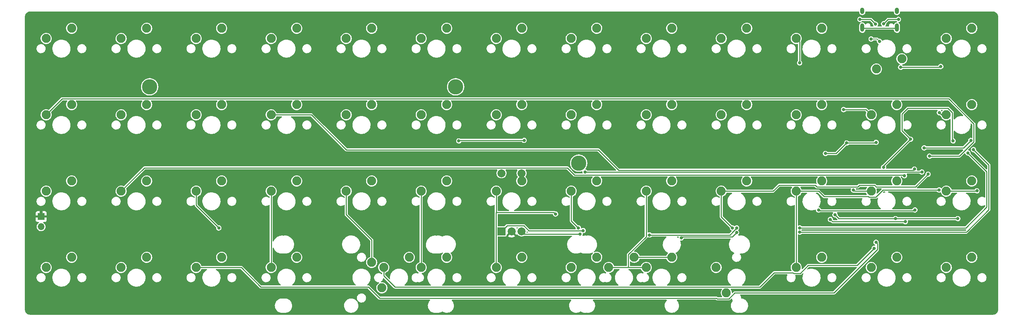
<source format=gbr>
%TF.GenerationSoftware,KiCad,Pcbnew,(5.99.0-11145-g173c9a974c)*%
%TF.CreationDate,2021-07-27T16:02:07-07:00*%
%TF.ProjectId,minibaen r2,6d696e69-6261-4656-9e20-72322e6b6963,rev?*%
%TF.SameCoordinates,Original*%
%TF.FileFunction,Copper,L1,Top*%
%TF.FilePolarity,Positive*%
%FSLAX46Y46*%
G04 Gerber Fmt 4.6, Leading zero omitted, Abs format (unit mm)*
G04 Created by KiCad (PCBNEW (5.99.0-11145-g173c9a974c)) date 2021-07-27 16:02:07*
%MOMM*%
%LPD*%
G01*
G04 APERTURE LIST*
%TA.AperFunction,ComponentPad*%
%ADD10R,1.700000X1.700000*%
%TD*%
%TA.AperFunction,ComponentPad*%
%ADD11O,1.700000X1.700000*%
%TD*%
%TA.AperFunction,ComponentPad*%
%ADD12C,2.250000*%
%TD*%
%TA.AperFunction,ComponentPad*%
%ADD13R,2.000000X2.000000*%
%TD*%
%TA.AperFunction,ComponentPad*%
%ADD14C,2.000000*%
%TD*%
%TA.AperFunction,ComponentPad*%
%ADD15C,3.800000*%
%TD*%
%TA.AperFunction,ComponentPad*%
%ADD16O,1.000000X1.600000*%
%TD*%
%TA.AperFunction,ComponentPad*%
%ADD17O,1.000000X2.100000*%
%TD*%
%TA.AperFunction,ViaPad*%
%ADD18C,0.800000*%
%TD*%
%TA.AperFunction,Conductor*%
%ADD19C,0.250000*%
%TD*%
%TA.AperFunction,Conductor*%
%ADD20C,0.200000*%
%TD*%
G04 APERTURE END LIST*
D10*
%TO.P,SW1,1,1*%
%TO.N,GND*%
X32300000Y-80000000D03*
D11*
%TO.P,SW1,2,2*%
%TO.N,Net-(R1-Pad2)*%
X32300000Y-82540000D03*
%TD*%
D12*
%TO.P,MX5,1,COL*%
%TO.N,col4*%
X108270000Y-35560000D03*
%TO.P,MX5,2,ROW*%
%TO.N,Net-(D5-Pad2)*%
X114620000Y-33020000D03*
%TD*%
%TO.P,MX1,1,COL*%
%TO.N,col0*%
X33550000Y-35560000D03*
%TO.P,MX1,2,ROW*%
%TO.N,Net-(D1-Pad2)*%
X39900000Y-33020000D03*
%TD*%
%TO.P,MX35,1,COL*%
%TO.N,col8*%
X182990000Y-73660000D03*
%TO.P,MX35,2,ROW*%
%TO.N,Net-(D35-Pad2)*%
X189340000Y-71120000D03*
%TD*%
%TO.P,MX47,1,COL*%
%TO.N,col7*%
X164310000Y-92710000D03*
%TO.P,MX47,2,ROW*%
%TO.N,Net-(D47-Pad2)*%
X170660000Y-90170000D03*
%TD*%
D13*
%TO.P,SW2,A,A*%
%TO.N,enca*%
X146940000Y-83700000D03*
D14*
%TO.P,SW2,B,B*%
%TO.N,encb*%
X151940000Y-83700000D03*
%TO.P,SW2,C,C*%
%TO.N,GND*%
X149440000Y-83700000D03*
%TO.P,SW2,S1,S1*%
%TO.N,Net-(D33-Pad2)*%
X151940000Y-69200000D03*
%TO.P,SW2,S2,S2*%
%TO.N,col6*%
X146940000Y-69200000D03*
%TD*%
D12*
%TO.P,MX42,1,COL*%
%TO.N,col2*%
X70910000Y-92710000D03*
%TO.P,MX42,2,ROW*%
%TO.N,Net-(D42-Pad2)*%
X77260000Y-90170000D03*
%TD*%
%TO.P,MX56,1,COL*%
%TO.N,col6*%
X145630000Y-92710000D03*
%TO.P,MX56,2,ROW*%
%TO.N,Net-(D46-Pad2)*%
X151980000Y-90170000D03*
%TD*%
%TO.P,MX40,1,COL*%
%TO.N,col0*%
X33550000Y-92710000D03*
%TO.P,MX40,2,ROW*%
%TO.N,Net-(D40-Pad2)*%
X39900000Y-90170000D03*
%TD*%
%TO.P,MX58,1,COL*%
%TO.N,col8*%
X182990000Y-92710000D03*
%TO.P,MX58,2,ROW*%
%TO.N,Net-(D48-Pad2)*%
X189340000Y-90170000D03*
%TD*%
%TO.P,MX36,1,COL*%
%TO.N,col9*%
X201670000Y-73660000D03*
%TO.P,MX36,2,ROW*%
%TO.N,Net-(D36-Pad2)*%
X208020000Y-71120000D03*
%TD*%
%TO.P,MX29,1,COL*%
%TO.N,col2*%
X70910000Y-73660000D03*
%TO.P,MX29,2,ROW*%
%TO.N,Net-(D29-Pad2)*%
X77260000Y-71120000D03*
%TD*%
%TO.P,MX15,1,COL*%
%TO.N,col1*%
X52230000Y-54610000D03*
%TO.P,MX15,2,ROW*%
%TO.N,Net-(D15-Pad2)*%
X58580000Y-52070000D03*
%TD*%
%TO.P,MX22,1,COL*%
%TO.N,col8*%
X182990000Y-54610000D03*
%TO.P,MX22,2,ROW*%
%TO.N,Net-(D22-Pad2)*%
X189340000Y-52070000D03*
%TD*%
%TO.P,MX55,1,COL*%
%TO.N,col6*%
X145630000Y-92710000D03*
%TO.P,MX55,2,ROW*%
%TO.N,Net-(D46-Pad2)*%
X151980000Y-90170000D03*
%TD*%
%TO.P,MX11,1,COL*%
%TO.N,col10*%
X220350000Y-35560000D03*
%TO.P,MX11,2,ROW*%
%TO.N,Net-(D11-Pad2)*%
X226700000Y-33020000D03*
%TD*%
D15*
%TO.P,H1,1*%
%TO.N,N/C*%
X59321000Y-47625000D03*
%TD*%
D12*
%TO.P,MX7,1,COL*%
%TO.N,col6*%
X145630000Y-35560000D03*
%TO.P,MX7,2,ROW*%
%TO.N,Net-(D7-Pad2)*%
X151980000Y-33020000D03*
%TD*%
%TO.P,MX48,1,COL*%
%TO.N,col8*%
X182990000Y-92710000D03*
%TO.P,MX48,2,ROW*%
%TO.N,Net-(D48-Pad2)*%
X189340000Y-90170000D03*
%TD*%
%TO.P,MX6,1,COL*%
%TO.N,col5*%
X126950000Y-35560000D03*
%TO.P,MX6,2,ROW*%
%TO.N,Net-(D6-Pad2)*%
X133300000Y-33020000D03*
%TD*%
%TO.P,MX44,1,COL*%
%TO.N,col4*%
X114620000Y-91440000D03*
%TO.P,MX44,2,ROW*%
%TO.N,Net-(D44-Pad2)*%
X117160000Y-97790000D03*
%TD*%
%TO.P,MX27,1,COL*%
%TO.N,col0*%
X33550000Y-73660000D03*
%TO.P,MX27,2,ROW*%
%TO.N,Net-(D27-Pad2)*%
X39900000Y-71120000D03*
%TD*%
%TO.P,MX2,1,COL*%
%TO.N,col1*%
X52230000Y-35560000D03*
%TO.P,MX2,2,ROW*%
%TO.N,Net-(D2-Pad2)*%
X58580000Y-33020000D03*
%TD*%
%TO.P,MX19,1,COL*%
%TO.N,col5*%
X126950000Y-54610000D03*
%TO.P,MX19,2,ROW*%
%TO.N,Net-(D19-Pad2)*%
X133300000Y-52070000D03*
%TD*%
%TO.P,MX53,1,COL*%
%TO.N,col4*%
X117610000Y-92704000D03*
%TO.P,MX53,2,ROW*%
%TO.N,Net-(D44-Pad2)*%
X123960000Y-90164000D03*
%TD*%
%TO.P,MX46,1,COL*%
%TO.N,col6*%
X145630000Y-92710000D03*
%TO.P,MX46,2,ROW*%
%TO.N,Net-(D46-Pad2)*%
X151980000Y-90170000D03*
%TD*%
%TO.P,MX52,1,COL*%
%TO.N,col12*%
X257710000Y-92710000D03*
%TO.P,MX52,2,ROW*%
%TO.N,Net-(D52-Pad2)*%
X264060000Y-90170000D03*
%TD*%
%TO.P,MX49,1,COL*%
%TO.N,col9*%
X202940000Y-99060000D03*
%TO.P,MX49,2,ROW*%
%TO.N,Net-(D49-Pad2)*%
X200400000Y-92710000D03*
%TD*%
%TO.P,MX24,1,COL*%
%TO.N,col10*%
X220350000Y-54610000D03*
%TO.P,MX24,2,ROW*%
%TO.N,Net-(D24-Pad2)*%
X226700000Y-52070000D03*
%TD*%
%TO.P,MX32,1,COL*%
%TO.N,col5*%
X126950000Y-73660000D03*
%TO.P,MX32,2,ROW*%
%TO.N,Net-(D32-Pad2)*%
X133300000Y-71120000D03*
%TD*%
%TO.P,MX39,1,COL*%
%TO.N,col12*%
X257710000Y-73660000D03*
%TO.P,MX39,2,ROW*%
%TO.N,Net-(D39-Pad2)*%
X264060000Y-71120000D03*
%TD*%
%TO.P,MX21,1,COL*%
%TO.N,col7*%
X164310000Y-54610000D03*
%TO.P,MX21,2,ROW*%
%TO.N,Net-(D21-Pad2)*%
X170660000Y-52070000D03*
%TD*%
%TO.P,MX12,1,COL*%
%TO.N,col11*%
X246650000Y-40640000D03*
%TO.P,MX12,2,ROW*%
%TO.N,Net-(D12-Pad2)*%
X240300000Y-43180000D03*
%TD*%
%TO.P,MX33,1,COL*%
%TO.N,col6*%
X145630000Y-73660000D03*
%TO.P,MX33,2,ROW*%
%TO.N,Net-(D33-Pad2)*%
X151980000Y-71120000D03*
%TD*%
%TO.P,MX57,1,COL*%
%TO.N,col8*%
X173650000Y-92704000D03*
%TO.P,MX57,2,ROW*%
%TO.N,Net-(D48-Pad2)*%
X180000000Y-90164000D03*
%TD*%
%TO.P,MX23,1,COL*%
%TO.N,col9*%
X201670000Y-54610000D03*
%TO.P,MX23,2,ROW*%
%TO.N,Net-(D23-Pad2)*%
X208020000Y-52070000D03*
%TD*%
D15*
%TO.P,H2,1*%
%TO.N,N/C*%
X135521000Y-47625000D03*
%TD*%
D12*
%TO.P,MX17,1,COL*%
%TO.N,col3*%
X89590000Y-54610000D03*
%TO.P,MX17,2,ROW*%
%TO.N,Net-(D17-Pad2)*%
X95940000Y-52070000D03*
%TD*%
%TO.P,MX30,1,COL*%
%TO.N,col3*%
X89590000Y-73660000D03*
%TO.P,MX30,2,ROW*%
%TO.N,Net-(D30-Pad2)*%
X95940000Y-71120000D03*
%TD*%
%TO.P,MX41,1,COL*%
%TO.N,col1*%
X52230000Y-92710000D03*
%TO.P,MX41,2,ROW*%
%TO.N,Net-(D41-Pad2)*%
X58580000Y-90170000D03*
%TD*%
%TO.P,MX9,1,COL*%
%TO.N,col8*%
X182990000Y-35560000D03*
%TO.P,MX9,2,ROW*%
%TO.N,Net-(D9-Pad2)*%
X189340000Y-33020000D03*
%TD*%
%TO.P,MX51,1,COL*%
%TO.N,col11*%
X239030000Y-92710000D03*
%TO.P,MX51,2,ROW*%
%TO.N,Net-(D51-Pad2)*%
X245380000Y-90170000D03*
%TD*%
D15*
%TO.P,H3,1*%
%TO.N,N/C*%
X166171000Y-66675000D03*
%TD*%
D12*
%TO.P,MX10,1,COL*%
%TO.N,col9*%
X201670000Y-35560000D03*
%TO.P,MX10,2,ROW*%
%TO.N,Net-(D10-Pad2)*%
X208020000Y-33020000D03*
%TD*%
%TO.P,MX8,1,COL*%
%TO.N,col7*%
X164310000Y-35560000D03*
%TO.P,MX8,2,ROW*%
%TO.N,Net-(D8-Pad2)*%
X170660000Y-33020000D03*
%TD*%
%TO.P,MX3,1,COL*%
%TO.N,col2*%
X70910000Y-35560000D03*
%TO.P,MX3,2,ROW*%
%TO.N,Net-(D3-Pad2)*%
X77260000Y-33020000D03*
%TD*%
%TO.P,MX20,1,COL*%
%TO.N,col6*%
X145630000Y-54610000D03*
%TO.P,MX20,2,ROW*%
%TO.N,Net-(D20-Pad2)*%
X151980000Y-52070000D03*
%TD*%
%TO.P,MX31,1,COL*%
%TO.N,col4*%
X108270000Y-73660000D03*
%TO.P,MX31,2,ROW*%
%TO.N,Net-(D31-Pad2)*%
X114620000Y-71120000D03*
%TD*%
%TO.P,MX18,1,COL*%
%TO.N,col4*%
X108270000Y-54610000D03*
%TO.P,MX18,2,ROW*%
%TO.N,Net-(D18-Pad2)*%
X114620000Y-52070000D03*
%TD*%
%TO.P,MX4,1,COL*%
%TO.N,col3*%
X89590000Y-35560000D03*
%TO.P,MX4,2,ROW*%
%TO.N,Net-(D4-Pad2)*%
X95940000Y-33020000D03*
%TD*%
%TO.P,MX54,1,COL*%
%TO.N,col4*%
X114620000Y-91440000D03*
%TO.P,MX54,2,ROW*%
%TO.N,Net-(D44-Pad2)*%
X117160000Y-97790000D03*
%TD*%
%TO.P,MX28,1,COL*%
%TO.N,col1*%
X52230000Y-73660000D03*
%TO.P,MX28,2,ROW*%
%TO.N,Net-(D28-Pad2)*%
X58580000Y-71120000D03*
%TD*%
%TO.P,MX38,1,COL*%
%TO.N,col11*%
X239030000Y-73660000D03*
%TO.P,MX38,2,ROW*%
%TO.N,Net-(D38-Pad2)*%
X245380000Y-71120000D03*
%TD*%
%TO.P,MX26,1,COL*%
%TO.N,col12*%
X257710000Y-54610000D03*
%TO.P,MX26,2,ROW*%
%TO.N,Net-(D26-Pad2)*%
X264060000Y-52070000D03*
%TD*%
%TO.P,MX25,1,COL*%
%TO.N,col11*%
X239030000Y-54610000D03*
%TO.P,MX25,2,ROW*%
%TO.N,Net-(D25-Pad2)*%
X245380000Y-52070000D03*
%TD*%
%TO.P,MX16,1,COL*%
%TO.N,col2*%
X70910000Y-54610000D03*
%TO.P,MX16,2,ROW*%
%TO.N,Net-(D16-Pad2)*%
X77260000Y-52070000D03*
%TD*%
%TO.P,MX34,1,COL*%
%TO.N,col7*%
X164310000Y-73660000D03*
%TO.P,MX34,2,ROW*%
%TO.N,Net-(D34-Pad2)*%
X170660000Y-71120000D03*
%TD*%
%TO.P,MX45,1,COL*%
%TO.N,col5*%
X126950000Y-92710000D03*
%TO.P,MX45,2,ROW*%
%TO.N,Net-(D45-Pad2)*%
X133300000Y-90170000D03*
%TD*%
%TO.P,MX37,1,COL*%
%TO.N,col10*%
X220350000Y-73660000D03*
%TO.P,MX37,2,ROW*%
%TO.N,Net-(D37-Pad2)*%
X226700000Y-71120000D03*
%TD*%
%TO.P,MX14,1,COL*%
%TO.N,col0*%
X33550000Y-54610000D03*
%TO.P,MX14,2,ROW*%
%TO.N,Net-(D14-Pad2)*%
X39900000Y-52070000D03*
%TD*%
%TO.P,MX13,1,COL*%
%TO.N,col12*%
X257710000Y-35560000D03*
%TO.P,MX13,2,ROW*%
%TO.N,Net-(D13-Pad2)*%
X264060000Y-33020000D03*
%TD*%
%TO.P,MX43,1,COL*%
%TO.N,col3*%
X89590000Y-92710000D03*
%TO.P,MX43,2,ROW*%
%TO.N,Net-(D43-Pad2)*%
X95940000Y-90170000D03*
%TD*%
%TO.P,MX50,1,COL*%
%TO.N,col10*%
X220350000Y-92710000D03*
%TO.P,MX50,2,ROW*%
%TO.N,Net-(D50-Pad2)*%
X226700000Y-90170000D03*
%TD*%
D16*
%TO.P,USB1,13,SHIELD*%
%TO.N,Net-(C1-Pad2)*%
X245438000Y-28677500D03*
D17*
X245438000Y-32857500D03*
X236798000Y-32857500D03*
D16*
X236798000Y-28677500D03*
%TD*%
D18*
%TO.N,GND*%
X241426300Y-64765000D03*
X249931100Y-31368400D03*
X244684500Y-59103000D03*
X231100000Y-40200000D03*
X243971900Y-60873700D03*
X249917600Y-64958200D03*
X260514100Y-59952000D03*
X261125000Y-72322100D03*
X255313600Y-55876500D03*
X237039600Y-34822800D03*
X32300000Y-78918100D03*
X232145800Y-31368400D03*
X245196400Y-34822800D03*
%TO.N,+5V*%
X259401000Y-61116300D03*
X242100000Y-67700000D03*
X248800000Y-60700000D03*
%TO.N,row0*%
X246354600Y-42760000D03*
X256333000Y-42551300D03*
%TO.N,row1*%
X227625700Y-64257300D03*
X232904700Y-61643300D03*
X152574900Y-60981600D03*
X240239900Y-61480900D03*
X263835600Y-61019400D03*
X252200000Y-62864000D03*
X136303500Y-61133500D03*
%TO.N,row2*%
X260576900Y-80521900D03*
X245084000Y-80521900D03*
X230009000Y-79569500D03*
%TO.N,col0*%
X253526300Y-64927000D03*
%TO.N,col1*%
X247299800Y-69802600D03*
%TO.N,col2*%
X76559200Y-82849400D03*
X240221100Y-86425700D03*
%TO.N,col3*%
X249782300Y-68152300D03*
%TO.N,col4*%
X239762500Y-87910300D03*
%TO.N,col5*%
X225899600Y-78351500D03*
X249893900Y-78359000D03*
%TO.N,col6*%
X228852400Y-80722400D03*
X160403300Y-79365800D03*
X247508700Y-81263700D03*
%TO.N,col7*%
X167765500Y-68888600D03*
X251633200Y-68888600D03*
X166095500Y-82829900D03*
%TO.N,col9*%
X253186200Y-69427600D03*
X204450000Y-82830000D03*
%TO.N,col10*%
X255931200Y-73364500D03*
X221173400Y-41659500D03*
%TO.N,col11*%
X234590700Y-73409400D03*
X232155600Y-53305000D03*
%TO.N,col12*%
X265350500Y-73578500D03*
X255979700Y-54076300D03*
%TO.N,D+*%
X241080000Y-36280000D03*
X239000000Y-35700000D03*
%TO.N,Net-(R5-Pad1)*%
X240089000Y-31988500D03*
X236200000Y-30800000D03*
%TO.N,Net-(R6-Pad1)*%
X245800000Y-30800000D03*
X242100000Y-31900000D03*
%TO.N,encb*%
X263100000Y-64129600D03*
X205500000Y-82824500D03*
X221200000Y-82824500D03*
X183800000Y-84600000D03*
X166500000Y-84400000D03*
%TO.N,enca*%
X191700000Y-85324500D03*
X205500000Y-84000000D03*
X167300000Y-83500000D03*
X221200000Y-83900000D03*
X264500000Y-63300000D03*
%TD*%
D19*
%TO.N,Net-(C1-Pad2)*%
X245318000Y-32977100D02*
X245438000Y-32857500D01*
X236918000Y-32977100D02*
X245318000Y-32977100D01*
X236798000Y-32857500D02*
X236918000Y-32977100D01*
%TO.N,+5V*%
X259202000Y-54051700D02*
X258150000Y-53000000D01*
X258150000Y-53000000D02*
X248100000Y-53000000D01*
X248800000Y-60700000D02*
X242100000Y-67400000D01*
X246700000Y-54400000D02*
X246700000Y-58600000D01*
X259202000Y-60916900D02*
X259202000Y-54051700D01*
X248100000Y-53000000D02*
X246700000Y-54400000D01*
X259401000Y-61116300D02*
X259202000Y-60916900D01*
X246700000Y-58600000D02*
X248800000Y-60700000D01*
X242100000Y-67400000D02*
X242100000Y-67700000D01*
%TO.N,row0*%
X256333000Y-42551300D02*
X256124300Y-42760000D01*
X256124300Y-42760000D02*
X246354600Y-42760000D01*
%TO.N,row1*%
X240077500Y-61643300D02*
X240239900Y-61480900D01*
X152574900Y-60981600D02*
X136455400Y-60981600D01*
X227625700Y-64257300D02*
X230290700Y-64257300D01*
X136455400Y-60981600D02*
X136303500Y-61133500D01*
X230290700Y-64257300D02*
X232904700Y-61643300D01*
X261991000Y-62864000D02*
X252200000Y-62864000D01*
X232904700Y-61643300D02*
X240077500Y-61643300D01*
X263835600Y-61019400D02*
X261991000Y-62864000D01*
%TO.N,row2*%
X230961400Y-80521900D02*
X245084000Y-80521900D01*
X230009000Y-79569500D02*
X230961400Y-80521900D01*
X260576900Y-80521900D02*
X245084000Y-80521900D01*
%TO.N,Net-(D48-Pad2)*%
X180006000Y-90170000D02*
X180000000Y-90164000D01*
X189340000Y-90170000D02*
X180006000Y-90170000D01*
%TO.N,col0*%
X264569700Y-56847200D02*
X258339300Y-50616800D01*
X260979900Y-64927000D02*
X264569700Y-61337200D01*
X258339300Y-50616800D02*
X37543200Y-50616800D01*
X264569700Y-61337200D02*
X264569700Y-56847200D01*
X253526300Y-64927000D02*
X260979900Y-64927000D01*
X37543200Y-50616800D02*
X33550000Y-54610000D01*
%TO.N,col1*%
X58023500Y-67866500D02*
X163362300Y-67866500D01*
X52230000Y-73660000D02*
X58023500Y-67866500D01*
X163362300Y-67866500D02*
X165109800Y-69614000D01*
X165109800Y-69614000D02*
X247111200Y-69614000D01*
X247111200Y-69614000D02*
X247299800Y-69802600D01*
%TO.N,col2*%
X113799300Y-97569300D02*
X116609600Y-100379600D01*
X70910000Y-92710000D02*
X82135000Y-92710000D01*
X205049300Y-99063100D02*
X229710900Y-99063100D01*
X240565300Y-88208700D02*
X240565300Y-86769900D01*
X76559200Y-82849400D02*
X70910000Y-77200200D01*
X240565300Y-86769900D02*
X240221100Y-86425700D01*
X203599200Y-100513200D02*
X205049300Y-99063100D01*
X86994300Y-97569300D02*
X113799300Y-97569300D01*
X200516000Y-100379600D02*
X200649600Y-100513200D01*
X70910000Y-77200200D02*
X70910000Y-73660000D01*
X116609600Y-100379600D02*
X200516000Y-100379600D01*
X200649600Y-100513200D02*
X203599200Y-100513200D01*
X229710900Y-99063100D02*
X240565300Y-88208700D01*
X82135000Y-92710000D02*
X86994300Y-97569300D01*
%TO.N,col3*%
X249509200Y-68425400D02*
X176115400Y-68425400D01*
X171064400Y-63374400D02*
X108349500Y-63374400D01*
X176115400Y-68425400D02*
X171064400Y-63374400D01*
X108349500Y-63374400D02*
X99585100Y-54610000D01*
X99585100Y-54610000D02*
X89590000Y-54610000D01*
X89590000Y-92710000D02*
X89590000Y-73660000D01*
X249782300Y-68152300D02*
X249509200Y-68425400D01*
%TO.N,col4*%
X108270000Y-79490500D02*
X108270000Y-73660000D01*
X117610000Y-94770900D02*
X120448700Y-97609600D01*
X120448700Y-97609600D02*
X211274800Y-97609600D01*
X114620000Y-91440000D02*
X114620000Y-85840500D01*
X223345300Y-92207300D02*
X235465500Y-92207300D01*
X117610000Y-92704000D02*
X117610000Y-94770900D01*
X219702500Y-94174800D02*
X221377800Y-94174800D01*
X214864400Y-94020000D02*
X219547700Y-94020000D01*
X211274800Y-97609600D02*
X214864400Y-94020000D01*
X221377800Y-94174800D02*
X223345300Y-92207300D01*
X114620000Y-85840500D02*
X108270000Y-79490500D01*
X219547700Y-94020000D02*
X219702500Y-94174800D01*
X235465500Y-92207300D02*
X239762500Y-87910300D01*
%TO.N,col5*%
X226089000Y-78540900D02*
X225899600Y-78351500D01*
X126950000Y-92710000D02*
X126950000Y-73660000D01*
X249893900Y-78359000D02*
X249712000Y-78540900D01*
X249712000Y-78540900D02*
X226089000Y-78540900D01*
%TO.N,col6*%
X228852400Y-80722400D02*
X229393700Y-81263700D01*
X160005400Y-78967900D02*
X160403300Y-79365800D01*
X145630000Y-92710000D02*
X145614600Y-92694600D01*
X229393700Y-81263700D02*
X247508700Y-81263700D01*
X145614600Y-92694600D02*
X145614600Y-78983300D01*
X145630000Y-78967900D02*
X145630000Y-73660000D01*
X145630000Y-78967900D02*
X160005400Y-78967900D01*
X145614600Y-78983300D02*
X145630000Y-78967900D01*
%TO.N,col7*%
X164310000Y-73660000D02*
X164310000Y-81044400D01*
X164310000Y-81044400D02*
X166095500Y-82829900D01*
X251633200Y-68888600D02*
X167765500Y-68888600D01*
%TO.N,col8*%
X182984000Y-92704000D02*
X182990000Y-92710000D01*
X178527800Y-92704000D02*
X182984000Y-92704000D01*
X182990000Y-85041100D02*
X182990000Y-73660000D01*
X173650000Y-92704000D02*
X178527800Y-92704000D01*
X178527800Y-89503300D02*
X182990000Y-85041100D01*
X178527800Y-92704000D02*
X178527800Y-89503300D01*
%TO.N,col9*%
X236062300Y-72204500D02*
X235675800Y-72591000D01*
X204450000Y-82830000D02*
X201670000Y-80050000D01*
X225074500Y-72182500D02*
X216072400Y-72182500D01*
X240273500Y-72581700D02*
X239896300Y-72204500D01*
X235675800Y-72591000D02*
X225483000Y-72591000D01*
X253186200Y-69427600D02*
X250032100Y-72581700D01*
X225483000Y-72591000D02*
X225074500Y-72182500D01*
X216072400Y-72182500D02*
X214594900Y-73660000D01*
X250032100Y-72581700D02*
X240273500Y-72581700D01*
X201670000Y-80050000D02*
X201670000Y-73660000D01*
X214594900Y-73660000D02*
X201670000Y-73660000D01*
X239896300Y-72204500D02*
X236062300Y-72204500D01*
%TO.N,col10*%
X241943600Y-73364500D02*
X240168200Y-75139900D01*
X221173400Y-36383400D02*
X221173400Y-41659500D01*
X220350000Y-92710000D02*
X220350000Y-73660000D01*
X240168200Y-75139900D02*
X238458800Y-75139900D01*
X255931200Y-73364500D02*
X241943600Y-73364500D01*
X225915100Y-73660000D02*
X220350000Y-73660000D01*
X220350000Y-35560000D02*
X221173400Y-36383400D01*
X227254700Y-74999600D02*
X225915100Y-73660000D01*
X238458800Y-75139900D02*
X238318500Y-74999600D01*
X238318500Y-74999600D02*
X227254700Y-74999600D01*
%TO.N,col11*%
X239030000Y-73660000D02*
X234841300Y-73660000D01*
X237725000Y-53305000D02*
X239030000Y-54610000D01*
X234841300Y-73660000D02*
X234590700Y-73409400D01*
X232155600Y-53305000D02*
X237725000Y-53305000D01*
%TO.N,col12*%
X257710000Y-73660000D02*
X265269000Y-73660000D01*
X256513400Y-54610000D02*
X255979700Y-54076300D01*
X265269000Y-73660000D02*
X265350500Y-73578500D01*
X257710000Y-54610000D02*
X256513400Y-54610000D01*
D20*
%TO.N,D+*%
X241080000Y-36280000D02*
X240500000Y-35700000D01*
X240500000Y-35700000D02*
X239000000Y-35700000D01*
D19*
%TO.N,Net-(R5-Pad1)*%
X240089000Y-31988500D02*
X238901000Y-30800000D01*
X238901000Y-30800000D02*
X236200000Y-30800000D01*
%TO.N,Net-(R6-Pad1)*%
X243200000Y-30800000D02*
X245800000Y-30800000D01*
X242100000Y-31900000D02*
X243200000Y-30800000D01*
%TO.N,encb*%
X263100000Y-64129600D02*
X267799521Y-68829121D01*
X205500000Y-82900000D02*
X204500000Y-83900000D01*
X267799521Y-77599521D02*
X267800000Y-77600000D01*
X267800000Y-77600000D02*
X262575500Y-82824500D01*
X267799521Y-68829121D02*
X267799521Y-77599521D01*
X204500000Y-83900000D02*
X203800000Y-84600000D01*
X166500000Y-84400000D02*
X152640000Y-84400000D01*
X205500000Y-82824500D02*
X205500000Y-82900000D01*
X203800000Y-84600000D02*
X183800000Y-84600000D01*
X152640000Y-84400000D02*
X151940000Y-83700000D01*
X262575500Y-82824500D02*
X221200000Y-82824500D01*
%TO.N,enca*%
X204400000Y-85100000D02*
X201100000Y-85100000D01*
X148340000Y-82300000D02*
X146940000Y-83700000D01*
X166450014Y-83500000D02*
X166395603Y-83554411D01*
X268300000Y-67100000D02*
X268300000Y-78100000D01*
X262700000Y-83900000D02*
X221200000Y-83900000D01*
X152500000Y-82300000D02*
X148340000Y-82300000D01*
X264500000Y-63300000D02*
X268300000Y-67100000D01*
X191924500Y-85100000D02*
X191700000Y-85324500D01*
X153754411Y-83554411D02*
X152500000Y-82300000D01*
X262900000Y-83700000D02*
X262700000Y-83900000D01*
X268300000Y-78100000D02*
X268300000Y-78300000D01*
X167300000Y-83500000D02*
X166450014Y-83500000D01*
X205500000Y-84000000D02*
X204400000Y-85100000D01*
X201100000Y-85100000D02*
X191924500Y-85100000D01*
X166395603Y-83554411D02*
X153754411Y-83554411D01*
X268300000Y-78300000D02*
X262900000Y-83700000D01*
%TD*%
%TA.AperFunction,Conductor*%
%TO.N,GND*%
G36*
X235985621Y-28849034D02*
G01*
X236032114Y-28902690D01*
X236043500Y-28955032D01*
X236043500Y-29020385D01*
X236058871Y-29152223D01*
X236061369Y-29159105D01*
X236091546Y-29242240D01*
X236118890Y-29317573D01*
X236215338Y-29464681D01*
X236343042Y-29585655D01*
X236495150Y-29674007D01*
X236502152Y-29676128D01*
X236502155Y-29676129D01*
X236564030Y-29694869D01*
X236663504Y-29724997D01*
X236670813Y-29725450D01*
X236670816Y-29725451D01*
X236745157Y-29730063D01*
X236839073Y-29735889D01*
X236846288Y-29734649D01*
X236846291Y-29734649D01*
X237005222Y-29707339D01*
X237012438Y-29706099D01*
X237174301Y-29637226D01*
X237180189Y-29632893D01*
X237180194Y-29632890D01*
X237310079Y-29537305D01*
X237310083Y-29537301D01*
X237315978Y-29532963D01*
X237429869Y-29398904D01*
X237471399Y-29317573D01*
X237506539Y-29248756D01*
X237506540Y-29248754D01*
X237509866Y-29242240D01*
X237513306Y-29228184D01*
X237533672Y-29144950D01*
X237551676Y-29071375D01*
X237552500Y-29058093D01*
X237552500Y-28955032D01*
X237572502Y-28886911D01*
X237626158Y-28840418D01*
X237678500Y-28829032D01*
X244557500Y-28829032D01*
X244625621Y-28849034D01*
X244672114Y-28902690D01*
X244683500Y-28955032D01*
X244683500Y-29020385D01*
X244698871Y-29152223D01*
X244701369Y-29159105D01*
X244731546Y-29242240D01*
X244758890Y-29317573D01*
X244855338Y-29464681D01*
X244983042Y-29585655D01*
X245135150Y-29674007D01*
X245142152Y-29676128D01*
X245142155Y-29676129D01*
X245204030Y-29694869D01*
X245303504Y-29724997D01*
X245310813Y-29725450D01*
X245310816Y-29725451D01*
X245385157Y-29730063D01*
X245479073Y-29735889D01*
X245486288Y-29734649D01*
X245486291Y-29734649D01*
X245645222Y-29707339D01*
X245652438Y-29706099D01*
X245814301Y-29637226D01*
X245820189Y-29632893D01*
X245820194Y-29632890D01*
X245950079Y-29537305D01*
X245950083Y-29537301D01*
X245955978Y-29532963D01*
X246069869Y-29398904D01*
X246111399Y-29317573D01*
X246146539Y-29248756D01*
X246146540Y-29248754D01*
X246149866Y-29242240D01*
X246153306Y-29228184D01*
X246173672Y-29144950D01*
X246191676Y-29071375D01*
X246192500Y-29058093D01*
X246192500Y-28955032D01*
X246212502Y-28886911D01*
X246266158Y-28840418D01*
X246318500Y-28829032D01*
X269258453Y-28829032D01*
X269283033Y-28831453D01*
X269290218Y-28832882D01*
X269296000Y-28834032D01*
X269382534Y-28834844D01*
X269399284Y-28836121D01*
X269570007Y-28860668D01*
X269587564Y-28864487D01*
X269752494Y-28912914D01*
X269769326Y-28919192D01*
X269925689Y-28990600D01*
X269941455Y-28999209D01*
X269980068Y-29024024D01*
X270086058Y-29092140D01*
X270100449Y-29102914D01*
X270230348Y-29215472D01*
X270243060Y-29228184D01*
X270355618Y-29358083D01*
X270366392Y-29372474D01*
X270459323Y-29517077D01*
X270467932Y-29532843D01*
X270539340Y-29689206D01*
X270545618Y-29706038D01*
X270594044Y-29870963D01*
X270597865Y-29888529D01*
X270622411Y-30059248D01*
X270623688Y-30075998D01*
X270624500Y-30162532D01*
X270625650Y-30168313D01*
X270625650Y-30168314D01*
X270627079Y-30175499D01*
X270629500Y-30200079D01*
X270629500Y-103149985D01*
X270627079Y-103174565D01*
X270624500Y-103187532D01*
X270624445Y-103193427D01*
X270623688Y-103274066D01*
X270622411Y-103290816D01*
X270605510Y-103408367D01*
X270597865Y-103461535D01*
X270594045Y-103479096D01*
X270548942Y-103632707D01*
X270545620Y-103644020D01*
X270539340Y-103660858D01*
X270467932Y-103817221D01*
X270459323Y-103832987D01*
X270407589Y-103913486D01*
X270366392Y-103977590D01*
X270355618Y-103991981D01*
X270243060Y-104121880D01*
X270230348Y-104134592D01*
X270100449Y-104247150D01*
X270086058Y-104257924D01*
X270034312Y-104291179D01*
X269941455Y-104350855D01*
X269925689Y-104359464D01*
X269769326Y-104430872D01*
X269752494Y-104437150D01*
X269587564Y-104485577D01*
X269570007Y-104489396D01*
X269403412Y-104513349D01*
X269399284Y-104513943D01*
X269382534Y-104515220D01*
X269296000Y-104516032D01*
X269290219Y-104517182D01*
X269290218Y-104517182D01*
X269283033Y-104518611D01*
X269258453Y-104521032D01*
X29621047Y-104521032D01*
X29596467Y-104518611D01*
X29589282Y-104517182D01*
X29589281Y-104517182D01*
X29583500Y-104516032D01*
X29496966Y-104515220D01*
X29480216Y-104513943D01*
X29476088Y-104513349D01*
X29309493Y-104489396D01*
X29291936Y-104485577D01*
X29127006Y-104437150D01*
X29110174Y-104430872D01*
X28953811Y-104359464D01*
X28938045Y-104350855D01*
X28845188Y-104291179D01*
X28793442Y-104257924D01*
X28779051Y-104247150D01*
X28649152Y-104134592D01*
X28636440Y-104121880D01*
X28523882Y-103991981D01*
X28513108Y-103977590D01*
X28471911Y-103913486D01*
X28420177Y-103832987D01*
X28411568Y-103817221D01*
X28340160Y-103660858D01*
X28333880Y-103644020D01*
X28330559Y-103632707D01*
X28285455Y-103479096D01*
X28281635Y-103461535D01*
X28273991Y-103408367D01*
X28257089Y-103290816D01*
X28255812Y-103274066D01*
X28255055Y-103193427D01*
X28255000Y-103187532D01*
X28252421Y-103174565D01*
X28250000Y-103149985D01*
X28250000Y-102188313D01*
X90507111Y-102188313D01*
X90507335Y-102192979D01*
X90507335Y-102192984D01*
X90509505Y-102238160D01*
X90519794Y-102452354D01*
X90571365Y-102711620D01*
X90660692Y-102960415D01*
X90662908Y-102964539D01*
X90782726Y-103187532D01*
X90785811Y-103193274D01*
X90788606Y-103197017D01*
X90788608Y-103197020D01*
X90941183Y-103401343D01*
X90941188Y-103401349D01*
X90943975Y-103405081D01*
X90947284Y-103408361D01*
X90947289Y-103408367D01*
X91125656Y-103585184D01*
X91131709Y-103591184D01*
X91135471Y-103593942D01*
X91135474Y-103593945D01*
X91341115Y-103744727D01*
X91344889Y-103747494D01*
X91349032Y-103749674D01*
X91349034Y-103749675D01*
X91574681Y-103868394D01*
X91574686Y-103868396D01*
X91578831Y-103870577D01*
X91583254Y-103872122D01*
X91583255Y-103872122D01*
X91813712Y-103952601D01*
X91828396Y-103957729D01*
X91832989Y-103958601D01*
X92083513Y-104006164D01*
X92083516Y-104006164D01*
X92088102Y-104007035D01*
X92220172Y-104012224D01*
X92347575Y-104017231D01*
X92347581Y-104017231D01*
X92352243Y-104017414D01*
X92454973Y-104006163D01*
X92610374Y-103989144D01*
X92610381Y-103989143D01*
X92615017Y-103988635D01*
X92619770Y-103987384D01*
X92636119Y-103983080D01*
X92691698Y-103981139D01*
X92783008Y-103998474D01*
X92828102Y-104007035D01*
X92971034Y-104012651D01*
X93087575Y-104017231D01*
X93087581Y-104017231D01*
X93092243Y-104017414D01*
X93200658Y-104005540D01*
X93350364Y-103989145D01*
X93350369Y-103989144D01*
X93355017Y-103988635D01*
X93375870Y-103983145D01*
X93606131Y-103922522D01*
X93610651Y-103921332D01*
X93747834Y-103862394D01*
X93849226Y-103818833D01*
X93849229Y-103818831D01*
X93853529Y-103816984D01*
X93857509Y-103814521D01*
X93857513Y-103814519D01*
X94074342Y-103680341D01*
X94074346Y-103680338D01*
X94078315Y-103677882D01*
X94280072Y-103507082D01*
X94454366Y-103308337D01*
X94458226Y-103302337D01*
X94594842Y-103089943D01*
X94597370Y-103086013D01*
X94705942Y-102844993D01*
X94777696Y-102590573D01*
X94811056Y-102328341D01*
X94813500Y-102235000D01*
X94809585Y-102182313D01*
X107730861Y-102182313D01*
X107731085Y-102186979D01*
X107731085Y-102186984D01*
X107736827Y-102306527D01*
X107743544Y-102446354D01*
X107795115Y-102705620D01*
X107884442Y-102954415D01*
X107886658Y-102958539D01*
X107954040Y-103083943D01*
X108009561Y-103187274D01*
X108012356Y-103191017D01*
X108012358Y-103191020D01*
X108164933Y-103395343D01*
X108164938Y-103395349D01*
X108167725Y-103399081D01*
X108171034Y-103402361D01*
X108171039Y-103402367D01*
X108352142Y-103581896D01*
X108355459Y-103585184D01*
X108359221Y-103587942D01*
X108359224Y-103587945D01*
X108564865Y-103738727D01*
X108568639Y-103741494D01*
X108572782Y-103743674D01*
X108572784Y-103743675D01*
X108798431Y-103862394D01*
X108798436Y-103862396D01*
X108802581Y-103864577D01*
X108807004Y-103866122D01*
X108807005Y-103866122D01*
X108951329Y-103916522D01*
X109052146Y-103951729D01*
X109056739Y-103952601D01*
X109307263Y-104000164D01*
X109307266Y-104000164D01*
X109311852Y-104001035D01*
X109442357Y-104006163D01*
X109571325Y-104011231D01*
X109571331Y-104011231D01*
X109575993Y-104011414D01*
X109684408Y-103999540D01*
X109834114Y-103983145D01*
X109834119Y-103983144D01*
X109838767Y-103982635D01*
X109864649Y-103975821D01*
X110036991Y-103930447D01*
X110094401Y-103915332D01*
X110323314Y-103816984D01*
X110332976Y-103812833D01*
X110332979Y-103812831D01*
X110337279Y-103810984D01*
X110341259Y-103808521D01*
X110341263Y-103808519D01*
X110558092Y-103674341D01*
X110558096Y-103674338D01*
X110562065Y-103671882D01*
X110763822Y-103501082D01*
X110938116Y-103302337D01*
X111005859Y-103197020D01*
X111078592Y-103083943D01*
X111081120Y-103080013D01*
X111189692Y-102838993D01*
X111190962Y-102834490D01*
X111260176Y-102589077D01*
X111260177Y-102589074D01*
X111261446Y-102584573D01*
X111279624Y-102441682D01*
X111294408Y-102325472D01*
X111294408Y-102325466D01*
X111294806Y-102322341D01*
X111297250Y-102229000D01*
X111294574Y-102192984D01*
X111278006Y-101970034D01*
X111278005Y-101970030D01*
X111277660Y-101965382D01*
X111219320Y-101707555D01*
X111217627Y-101703201D01*
X111125204Y-101465536D01*
X111125203Y-101465534D01*
X111123511Y-101461183D01*
X111106647Y-101431676D01*
X111004608Y-101253146D01*
X110992339Y-101231679D01*
X110863325Y-101068026D01*
X110831576Y-101027753D01*
X110831573Y-101027750D01*
X110828684Y-101024085D01*
X110636143Y-100842960D01*
X110460068Y-100720812D01*
X110422787Y-100694949D01*
X110422784Y-100694947D01*
X110418945Y-100692284D01*
X110414755Y-100690218D01*
X110414752Y-100690216D01*
X110186049Y-100577433D01*
X110186046Y-100577432D01*
X110181861Y-100575368D01*
X110143643Y-100563134D01*
X110055981Y-100535073D01*
X109930100Y-100494778D01*
X109716190Y-100459941D01*
X109673804Y-100453038D01*
X109673803Y-100453038D01*
X109669192Y-100452287D01*
X109537031Y-100450557D01*
X109409547Y-100448888D01*
X109409544Y-100448888D01*
X109404870Y-100448827D01*
X109142939Y-100484474D01*
X109138453Y-100485782D01*
X109138451Y-100485782D01*
X109070758Y-100505513D01*
X108889155Y-100558445D01*
X108649092Y-100669116D01*
X108645187Y-100671676D01*
X108645182Y-100671679D01*
X108431937Y-100811488D01*
X108431932Y-100811492D01*
X108428024Y-100814054D01*
X108340721Y-100891975D01*
X108245599Y-100976875D01*
X108230807Y-100990077D01*
X108061775Y-101193316D01*
X107924640Y-101419308D01*
X107922831Y-101423622D01*
X107922830Y-101423624D01*
X107910664Y-101452638D01*
X107822415Y-101663087D01*
X107757345Y-101919298D01*
X107756877Y-101923949D01*
X107756876Y-101923953D01*
X107752559Y-101966828D01*
X107730861Y-102182313D01*
X94809585Y-102182313D01*
X94793910Y-101971382D01*
X94735570Y-101713555D01*
X94639761Y-101467183D01*
X94637137Y-101462591D01*
X94579077Y-101361008D01*
X94508589Y-101237679D01*
X94409487Y-101111969D01*
X94347826Y-101033753D01*
X94347823Y-101033750D01*
X94344934Y-101030085D01*
X94152393Y-100848960D01*
X93967669Y-100720812D01*
X93939037Y-100700949D01*
X93939034Y-100700947D01*
X93935195Y-100698284D01*
X93931005Y-100696218D01*
X93931002Y-100696216D01*
X93702299Y-100583433D01*
X93702296Y-100583432D01*
X93698111Y-100581368D01*
X93685819Y-100577433D01*
X93450795Y-100502201D01*
X93450797Y-100502201D01*
X93446350Y-100500778D01*
X93303210Y-100477467D01*
X93190054Y-100459038D01*
X93190053Y-100459038D01*
X93185442Y-100458287D01*
X93053281Y-100456557D01*
X92925797Y-100454888D01*
X92925794Y-100454888D01*
X92921120Y-100454827D01*
X92669072Y-100489129D01*
X92631832Y-100488642D01*
X92497380Y-100466746D01*
X92450054Y-100459038D01*
X92450053Y-100459038D01*
X92445442Y-100458287D01*
X92313281Y-100456557D01*
X92185797Y-100454888D01*
X92185794Y-100454888D01*
X92181120Y-100454827D01*
X91919189Y-100490474D01*
X91914703Y-100491782D01*
X91914701Y-100491782D01*
X91847008Y-100511513D01*
X91665405Y-100564445D01*
X91425342Y-100675116D01*
X91421437Y-100677676D01*
X91421432Y-100677679D01*
X91208187Y-100817488D01*
X91208182Y-100817492D01*
X91204274Y-100820054D01*
X91111305Y-100903032D01*
X91017272Y-100986960D01*
X91007057Y-100996077D01*
X90838025Y-101199316D01*
X90700890Y-101425308D01*
X90699081Y-101429622D01*
X90699080Y-101429624D01*
X90689430Y-101452638D01*
X90598665Y-101669087D01*
X90533595Y-101925298D01*
X90533127Y-101929949D01*
X90533126Y-101929953D01*
X90528486Y-101976034D01*
X90507111Y-102188313D01*
X28250000Y-102188313D01*
X28250000Y-100434794D01*
X110950350Y-100434794D01*
X110962009Y-100496201D01*
X110985536Y-100620120D01*
X110990547Y-100646515D01*
X111070054Y-100846816D01*
X111073276Y-100851864D01*
X111073279Y-100851869D01*
X111113978Y-100915631D01*
X111186002Y-101028468D01*
X111334208Y-101184918D01*
X111339073Y-101188408D01*
X111339076Y-101188410D01*
X111429332Y-101253146D01*
X111509324Y-101310520D01*
X111705031Y-101400742D01*
X111710847Y-101402176D01*
X111710850Y-101402177D01*
X111908444Y-101450893D01*
X111908445Y-101450893D01*
X111914269Y-101452329D01*
X111920260Y-101452638D01*
X111920262Y-101452638D01*
X111981536Y-101455796D01*
X112129486Y-101463420D01*
X112135421Y-101462591D01*
X112135425Y-101462591D01*
X112292985Y-101440587D01*
X112342918Y-101433614D01*
X112546863Y-101363987D01*
X112733962Y-101257051D01*
X112897465Y-101116664D01*
X113031472Y-100947893D01*
X113048303Y-100915631D01*
X113100867Y-100814870D01*
X113131147Y-100756826D01*
X113141608Y-100721849D01*
X113191176Y-100556104D01*
X113191176Y-100556103D01*
X113192894Y-100550359D01*
X113197887Y-100500778D01*
X113214175Y-100339010D01*
X113214175Y-100339008D01*
X113214484Y-100335940D01*
X113214500Y-100330000D01*
X113194032Y-100115471D01*
X113185676Y-100086987D01*
X113135055Y-99914436D01*
X113135054Y-99914434D01*
X113133367Y-99908683D01*
X113034694Y-99717097D01*
X112901573Y-99547627D01*
X112897042Y-99543695D01*
X112743339Y-99410317D01*
X112743334Y-99410313D01*
X112738808Y-99406386D01*
X112552271Y-99298472D01*
X112472135Y-99270644D01*
X112354350Y-99229742D01*
X112354346Y-99229741D01*
X112348693Y-99227778D01*
X112225088Y-99209856D01*
X112141360Y-99197715D01*
X112141357Y-99197715D01*
X112135420Y-99196854D01*
X111920148Y-99206818D01*
X111710643Y-99257309D01*
X111705193Y-99259787D01*
X111705190Y-99259788D01*
X111519922Y-99344025D01*
X111519920Y-99344026D01*
X111514466Y-99346506D01*
X111509575Y-99349976D01*
X111509574Y-99349976D01*
X111453607Y-99389676D01*
X111338694Y-99471189D01*
X111334546Y-99475522D01*
X111193821Y-99622525D01*
X111193817Y-99622530D01*
X111189671Y-99626861D01*
X111072773Y-99807903D01*
X111070530Y-99813469D01*
X110995251Y-100000262D01*
X110992219Y-100007785D01*
X110980987Y-100065303D01*
X110971190Y-100115471D01*
X110950915Y-100219292D01*
X110950350Y-100434794D01*
X28250000Y-100434794D01*
X28250000Y-95354794D01*
X31150350Y-95354794D01*
X31190547Y-95566515D01*
X31270054Y-95766816D01*
X31386002Y-95948468D01*
X31534208Y-96104918D01*
X31539073Y-96108408D01*
X31539076Y-96108410D01*
X31671584Y-96203451D01*
X31709324Y-96230520D01*
X31714769Y-96233030D01*
X31895129Y-96316177D01*
X31905031Y-96320742D01*
X31910847Y-96322176D01*
X31910850Y-96322177D01*
X32108444Y-96370893D01*
X32108445Y-96370893D01*
X32114269Y-96372329D01*
X32120260Y-96372638D01*
X32120262Y-96372638D01*
X32181536Y-96375796D01*
X32329486Y-96383420D01*
X32335421Y-96382591D01*
X32335425Y-96382591D01*
X32492985Y-96360587D01*
X32542918Y-96353614D01*
X32746863Y-96283987D01*
X32933962Y-96177051D01*
X33097465Y-96036664D01*
X33231472Y-95867893D01*
X33331147Y-95676826D01*
X33332942Y-95670826D01*
X33391176Y-95476104D01*
X33391176Y-95476103D01*
X33392894Y-95470359D01*
X33395597Y-95443521D01*
X33405581Y-95344363D01*
X35108577Y-95344363D01*
X35109029Y-95348522D01*
X35109029Y-95348526D01*
X35139731Y-95631142D01*
X35140834Y-95641299D01*
X35141830Y-95645356D01*
X35141831Y-95645359D01*
X35149392Y-95676141D01*
X35212080Y-95931360D01*
X35213602Y-95935243D01*
X35213603Y-95935247D01*
X35318712Y-96203451D01*
X35321063Y-96209451D01*
X35323085Y-96213099D01*
X35323087Y-96213103D01*
X35381361Y-96318232D01*
X35465867Y-96470685D01*
X35468350Y-96474028D01*
X35468353Y-96474033D01*
X35612832Y-96668573D01*
X35643950Y-96710473D01*
X35852181Y-96924603D01*
X35855456Y-96927180D01*
X35855464Y-96927187D01*
X36006281Y-97045868D01*
X36086903Y-97109311D01*
X36090491Y-97111433D01*
X36090497Y-97111437D01*
X36340401Y-97259229D01*
X36343993Y-97261353D01*
X36347833Y-97262983D01*
X36347835Y-97262984D01*
X36413931Y-97291040D01*
X36618932Y-97378058D01*
X36622957Y-97379167D01*
X36622958Y-97379167D01*
X36708535Y-97402739D01*
X36906891Y-97457375D01*
X36911036Y-97457943D01*
X36911037Y-97457943D01*
X36921703Y-97459404D01*
X37202811Y-97497911D01*
X37206987Y-97497926D01*
X37206993Y-97497926D01*
X37354660Y-97498441D01*
X37501492Y-97498953D01*
X37797688Y-97460484D01*
X37941941Y-97421832D01*
X38082165Y-97384259D01*
X38082171Y-97384257D01*
X38086194Y-97383179D01*
X38090036Y-97381580D01*
X38090044Y-97381577D01*
X38358090Y-97270000D01*
X38361941Y-97268397D01*
X38365538Y-97266303D01*
X38365545Y-97266300D01*
X38556745Y-97155018D01*
X38620085Y-97118153D01*
X38856091Y-96935088D01*
X38859032Y-96932106D01*
X39062874Y-96725399D01*
X39062879Y-96725393D01*
X39065813Y-96722418D01*
X39081860Y-96701123D01*
X39243053Y-96487213D01*
X39243055Y-96487209D01*
X39245565Y-96483879D01*
X39294945Y-96396243D01*
X39390137Y-96227305D01*
X39390141Y-96227297D01*
X39392189Y-96223662D01*
X39396142Y-96213780D01*
X39501560Y-95950218D01*
X39501562Y-95950211D01*
X39503111Y-95946339D01*
X39508420Y-95925360D01*
X39572826Y-95670826D01*
X39576380Y-95656782D01*
X39577075Y-95650782D01*
X39598644Y-95464359D01*
X39610710Y-95360078D01*
X39610788Y-95356911D01*
X39610840Y-95354794D01*
X41310350Y-95354794D01*
X41350547Y-95566515D01*
X41430054Y-95766816D01*
X41546002Y-95948468D01*
X41694208Y-96104918D01*
X41699073Y-96108408D01*
X41699076Y-96108410D01*
X41831584Y-96203451D01*
X41869324Y-96230520D01*
X41874769Y-96233030D01*
X42055129Y-96316177D01*
X42065031Y-96320742D01*
X42070847Y-96322176D01*
X42070850Y-96322177D01*
X42268444Y-96370893D01*
X42268445Y-96370893D01*
X42274269Y-96372329D01*
X42280260Y-96372638D01*
X42280262Y-96372638D01*
X42341536Y-96375796D01*
X42489486Y-96383420D01*
X42495421Y-96382591D01*
X42495425Y-96382591D01*
X42652985Y-96360587D01*
X42702918Y-96353614D01*
X42906863Y-96283987D01*
X43093962Y-96177051D01*
X43257465Y-96036664D01*
X43391472Y-95867893D01*
X43491147Y-95676826D01*
X43492942Y-95670826D01*
X43551176Y-95476104D01*
X43551176Y-95476103D01*
X43552894Y-95470359D01*
X43555597Y-95443521D01*
X43564531Y-95354794D01*
X49830350Y-95354794D01*
X49870547Y-95566515D01*
X49950054Y-95766816D01*
X50066002Y-95948468D01*
X50214208Y-96104918D01*
X50219073Y-96108408D01*
X50219076Y-96108410D01*
X50351584Y-96203451D01*
X50389324Y-96230520D01*
X50394769Y-96233030D01*
X50575129Y-96316177D01*
X50585031Y-96320742D01*
X50590847Y-96322176D01*
X50590850Y-96322177D01*
X50788444Y-96370893D01*
X50788445Y-96370893D01*
X50794269Y-96372329D01*
X50800260Y-96372638D01*
X50800262Y-96372638D01*
X50861536Y-96375796D01*
X51009486Y-96383420D01*
X51015421Y-96382591D01*
X51015425Y-96382591D01*
X51172985Y-96360587D01*
X51222918Y-96353614D01*
X51426863Y-96283987D01*
X51613962Y-96177051D01*
X51777465Y-96036664D01*
X51911472Y-95867893D01*
X52011147Y-95676826D01*
X52012942Y-95670826D01*
X52071176Y-95476104D01*
X52071176Y-95476103D01*
X52072894Y-95470359D01*
X52075597Y-95443521D01*
X52085581Y-95344363D01*
X53788577Y-95344363D01*
X53789029Y-95348522D01*
X53789029Y-95348526D01*
X53819731Y-95631142D01*
X53820834Y-95641299D01*
X53821830Y-95645356D01*
X53821831Y-95645359D01*
X53829392Y-95676141D01*
X53892080Y-95931360D01*
X53893602Y-95935243D01*
X53893603Y-95935247D01*
X53998712Y-96203451D01*
X54001063Y-96209451D01*
X54003085Y-96213099D01*
X54003087Y-96213103D01*
X54061361Y-96318232D01*
X54145867Y-96470685D01*
X54148350Y-96474028D01*
X54148353Y-96474033D01*
X54292832Y-96668573D01*
X54323950Y-96710473D01*
X54532181Y-96924603D01*
X54535456Y-96927180D01*
X54535464Y-96927187D01*
X54686281Y-97045868D01*
X54766903Y-97109311D01*
X54770491Y-97111433D01*
X54770497Y-97111437D01*
X55020401Y-97259229D01*
X55023993Y-97261353D01*
X55027833Y-97262983D01*
X55027835Y-97262984D01*
X55093931Y-97291040D01*
X55298932Y-97378058D01*
X55302957Y-97379167D01*
X55302958Y-97379167D01*
X55388535Y-97402739D01*
X55586891Y-97457375D01*
X55591036Y-97457943D01*
X55591037Y-97457943D01*
X55601703Y-97459404D01*
X55882811Y-97497911D01*
X55886987Y-97497926D01*
X55886993Y-97497926D01*
X56034660Y-97498441D01*
X56181492Y-97498953D01*
X56477688Y-97460484D01*
X56621941Y-97421832D01*
X56762165Y-97384259D01*
X56762171Y-97384257D01*
X56766194Y-97383179D01*
X56770036Y-97381580D01*
X56770044Y-97381577D01*
X57038090Y-97270000D01*
X57041941Y-97268397D01*
X57045538Y-97266303D01*
X57045545Y-97266300D01*
X57236745Y-97155018D01*
X57300085Y-97118153D01*
X57536091Y-96935088D01*
X57539032Y-96932106D01*
X57742874Y-96725399D01*
X57742879Y-96725393D01*
X57745813Y-96722418D01*
X57761860Y-96701123D01*
X57923053Y-96487213D01*
X57923055Y-96487209D01*
X57925565Y-96483879D01*
X57974945Y-96396243D01*
X58070137Y-96227305D01*
X58070141Y-96227297D01*
X58072189Y-96223662D01*
X58076142Y-96213780D01*
X58181560Y-95950218D01*
X58181562Y-95950211D01*
X58183111Y-95946339D01*
X58188420Y-95925360D01*
X58252826Y-95670826D01*
X58256380Y-95656782D01*
X58257075Y-95650782D01*
X58278644Y-95464359D01*
X58290710Y-95360078D01*
X58290788Y-95356911D01*
X58290840Y-95354794D01*
X59990350Y-95354794D01*
X60030547Y-95566515D01*
X60110054Y-95766816D01*
X60226002Y-95948468D01*
X60374208Y-96104918D01*
X60379073Y-96108408D01*
X60379076Y-96108410D01*
X60511584Y-96203451D01*
X60549324Y-96230520D01*
X60554769Y-96233030D01*
X60735129Y-96316177D01*
X60745031Y-96320742D01*
X60750847Y-96322176D01*
X60750850Y-96322177D01*
X60948444Y-96370893D01*
X60948445Y-96370893D01*
X60954269Y-96372329D01*
X60960260Y-96372638D01*
X60960262Y-96372638D01*
X61021536Y-96375796D01*
X61169486Y-96383420D01*
X61175421Y-96382591D01*
X61175425Y-96382591D01*
X61332985Y-96360587D01*
X61382918Y-96353614D01*
X61586863Y-96283987D01*
X61773962Y-96177051D01*
X61937465Y-96036664D01*
X62071472Y-95867893D01*
X62171147Y-95676826D01*
X62172942Y-95670826D01*
X62231176Y-95476104D01*
X62231176Y-95476103D01*
X62232894Y-95470359D01*
X62235597Y-95443521D01*
X62244531Y-95354794D01*
X68510350Y-95354794D01*
X68550547Y-95566515D01*
X68630054Y-95766816D01*
X68746002Y-95948468D01*
X68894208Y-96104918D01*
X68899073Y-96108408D01*
X68899076Y-96108410D01*
X69031584Y-96203451D01*
X69069324Y-96230520D01*
X69074769Y-96233030D01*
X69255129Y-96316177D01*
X69265031Y-96320742D01*
X69270847Y-96322176D01*
X69270850Y-96322177D01*
X69468444Y-96370893D01*
X69468445Y-96370893D01*
X69474269Y-96372329D01*
X69480260Y-96372638D01*
X69480262Y-96372638D01*
X69541536Y-96375796D01*
X69689486Y-96383420D01*
X69695421Y-96382591D01*
X69695425Y-96382591D01*
X69852985Y-96360587D01*
X69902918Y-96353614D01*
X70106863Y-96283987D01*
X70293962Y-96177051D01*
X70457465Y-96036664D01*
X70591472Y-95867893D01*
X70691147Y-95676826D01*
X70692942Y-95670826D01*
X70751176Y-95476104D01*
X70751176Y-95476103D01*
X70752894Y-95470359D01*
X70755597Y-95443521D01*
X70774175Y-95259010D01*
X70774175Y-95259008D01*
X70774484Y-95255940D01*
X70774500Y-95250000D01*
X70754032Y-95035471D01*
X70724168Y-94933675D01*
X70695055Y-94834436D01*
X70695054Y-94834434D01*
X70693367Y-94828683D01*
X70653236Y-94750763D01*
X70597440Y-94642428D01*
X70597438Y-94642425D01*
X70594694Y-94637097D01*
X70461573Y-94467627D01*
X70453603Y-94460711D01*
X70303339Y-94330317D01*
X70303334Y-94330313D01*
X70298808Y-94326386D01*
X70112271Y-94218472D01*
X70019029Y-94186093D01*
X69914350Y-94149742D01*
X69914346Y-94149741D01*
X69908693Y-94147778D01*
X69785088Y-94129856D01*
X69701360Y-94117715D01*
X69701357Y-94117715D01*
X69695420Y-94116854D01*
X69480148Y-94126818D01*
X69270643Y-94177309D01*
X69265193Y-94179787D01*
X69265190Y-94179788D01*
X69079922Y-94264025D01*
X69079920Y-94264026D01*
X69074466Y-94266506D01*
X69069575Y-94269976D01*
X69069574Y-94269976D01*
X69002741Y-94317384D01*
X68898694Y-94391189D01*
X68894546Y-94395522D01*
X68753821Y-94542525D01*
X68753817Y-94542530D01*
X68749671Y-94546861D01*
X68746419Y-94551898D01*
X68746417Y-94551900D01*
X68744591Y-94554728D01*
X68632773Y-94727903D01*
X68630530Y-94733469D01*
X68594308Y-94823349D01*
X68552219Y-94927785D01*
X68546681Y-94956144D01*
X68512087Y-95133292D01*
X68510915Y-95139292D01*
X68510350Y-95354794D01*
X62244531Y-95354794D01*
X62254175Y-95259010D01*
X62254175Y-95259008D01*
X62254484Y-95255940D01*
X62254500Y-95250000D01*
X62234032Y-95035471D01*
X62204168Y-94933675D01*
X62175055Y-94834436D01*
X62175054Y-94834434D01*
X62173367Y-94828683D01*
X62133236Y-94750763D01*
X62077440Y-94642428D01*
X62077438Y-94642425D01*
X62074694Y-94637097D01*
X61941573Y-94467627D01*
X61933603Y-94460711D01*
X61783339Y-94330317D01*
X61783334Y-94330313D01*
X61778808Y-94326386D01*
X61592271Y-94218472D01*
X61499029Y-94186093D01*
X61394350Y-94149742D01*
X61394346Y-94149741D01*
X61388693Y-94147778D01*
X61265088Y-94129856D01*
X61181360Y-94117715D01*
X61181357Y-94117715D01*
X61175420Y-94116854D01*
X60960148Y-94126818D01*
X60750643Y-94177309D01*
X60745193Y-94179787D01*
X60745190Y-94179788D01*
X60559922Y-94264025D01*
X60559920Y-94264026D01*
X60554466Y-94266506D01*
X60549575Y-94269976D01*
X60549574Y-94269976D01*
X60482741Y-94317384D01*
X60378694Y-94391189D01*
X60374546Y-94395522D01*
X60233821Y-94542525D01*
X60233817Y-94542530D01*
X60229671Y-94546861D01*
X60226419Y-94551898D01*
X60226417Y-94551900D01*
X60224591Y-94554728D01*
X60112773Y-94727903D01*
X60110530Y-94733469D01*
X60074308Y-94823349D01*
X60032219Y-94927785D01*
X60026681Y-94956144D01*
X59992087Y-95133292D01*
X59990915Y-95139292D01*
X59990350Y-95354794D01*
X58290840Y-95354794D01*
X58293330Y-95252854D01*
X58293400Y-95250000D01*
X58273605Y-94951973D01*
X58214568Y-94659183D01*
X58117326Y-94376772D01*
X58114322Y-94370772D01*
X57985463Y-94113448D01*
X57985462Y-94113446D01*
X57983588Y-94109704D01*
X57866943Y-93938066D01*
X57818054Y-93866127D01*
X57818052Y-93866124D01*
X57815703Y-93862668D01*
X57616621Y-93640007D01*
X57606450Y-93631289D01*
X57393014Y-93448352D01*
X57393010Y-93448349D01*
X57389840Y-93445632D01*
X57386338Y-93443358D01*
X57386333Y-93443354D01*
X57142853Y-93285236D01*
X57142848Y-93285233D01*
X57139343Y-93282957D01*
X57094035Y-93261443D01*
X57022407Y-93227432D01*
X56869532Y-93154842D01*
X56865549Y-93153563D01*
X56865546Y-93153562D01*
X56652046Y-93085015D01*
X56585147Y-93063536D01*
X56291184Y-93010643D01*
X56125596Y-93003124D01*
X55996978Y-92997283D01*
X55996973Y-92997283D01*
X55992808Y-92997094D01*
X55988660Y-92997457D01*
X55988656Y-92997457D01*
X55699428Y-93022761D01*
X55699420Y-93022762D01*
X55695262Y-93023126D01*
X55691173Y-93024040D01*
X55407860Y-93087368D01*
X55407857Y-93087369D01*
X55403772Y-93088282D01*
X55399847Y-93089726D01*
X55399844Y-93089727D01*
X55314010Y-93121308D01*
X55123460Y-93191417D01*
X55119767Y-93193364D01*
X55119765Y-93193365D01*
X54981058Y-93266497D01*
X54859250Y-93330719D01*
X54615785Y-93503740D01*
X54612736Y-93506584D01*
X54612729Y-93506589D01*
X54479006Y-93631289D01*
X54397342Y-93707442D01*
X54394689Y-93710671D01*
X54394685Y-93710676D01*
X54246268Y-93891362D01*
X54207759Y-93938244D01*
X54205553Y-93941801D01*
X54205550Y-93941806D01*
X54132156Y-94060179D01*
X54050366Y-94192093D01*
X53927929Y-94464528D01*
X53899016Y-94561515D01*
X53847754Y-94733469D01*
X53842598Y-94750763D01*
X53795874Y-95045769D01*
X53793442Y-95145282D01*
X53788724Y-95338363D01*
X53788577Y-95344363D01*
X52085581Y-95344363D01*
X52094175Y-95259010D01*
X52094175Y-95259008D01*
X52094484Y-95255940D01*
X52094500Y-95250000D01*
X52074032Y-95035471D01*
X52044168Y-94933675D01*
X52015055Y-94834436D01*
X52015054Y-94834434D01*
X52013367Y-94828683D01*
X51973236Y-94750763D01*
X51917440Y-94642428D01*
X51917438Y-94642425D01*
X51914694Y-94637097D01*
X51781573Y-94467627D01*
X51773603Y-94460711D01*
X51623339Y-94330317D01*
X51623334Y-94330313D01*
X51618808Y-94326386D01*
X51432271Y-94218472D01*
X51339029Y-94186093D01*
X51234350Y-94149742D01*
X51234346Y-94149741D01*
X51228693Y-94147778D01*
X51105088Y-94129856D01*
X51021360Y-94117715D01*
X51021357Y-94117715D01*
X51015420Y-94116854D01*
X50800148Y-94126818D01*
X50590643Y-94177309D01*
X50585193Y-94179787D01*
X50585190Y-94179788D01*
X50399922Y-94264025D01*
X50399920Y-94264026D01*
X50394466Y-94266506D01*
X50389575Y-94269976D01*
X50389574Y-94269976D01*
X50322741Y-94317384D01*
X50218694Y-94391189D01*
X50214546Y-94395522D01*
X50073821Y-94542525D01*
X50073817Y-94542530D01*
X50069671Y-94546861D01*
X50066419Y-94551898D01*
X50066417Y-94551900D01*
X50064591Y-94554728D01*
X49952773Y-94727903D01*
X49950530Y-94733469D01*
X49914308Y-94823349D01*
X49872219Y-94927785D01*
X49866681Y-94956144D01*
X49832087Y-95133292D01*
X49830915Y-95139292D01*
X49830350Y-95354794D01*
X43564531Y-95354794D01*
X43574175Y-95259010D01*
X43574175Y-95259008D01*
X43574484Y-95255940D01*
X43574500Y-95250000D01*
X43554032Y-95035471D01*
X43524168Y-94933675D01*
X43495055Y-94834436D01*
X43495054Y-94834434D01*
X43493367Y-94828683D01*
X43453236Y-94750763D01*
X43397440Y-94642428D01*
X43397438Y-94642425D01*
X43394694Y-94637097D01*
X43261573Y-94467627D01*
X43253603Y-94460711D01*
X43103339Y-94330317D01*
X43103334Y-94330313D01*
X43098808Y-94326386D01*
X42912271Y-94218472D01*
X42819029Y-94186093D01*
X42714350Y-94149742D01*
X42714346Y-94149741D01*
X42708693Y-94147778D01*
X42585088Y-94129856D01*
X42501360Y-94117715D01*
X42501357Y-94117715D01*
X42495420Y-94116854D01*
X42280148Y-94126818D01*
X42070643Y-94177309D01*
X42065193Y-94179787D01*
X42065190Y-94179788D01*
X41879922Y-94264025D01*
X41879920Y-94264026D01*
X41874466Y-94266506D01*
X41869575Y-94269976D01*
X41869574Y-94269976D01*
X41802741Y-94317384D01*
X41698694Y-94391189D01*
X41694546Y-94395522D01*
X41553821Y-94542525D01*
X41553817Y-94542530D01*
X41549671Y-94546861D01*
X41546419Y-94551898D01*
X41546417Y-94551900D01*
X41544591Y-94554728D01*
X41432773Y-94727903D01*
X41430530Y-94733469D01*
X41394308Y-94823349D01*
X41352219Y-94927785D01*
X41346681Y-94956144D01*
X41312087Y-95133292D01*
X41310915Y-95139292D01*
X41310350Y-95354794D01*
X39610840Y-95354794D01*
X39613330Y-95252854D01*
X39613400Y-95250000D01*
X39593605Y-94951973D01*
X39534568Y-94659183D01*
X39437326Y-94376772D01*
X39434322Y-94370772D01*
X39305463Y-94113448D01*
X39305462Y-94113446D01*
X39303588Y-94109704D01*
X39186943Y-93938066D01*
X39138054Y-93866127D01*
X39138052Y-93866124D01*
X39135703Y-93862668D01*
X38936621Y-93640007D01*
X38926450Y-93631289D01*
X38713014Y-93448352D01*
X38713010Y-93448349D01*
X38709840Y-93445632D01*
X38706338Y-93443358D01*
X38706333Y-93443354D01*
X38462853Y-93285236D01*
X38462848Y-93285233D01*
X38459343Y-93282957D01*
X38414035Y-93261443D01*
X38342407Y-93227432D01*
X38189532Y-93154842D01*
X38185549Y-93153563D01*
X38185546Y-93153562D01*
X37972046Y-93085015D01*
X37905147Y-93063536D01*
X37611184Y-93010643D01*
X37445596Y-93003124D01*
X37316978Y-92997283D01*
X37316973Y-92997283D01*
X37312808Y-92997094D01*
X37308660Y-92997457D01*
X37308656Y-92997457D01*
X37019428Y-93022761D01*
X37019420Y-93022762D01*
X37015262Y-93023126D01*
X37011173Y-93024040D01*
X36727860Y-93087368D01*
X36727857Y-93087369D01*
X36723772Y-93088282D01*
X36719847Y-93089726D01*
X36719844Y-93089727D01*
X36634010Y-93121308D01*
X36443460Y-93191417D01*
X36439767Y-93193364D01*
X36439765Y-93193365D01*
X36301058Y-93266497D01*
X36179250Y-93330719D01*
X35935785Y-93503740D01*
X35932736Y-93506584D01*
X35932729Y-93506589D01*
X35799006Y-93631289D01*
X35717342Y-93707442D01*
X35714689Y-93710671D01*
X35714685Y-93710676D01*
X35566268Y-93891362D01*
X35527759Y-93938244D01*
X35525553Y-93941801D01*
X35525550Y-93941806D01*
X35452156Y-94060179D01*
X35370366Y-94192093D01*
X35247929Y-94464528D01*
X35219016Y-94561515D01*
X35167754Y-94733469D01*
X35162598Y-94750763D01*
X35115874Y-95045769D01*
X35113442Y-95145282D01*
X35108724Y-95338363D01*
X35108577Y-95344363D01*
X33405581Y-95344363D01*
X33414175Y-95259010D01*
X33414175Y-95259008D01*
X33414484Y-95255940D01*
X33414500Y-95250000D01*
X33394032Y-95035471D01*
X33364168Y-94933675D01*
X33335055Y-94834436D01*
X33335054Y-94834434D01*
X33333367Y-94828683D01*
X33293236Y-94750763D01*
X33237440Y-94642428D01*
X33237438Y-94642425D01*
X33234694Y-94637097D01*
X33101573Y-94467627D01*
X33093603Y-94460711D01*
X32943339Y-94330317D01*
X32943334Y-94330313D01*
X32938808Y-94326386D01*
X32752271Y-94218472D01*
X32659029Y-94186093D01*
X32554350Y-94149742D01*
X32554346Y-94149741D01*
X32548693Y-94147778D01*
X32425088Y-94129856D01*
X32341360Y-94117715D01*
X32341357Y-94117715D01*
X32335420Y-94116854D01*
X32120148Y-94126818D01*
X31910643Y-94177309D01*
X31905193Y-94179787D01*
X31905190Y-94179788D01*
X31719922Y-94264025D01*
X31719920Y-94264026D01*
X31714466Y-94266506D01*
X31709575Y-94269976D01*
X31709574Y-94269976D01*
X31642741Y-94317384D01*
X31538694Y-94391189D01*
X31534546Y-94395522D01*
X31393821Y-94542525D01*
X31393817Y-94542530D01*
X31389671Y-94546861D01*
X31386419Y-94551898D01*
X31386417Y-94551900D01*
X31384591Y-94554728D01*
X31272773Y-94727903D01*
X31270530Y-94733469D01*
X31234308Y-94823349D01*
X31192219Y-94927785D01*
X31186681Y-94956144D01*
X31152087Y-95133292D01*
X31150915Y-95139292D01*
X31150350Y-95354794D01*
X28250000Y-95354794D01*
X28250000Y-92813808D01*
X32169397Y-92813808D01*
X32206626Y-93044941D01*
X32282265Y-93266497D01*
X32284815Y-93271184D01*
X32284816Y-93271186D01*
X32296147Y-93292012D01*
X32394153Y-93472141D01*
X32539090Y-93655993D01*
X32712933Y-93812796D01*
X32910709Y-93938066D01*
X33126765Y-94028223D01*
X33131968Y-94029420D01*
X33131973Y-94029421D01*
X33349719Y-94079492D01*
X33349724Y-94079493D01*
X33354922Y-94080688D01*
X33360250Y-94080991D01*
X33360253Y-94080991D01*
X33517041Y-94089893D01*
X33588658Y-94093960D01*
X33593965Y-94093360D01*
X33593967Y-94093360D01*
X33716635Y-94079492D01*
X33821287Y-94067661D01*
X33826402Y-94066180D01*
X33826406Y-94066179D01*
X34041037Y-94004026D01*
X34041042Y-94004024D01*
X34046160Y-94002542D01*
X34256847Y-93900465D01*
X34383925Y-93809654D01*
X34442976Y-93767456D01*
X34442978Y-93767454D01*
X34447322Y-93764350D01*
X34565887Y-93644746D01*
X34608387Y-93601873D01*
X34608388Y-93601872D01*
X34612140Y-93598087D01*
X34619409Y-93587725D01*
X34743524Y-93410799D01*
X34743525Y-93410797D01*
X34746588Y-93406431D01*
X34846823Y-93194862D01*
X34909977Y-92969429D01*
X34926196Y-92813808D01*
X50849397Y-92813808D01*
X50886626Y-93044941D01*
X50962265Y-93266497D01*
X50964815Y-93271184D01*
X50964816Y-93271186D01*
X50976147Y-93292012D01*
X51074153Y-93472141D01*
X51219090Y-93655993D01*
X51392933Y-93812796D01*
X51590709Y-93938066D01*
X51806765Y-94028223D01*
X51811968Y-94029420D01*
X51811973Y-94029421D01*
X52029719Y-94079492D01*
X52029724Y-94079493D01*
X52034922Y-94080688D01*
X52040250Y-94080991D01*
X52040253Y-94080991D01*
X52197041Y-94089893D01*
X52268658Y-94093960D01*
X52273965Y-94093360D01*
X52273967Y-94093360D01*
X52396635Y-94079492D01*
X52501287Y-94067661D01*
X52506402Y-94066180D01*
X52506406Y-94066179D01*
X52721037Y-94004026D01*
X52721042Y-94004024D01*
X52726160Y-94002542D01*
X52936847Y-93900465D01*
X53063925Y-93809654D01*
X53122976Y-93767456D01*
X53122978Y-93767454D01*
X53127322Y-93764350D01*
X53245887Y-93644746D01*
X53288387Y-93601873D01*
X53288388Y-93601872D01*
X53292140Y-93598087D01*
X53299409Y-93587725D01*
X53423524Y-93410799D01*
X53423525Y-93410797D01*
X53426588Y-93406431D01*
X53526823Y-93194862D01*
X53589977Y-92969429D01*
X53606196Y-92813808D01*
X53613938Y-92739529D01*
X53613939Y-92739519D01*
X53614245Y-92736579D01*
X53614500Y-92710000D01*
X53607178Y-92623705D01*
X53595157Y-92482037D01*
X53595156Y-92482033D01*
X53594706Y-92476726D01*
X53593368Y-92471571D01*
X53593367Y-92471565D01*
X53537234Y-92255294D01*
X53535892Y-92250123D01*
X53439738Y-92036669D01*
X53432720Y-92026244D01*
X53409290Y-91991443D01*
X53308993Y-91842467D01*
X53303270Y-91836467D01*
X53212460Y-91741275D01*
X53147397Y-91673071D01*
X52959570Y-91533324D01*
X52954819Y-91530908D01*
X52954815Y-91530906D01*
X52755640Y-91429640D01*
X52755638Y-91429639D01*
X52750882Y-91427221D01*
X52611350Y-91383895D01*
X52532404Y-91359381D01*
X52532398Y-91359380D01*
X52527301Y-91357797D01*
X52402183Y-91341214D01*
X52300503Y-91327737D01*
X52300499Y-91327737D01*
X52295219Y-91327037D01*
X52289890Y-91327237D01*
X52289888Y-91327237D01*
X52191923Y-91330915D01*
X52061272Y-91335820D01*
X51977577Y-91353381D01*
X51837376Y-91382798D01*
X51837373Y-91382799D01*
X51832149Y-91383895D01*
X51741644Y-91419637D01*
X51619373Y-91467924D01*
X51619371Y-91467925D01*
X51614403Y-91469887D01*
X51414258Y-91591338D01*
X51410228Y-91594835D01*
X51248385Y-91735275D01*
X51237437Y-91744775D01*
X51234054Y-91748901D01*
X51234050Y-91748905D01*
X51153705Y-91846894D01*
X51088997Y-91925811D01*
X50973182Y-92129269D01*
X50893303Y-92349332D01*
X50892354Y-92354581D01*
X50892353Y-92354584D01*
X50863458Y-92514377D01*
X50851644Y-92579707D01*
X50850869Y-92660458D01*
X50849455Y-92807808D01*
X50849397Y-92813808D01*
X34926196Y-92813808D01*
X34933938Y-92739529D01*
X34933939Y-92739519D01*
X34934245Y-92736579D01*
X34934500Y-92710000D01*
X34927178Y-92623705D01*
X34915157Y-92482037D01*
X34915156Y-92482033D01*
X34914706Y-92476726D01*
X34913368Y-92471571D01*
X34913367Y-92471565D01*
X34857234Y-92255294D01*
X34855892Y-92250123D01*
X34759738Y-92036669D01*
X34752720Y-92026244D01*
X34729290Y-91991443D01*
X34628993Y-91842467D01*
X34623270Y-91836467D01*
X34532460Y-91741275D01*
X34467397Y-91673071D01*
X34279570Y-91533324D01*
X34274819Y-91530908D01*
X34274815Y-91530906D01*
X34075640Y-91429640D01*
X34075638Y-91429639D01*
X34070882Y-91427221D01*
X33931350Y-91383895D01*
X33852404Y-91359381D01*
X33852398Y-91359380D01*
X33847301Y-91357797D01*
X33722183Y-91341214D01*
X33620503Y-91327737D01*
X33620499Y-91327737D01*
X33615219Y-91327037D01*
X33609890Y-91327237D01*
X33609888Y-91327237D01*
X33511923Y-91330915D01*
X33381272Y-91335820D01*
X33297577Y-91353381D01*
X33157376Y-91382798D01*
X33157373Y-91382799D01*
X33152149Y-91383895D01*
X33061644Y-91419637D01*
X32939373Y-91467924D01*
X32939371Y-91467925D01*
X32934403Y-91469887D01*
X32734258Y-91591338D01*
X32730228Y-91594835D01*
X32568385Y-91735275D01*
X32557437Y-91744775D01*
X32554054Y-91748901D01*
X32554050Y-91748905D01*
X32473705Y-91846894D01*
X32408997Y-91925811D01*
X32293182Y-92129269D01*
X32213303Y-92349332D01*
X32212354Y-92354581D01*
X32212353Y-92354584D01*
X32183458Y-92514377D01*
X32171644Y-92579707D01*
X32170869Y-92660458D01*
X32169455Y-92807808D01*
X32169397Y-92813808D01*
X28250000Y-92813808D01*
X28250000Y-90273808D01*
X38519397Y-90273808D01*
X38556626Y-90504941D01*
X38632265Y-90726497D01*
X38744153Y-90932141D01*
X38889090Y-91115993D01*
X38893049Y-91119564D01*
X38893051Y-91119566D01*
X38927369Y-91150520D01*
X39062933Y-91272796D01*
X39260709Y-91398066D01*
X39476765Y-91488223D01*
X39481968Y-91489420D01*
X39481973Y-91489421D01*
X39699719Y-91539492D01*
X39699724Y-91539493D01*
X39704922Y-91540688D01*
X39710250Y-91540991D01*
X39710253Y-91540991D01*
X39852680Y-91549078D01*
X39938658Y-91553960D01*
X39943965Y-91553360D01*
X39943967Y-91553360D01*
X40075702Y-91538467D01*
X40171287Y-91527661D01*
X40176402Y-91526180D01*
X40176406Y-91526179D01*
X40391037Y-91464026D01*
X40391042Y-91464024D01*
X40396160Y-91462542D01*
X40606847Y-91360465D01*
X40725529Y-91275654D01*
X40792976Y-91227456D01*
X40792978Y-91227454D01*
X40797322Y-91224350D01*
X40962140Y-91058087D01*
X41054701Y-90926141D01*
X41093524Y-90870799D01*
X41093525Y-90870797D01*
X41096588Y-90866431D01*
X41196823Y-90654862D01*
X41259977Y-90429429D01*
X41270878Y-90324835D01*
X41276196Y-90273808D01*
X57199397Y-90273808D01*
X57236626Y-90504941D01*
X57312265Y-90726497D01*
X57424153Y-90932141D01*
X57569090Y-91115993D01*
X57573049Y-91119564D01*
X57573051Y-91119566D01*
X57607369Y-91150520D01*
X57742933Y-91272796D01*
X57940709Y-91398066D01*
X58156765Y-91488223D01*
X58161968Y-91489420D01*
X58161973Y-91489421D01*
X58379719Y-91539492D01*
X58379724Y-91539493D01*
X58384922Y-91540688D01*
X58390250Y-91540991D01*
X58390253Y-91540991D01*
X58532680Y-91549078D01*
X58618658Y-91553960D01*
X58623965Y-91553360D01*
X58623967Y-91553360D01*
X58755702Y-91538467D01*
X58851287Y-91527661D01*
X58856402Y-91526180D01*
X58856406Y-91526179D01*
X59071037Y-91464026D01*
X59071042Y-91464024D01*
X59076160Y-91462542D01*
X59286847Y-91360465D01*
X59405529Y-91275654D01*
X59472976Y-91227456D01*
X59472978Y-91227454D01*
X59477322Y-91224350D01*
X59642140Y-91058087D01*
X59734701Y-90926141D01*
X59773524Y-90870799D01*
X59773525Y-90870797D01*
X59776588Y-90866431D01*
X59876823Y-90654862D01*
X59939977Y-90429429D01*
X59950878Y-90324835D01*
X59956196Y-90273808D01*
X75879397Y-90273808D01*
X75916626Y-90504941D01*
X75992265Y-90726497D01*
X76104153Y-90932141D01*
X76249090Y-91115993D01*
X76253049Y-91119564D01*
X76253051Y-91119566D01*
X76287369Y-91150520D01*
X76422933Y-91272796D01*
X76620709Y-91398066D01*
X76836765Y-91488223D01*
X76841968Y-91489420D01*
X76841973Y-91489421D01*
X77059719Y-91539492D01*
X77059724Y-91539493D01*
X77064922Y-91540688D01*
X77070250Y-91540991D01*
X77070253Y-91540991D01*
X77212680Y-91549078D01*
X77298658Y-91553960D01*
X77303965Y-91553360D01*
X77303967Y-91553360D01*
X77435702Y-91538467D01*
X77531287Y-91527661D01*
X77536402Y-91526180D01*
X77536406Y-91526179D01*
X77751037Y-91464026D01*
X77751042Y-91464024D01*
X77756160Y-91462542D01*
X77966847Y-91360465D01*
X78085529Y-91275654D01*
X78152976Y-91227456D01*
X78152978Y-91227454D01*
X78157322Y-91224350D01*
X78322140Y-91058087D01*
X78414701Y-90926141D01*
X78453524Y-90870799D01*
X78453525Y-90870797D01*
X78456588Y-90866431D01*
X78556823Y-90654862D01*
X78619977Y-90429429D01*
X78630878Y-90324835D01*
X78643938Y-90199529D01*
X78643939Y-90199519D01*
X78644245Y-90196579D01*
X78644500Y-90170000D01*
X78644242Y-90166963D01*
X78625157Y-89942037D01*
X78625156Y-89942033D01*
X78624706Y-89936726D01*
X78623368Y-89931571D01*
X78623367Y-89931565D01*
X78567234Y-89715294D01*
X78565892Y-89710123D01*
X78469738Y-89496669D01*
X78462720Y-89486244D01*
X78441758Y-89455109D01*
X78338993Y-89302467D01*
X78333270Y-89296467D01*
X78242460Y-89201275D01*
X78177397Y-89133071D01*
X78172274Y-89129259D01*
X78048450Y-89037132D01*
X77989570Y-88993324D01*
X77984819Y-88990908D01*
X77984815Y-88990906D01*
X77785640Y-88889640D01*
X77785639Y-88889640D01*
X77780882Y-88887221D01*
X77641350Y-88843895D01*
X77562404Y-88819381D01*
X77562398Y-88819380D01*
X77557301Y-88817797D01*
X77432183Y-88801214D01*
X77330503Y-88787737D01*
X77330499Y-88787737D01*
X77325219Y-88787037D01*
X77319890Y-88787237D01*
X77319888Y-88787237D01*
X77221923Y-88790915D01*
X77091272Y-88795820D01*
X77007577Y-88813381D01*
X76867376Y-88842798D01*
X76867373Y-88842799D01*
X76862149Y-88843895D01*
X76845584Y-88850437D01*
X76649373Y-88927924D01*
X76649371Y-88927925D01*
X76644403Y-88929887D01*
X76510248Y-89011294D01*
X76454540Y-89045099D01*
X76444258Y-89051338D01*
X76440228Y-89054835D01*
X76271472Y-89201274D01*
X76267437Y-89204775D01*
X76264054Y-89208901D01*
X76264050Y-89208905D01*
X76192254Y-89296467D01*
X76118997Y-89385811D01*
X76116358Y-89390447D01*
X76116356Y-89390450D01*
X76069992Y-89471900D01*
X76003182Y-89589269D01*
X75923303Y-89809332D01*
X75922354Y-89814581D01*
X75922353Y-89814584D01*
X75895796Y-89961445D01*
X75881644Y-90039707D01*
X75880932Y-90113895D01*
X75879455Y-90267808D01*
X75879397Y-90273808D01*
X59956196Y-90273808D01*
X59963938Y-90199529D01*
X59963939Y-90199519D01*
X59964245Y-90196579D01*
X59964500Y-90170000D01*
X59964242Y-90166963D01*
X59945157Y-89942037D01*
X59945156Y-89942033D01*
X59944706Y-89936726D01*
X59943368Y-89931571D01*
X59943367Y-89931565D01*
X59887234Y-89715294D01*
X59885892Y-89710123D01*
X59789738Y-89496669D01*
X59782720Y-89486244D01*
X59761758Y-89455109D01*
X59658993Y-89302467D01*
X59653270Y-89296467D01*
X59562460Y-89201275D01*
X59497397Y-89133071D01*
X59492274Y-89129259D01*
X59368450Y-89037132D01*
X59309570Y-88993324D01*
X59304819Y-88990908D01*
X59304815Y-88990906D01*
X59105640Y-88889640D01*
X59105639Y-88889640D01*
X59100882Y-88887221D01*
X58961350Y-88843895D01*
X58882404Y-88819381D01*
X58882398Y-88819380D01*
X58877301Y-88817797D01*
X58752183Y-88801214D01*
X58650503Y-88787737D01*
X58650499Y-88787737D01*
X58645219Y-88787037D01*
X58639890Y-88787237D01*
X58639888Y-88787237D01*
X58541923Y-88790915D01*
X58411272Y-88795820D01*
X58327577Y-88813381D01*
X58187376Y-88842798D01*
X58187373Y-88842799D01*
X58182149Y-88843895D01*
X58165584Y-88850437D01*
X57969373Y-88927924D01*
X57969371Y-88927925D01*
X57964403Y-88929887D01*
X57830248Y-89011294D01*
X57774540Y-89045099D01*
X57764258Y-89051338D01*
X57760228Y-89054835D01*
X57591472Y-89201274D01*
X57587437Y-89204775D01*
X57584054Y-89208901D01*
X57584050Y-89208905D01*
X57512254Y-89296467D01*
X57438997Y-89385811D01*
X57436358Y-89390447D01*
X57436356Y-89390450D01*
X57389992Y-89471900D01*
X57323182Y-89589269D01*
X57243303Y-89809332D01*
X57242354Y-89814581D01*
X57242353Y-89814584D01*
X57215796Y-89961445D01*
X57201644Y-90039707D01*
X57200932Y-90113895D01*
X57199455Y-90267808D01*
X57199397Y-90273808D01*
X41276196Y-90273808D01*
X41283938Y-90199529D01*
X41283939Y-90199519D01*
X41284245Y-90196579D01*
X41284500Y-90170000D01*
X41284242Y-90166963D01*
X41265157Y-89942037D01*
X41265156Y-89942033D01*
X41264706Y-89936726D01*
X41263368Y-89931571D01*
X41263367Y-89931565D01*
X41207234Y-89715294D01*
X41205892Y-89710123D01*
X41109738Y-89496669D01*
X41102720Y-89486244D01*
X41081758Y-89455109D01*
X40978993Y-89302467D01*
X40973270Y-89296467D01*
X40882460Y-89201275D01*
X40817397Y-89133071D01*
X40812274Y-89129259D01*
X40688450Y-89037132D01*
X40629570Y-88993324D01*
X40624819Y-88990908D01*
X40624815Y-88990906D01*
X40425640Y-88889640D01*
X40425639Y-88889640D01*
X40420882Y-88887221D01*
X40281350Y-88843895D01*
X40202404Y-88819381D01*
X40202398Y-88819380D01*
X40197301Y-88817797D01*
X40072183Y-88801214D01*
X39970503Y-88787737D01*
X39970499Y-88787737D01*
X39965219Y-88787037D01*
X39959890Y-88787237D01*
X39959888Y-88787237D01*
X39861923Y-88790915D01*
X39731272Y-88795820D01*
X39647577Y-88813381D01*
X39507376Y-88842798D01*
X39507373Y-88842799D01*
X39502149Y-88843895D01*
X39485584Y-88850437D01*
X39289373Y-88927924D01*
X39289371Y-88927925D01*
X39284403Y-88929887D01*
X39150248Y-89011294D01*
X39094540Y-89045099D01*
X39084258Y-89051338D01*
X39080228Y-89054835D01*
X38911472Y-89201274D01*
X38907437Y-89204775D01*
X38904054Y-89208901D01*
X38904050Y-89208905D01*
X38832254Y-89296467D01*
X38758997Y-89385811D01*
X38756358Y-89390447D01*
X38756356Y-89390450D01*
X38709992Y-89471900D01*
X38643182Y-89589269D01*
X38563303Y-89809332D01*
X38562354Y-89814581D01*
X38562353Y-89814584D01*
X38535796Y-89961445D01*
X38521644Y-90039707D01*
X38520932Y-90113895D01*
X38519455Y-90267808D01*
X38519397Y-90273808D01*
X28250000Y-90273808D01*
X28250000Y-80267548D01*
X30937000Y-80267548D01*
X30937000Y-80847743D01*
X30937161Y-80852250D01*
X30941740Y-80916269D01*
X30944126Y-80929491D01*
X30980819Y-81054458D01*
X30988233Y-81070692D01*
X31057426Y-81178360D01*
X31069112Y-81191847D01*
X31165840Y-81275662D01*
X31180848Y-81285307D01*
X31297275Y-81338477D01*
X31314388Y-81343502D01*
X31445554Y-81362361D01*
X31454495Y-81363000D01*
X31654867Y-81363000D01*
X31722988Y-81383002D01*
X31769481Y-81436658D01*
X31779585Y-81506932D01*
X31750091Y-81571512D01*
X31727768Y-81591769D01*
X31575030Y-81700114D01*
X31429291Y-81852355D01*
X31314969Y-82029408D01*
X31312726Y-82034974D01*
X31243740Y-82206152D01*
X31236190Y-82224885D01*
X31223632Y-82289191D01*
X31204950Y-82384855D01*
X31195795Y-82431732D01*
X31195779Y-82437718D01*
X31195779Y-82437721D01*
X31195760Y-82445000D01*
X31195243Y-82642485D01*
X31201180Y-82673754D01*
X31233193Y-82842371D01*
X31234554Y-82849541D01*
X31312309Y-83045427D01*
X31315533Y-83050477D01*
X31315534Y-83050480D01*
X31337247Y-83084497D01*
X31425702Y-83223076D01*
X31570642Y-83376079D01*
X31575507Y-83379569D01*
X31575510Y-83379571D01*
X31712488Y-83477818D01*
X31741899Y-83498913D01*
X31933294Y-83587147D01*
X31939110Y-83588581D01*
X31939113Y-83588582D01*
X32033566Y-83611869D01*
X32137921Y-83637598D01*
X32143911Y-83637907D01*
X32143913Y-83637907D01*
X32217857Y-83641717D01*
X32348396Y-83648444D01*
X32354331Y-83647615D01*
X32354335Y-83647615D01*
X32516132Y-83625020D01*
X32557124Y-83619295D01*
X32701269Y-83570084D01*
X32750896Y-83553141D01*
X32750898Y-83553140D01*
X32756575Y-83551202D01*
X32850156Y-83497716D01*
X32934344Y-83449599D01*
X32934347Y-83449597D01*
X32939552Y-83446622D01*
X32944101Y-83442716D01*
X32944104Y-83442714D01*
X33094900Y-83313237D01*
X33094902Y-83313235D01*
X33099451Y-83309329D01*
X33106177Y-83300859D01*
X33172250Y-83217644D01*
X33230505Y-83144277D01*
X33233280Y-83138958D01*
X33325210Y-82962739D01*
X33325211Y-82962736D01*
X33327984Y-82957421D01*
X33388370Y-82755503D01*
X33390039Y-82738934D01*
X33397937Y-82660489D01*
X33409485Y-82545809D01*
X33409500Y-82540000D01*
X33408707Y-82531683D01*
X33395946Y-82397941D01*
X33389483Y-82330199D01*
X33330155Y-82127967D01*
X33325839Y-82119587D01*
X33236402Y-81945934D01*
X33236400Y-81945931D01*
X33233656Y-81940603D01*
X33170682Y-81860433D01*
X33107175Y-81779584D01*
X33107171Y-81779579D01*
X33103469Y-81774867D01*
X33040485Y-81720212D01*
X32951847Y-81643297D01*
X32944290Y-81636739D01*
X32896327Y-81608992D01*
X32877438Y-81598064D01*
X32828489Y-81546639D01*
X32815114Y-81476913D01*
X32841558Y-81411025D01*
X32899427Y-81369894D01*
X32940533Y-81363000D01*
X33147743Y-81363000D01*
X33152250Y-81362839D01*
X33216269Y-81358260D01*
X33229491Y-81355874D01*
X33354458Y-81319181D01*
X33370692Y-81311767D01*
X33478360Y-81242574D01*
X33491847Y-81230888D01*
X33575662Y-81134160D01*
X33585307Y-81119152D01*
X33638477Y-81002725D01*
X33643502Y-80985612D01*
X33662361Y-80854446D01*
X33663000Y-80845503D01*
X33663000Y-80272115D01*
X33658525Y-80256876D01*
X33657135Y-80255671D01*
X33649452Y-80254000D01*
X30955115Y-80254000D01*
X30939876Y-80258475D01*
X30938671Y-80259865D01*
X30937000Y-80267548D01*
X28250000Y-80267548D01*
X28250000Y-79154495D01*
X30937000Y-79154495D01*
X30937000Y-79727885D01*
X30941475Y-79743124D01*
X30942865Y-79744329D01*
X30950548Y-79746000D01*
X32027885Y-79746000D01*
X32043124Y-79741525D01*
X32044329Y-79740135D01*
X32046000Y-79732452D01*
X32046000Y-78655115D01*
X32044659Y-78650548D01*
X32554000Y-78650548D01*
X32554000Y-79727885D01*
X32558475Y-79743124D01*
X32559865Y-79744329D01*
X32567548Y-79746000D01*
X33644885Y-79746000D01*
X33660124Y-79741525D01*
X33661329Y-79740135D01*
X33663000Y-79732452D01*
X33663000Y-79152257D01*
X33662839Y-79147750D01*
X33658260Y-79083731D01*
X33655874Y-79070509D01*
X33619181Y-78945542D01*
X33611767Y-78929308D01*
X33542574Y-78821640D01*
X33530888Y-78808153D01*
X33434160Y-78724338D01*
X33419152Y-78714693D01*
X33302725Y-78661523D01*
X33285612Y-78656498D01*
X33154446Y-78637639D01*
X33145505Y-78637000D01*
X32572115Y-78637000D01*
X32556876Y-78641475D01*
X32555671Y-78642865D01*
X32554000Y-78650548D01*
X32044659Y-78650548D01*
X32041525Y-78639876D01*
X32040135Y-78638671D01*
X32032452Y-78637000D01*
X31452257Y-78637000D01*
X31447750Y-78637161D01*
X31383731Y-78641740D01*
X31370509Y-78644126D01*
X31245542Y-78680819D01*
X31229308Y-78688233D01*
X31121640Y-78757426D01*
X31108153Y-78769112D01*
X31024338Y-78865840D01*
X31014693Y-78880848D01*
X30961523Y-78997275D01*
X30956498Y-79014388D01*
X30937639Y-79145554D01*
X30937000Y-79154495D01*
X28250000Y-79154495D01*
X28250000Y-76304794D01*
X31150350Y-76304794D01*
X31190547Y-76516515D01*
X31270054Y-76716816D01*
X31386002Y-76898468D01*
X31390125Y-76902820D01*
X31498855Y-77017598D01*
X31534208Y-77054918D01*
X31539073Y-77058408D01*
X31539076Y-77058410D01*
X31674533Y-77155566D01*
X31709324Y-77180520D01*
X31758009Y-77202964D01*
X31874355Y-77256600D01*
X31905031Y-77270742D01*
X31910847Y-77272176D01*
X31910850Y-77272177D01*
X32108444Y-77320893D01*
X32108445Y-77320893D01*
X32114269Y-77322329D01*
X32120260Y-77322638D01*
X32120262Y-77322638D01*
X32181536Y-77325796D01*
X32329486Y-77333420D01*
X32335421Y-77332591D01*
X32335425Y-77332591D01*
X32515292Y-77307472D01*
X32542918Y-77303614D01*
X32746863Y-77233987D01*
X32933962Y-77127051D01*
X33097465Y-76986664D01*
X33231472Y-76817893D01*
X33331147Y-76626826D01*
X33337142Y-76606782D01*
X33391176Y-76426104D01*
X33391176Y-76426103D01*
X33392894Y-76420359D01*
X33404531Y-76304794D01*
X33405581Y-76294363D01*
X35108577Y-76294363D01*
X35109029Y-76298522D01*
X35109029Y-76298526D01*
X35110350Y-76310681D01*
X35140834Y-76591299D01*
X35141830Y-76595356D01*
X35141831Y-76595359D01*
X35149560Y-76626826D01*
X35212080Y-76881360D01*
X35213602Y-76885243D01*
X35213603Y-76885247D01*
X35310828Y-77133334D01*
X35321063Y-77159451D01*
X35323085Y-77163099D01*
X35323087Y-77163103D01*
X35371656Y-77250723D01*
X35465867Y-77420685D01*
X35468350Y-77424028D01*
X35468353Y-77424033D01*
X35562882Y-77551315D01*
X35643950Y-77660473D01*
X35852181Y-77874603D01*
X35855456Y-77877180D01*
X35855464Y-77877187D01*
X35930688Y-77936382D01*
X36086903Y-78059311D01*
X36090491Y-78061433D01*
X36090497Y-78061437D01*
X36340401Y-78209229D01*
X36343993Y-78211353D01*
X36347833Y-78212983D01*
X36347835Y-78212984D01*
X36449888Y-78256303D01*
X36618932Y-78328058D01*
X36622957Y-78329167D01*
X36622958Y-78329167D01*
X36702702Y-78351132D01*
X36906891Y-78407375D01*
X36911036Y-78407943D01*
X36911037Y-78407943D01*
X36921703Y-78409404D01*
X37202811Y-78447911D01*
X37206987Y-78447926D01*
X37206993Y-78447926D01*
X37354660Y-78448441D01*
X37501492Y-78448953D01*
X37797688Y-78410484D01*
X38005612Y-78354771D01*
X38082165Y-78334259D01*
X38082171Y-78334257D01*
X38086194Y-78333179D01*
X38090036Y-78331580D01*
X38090044Y-78331577D01*
X38358090Y-78220000D01*
X38361941Y-78218397D01*
X38365538Y-78216303D01*
X38365545Y-78216300D01*
X38525678Y-78123099D01*
X38620085Y-78068153D01*
X38856091Y-77885088D01*
X38859032Y-77882106D01*
X39062874Y-77675399D01*
X39062879Y-77675393D01*
X39065813Y-77672418D01*
X39217093Y-77471663D01*
X39243053Y-77437213D01*
X39243055Y-77437209D01*
X39245565Y-77433879D01*
X39301896Y-77333907D01*
X39390137Y-77177305D01*
X39390141Y-77177297D01*
X39392189Y-77173662D01*
X39393742Y-77169780D01*
X39501560Y-76900218D01*
X39501562Y-76900211D01*
X39503111Y-76896339D01*
X39576380Y-76606782D01*
X39578172Y-76591299D01*
X39610382Y-76312911D01*
X39610710Y-76310078D01*
X39610839Y-76304794D01*
X41310350Y-76304794D01*
X41350547Y-76516515D01*
X41430054Y-76716816D01*
X41546002Y-76898468D01*
X41550125Y-76902820D01*
X41658855Y-77017598D01*
X41694208Y-77054918D01*
X41699073Y-77058408D01*
X41699076Y-77058410D01*
X41834533Y-77155566D01*
X41869324Y-77180520D01*
X41918009Y-77202964D01*
X42034355Y-77256600D01*
X42065031Y-77270742D01*
X42070847Y-77272176D01*
X42070850Y-77272177D01*
X42268444Y-77320893D01*
X42268445Y-77320893D01*
X42274269Y-77322329D01*
X42280260Y-77322638D01*
X42280262Y-77322638D01*
X42341536Y-77325796D01*
X42489486Y-77333420D01*
X42495421Y-77332591D01*
X42495425Y-77332591D01*
X42675292Y-77307472D01*
X42702918Y-77303614D01*
X42906863Y-77233987D01*
X43093962Y-77127051D01*
X43257465Y-76986664D01*
X43391472Y-76817893D01*
X43491147Y-76626826D01*
X43497142Y-76606782D01*
X43551176Y-76426104D01*
X43551176Y-76426103D01*
X43552894Y-76420359D01*
X43564531Y-76304794D01*
X49830350Y-76304794D01*
X49870547Y-76516515D01*
X49950054Y-76716816D01*
X50066002Y-76898468D01*
X50070125Y-76902820D01*
X50178855Y-77017598D01*
X50214208Y-77054918D01*
X50219073Y-77058408D01*
X50219076Y-77058410D01*
X50354533Y-77155566D01*
X50389324Y-77180520D01*
X50438009Y-77202964D01*
X50554355Y-77256600D01*
X50585031Y-77270742D01*
X50590847Y-77272176D01*
X50590850Y-77272177D01*
X50788444Y-77320893D01*
X50788445Y-77320893D01*
X50794269Y-77322329D01*
X50800260Y-77322638D01*
X50800262Y-77322638D01*
X50861536Y-77325796D01*
X51009486Y-77333420D01*
X51015421Y-77332591D01*
X51015425Y-77332591D01*
X51195292Y-77307472D01*
X51222918Y-77303614D01*
X51426863Y-77233987D01*
X51613962Y-77127051D01*
X51777465Y-76986664D01*
X51911472Y-76817893D01*
X52011147Y-76626826D01*
X52017142Y-76606782D01*
X52071176Y-76426104D01*
X52071176Y-76426103D01*
X52072894Y-76420359D01*
X52084531Y-76304794D01*
X52085581Y-76294363D01*
X53788577Y-76294363D01*
X53789029Y-76298522D01*
X53789029Y-76298526D01*
X53790350Y-76310681D01*
X53820834Y-76591299D01*
X53821830Y-76595356D01*
X53821831Y-76595359D01*
X53829560Y-76626826D01*
X53892080Y-76881360D01*
X53893602Y-76885243D01*
X53893603Y-76885247D01*
X53990828Y-77133334D01*
X54001063Y-77159451D01*
X54003085Y-77163099D01*
X54003087Y-77163103D01*
X54051656Y-77250723D01*
X54145867Y-77420685D01*
X54148350Y-77424028D01*
X54148353Y-77424033D01*
X54242882Y-77551315D01*
X54323950Y-77660473D01*
X54532181Y-77874603D01*
X54535456Y-77877180D01*
X54535464Y-77877187D01*
X54610688Y-77936382D01*
X54766903Y-78059311D01*
X54770491Y-78061433D01*
X54770497Y-78061437D01*
X55020401Y-78209229D01*
X55023993Y-78211353D01*
X55027833Y-78212983D01*
X55027835Y-78212984D01*
X55129888Y-78256303D01*
X55298932Y-78328058D01*
X55302957Y-78329167D01*
X55302958Y-78329167D01*
X55382702Y-78351132D01*
X55586891Y-78407375D01*
X55591036Y-78407943D01*
X55591037Y-78407943D01*
X55601703Y-78409404D01*
X55882811Y-78447911D01*
X55886987Y-78447926D01*
X55886993Y-78447926D01*
X56034660Y-78448441D01*
X56181492Y-78448953D01*
X56477688Y-78410484D01*
X56685612Y-78354771D01*
X56762165Y-78334259D01*
X56762171Y-78334257D01*
X56766194Y-78333179D01*
X56770036Y-78331580D01*
X56770044Y-78331577D01*
X57038090Y-78220000D01*
X57041941Y-78218397D01*
X57045538Y-78216303D01*
X57045545Y-78216300D01*
X57205678Y-78123099D01*
X57300085Y-78068153D01*
X57536091Y-77885088D01*
X57539032Y-77882106D01*
X57742874Y-77675399D01*
X57742879Y-77675393D01*
X57745813Y-77672418D01*
X57897093Y-77471663D01*
X57923053Y-77437213D01*
X57923055Y-77437209D01*
X57925565Y-77433879D01*
X57981896Y-77333907D01*
X58070137Y-77177305D01*
X58070141Y-77177297D01*
X58072189Y-77173662D01*
X58073742Y-77169780D01*
X58181560Y-76900218D01*
X58181562Y-76900211D01*
X58183111Y-76896339D01*
X58256380Y-76606782D01*
X58258172Y-76591299D01*
X58290382Y-76312911D01*
X58290710Y-76310078D01*
X58290839Y-76304794D01*
X59990350Y-76304794D01*
X60030547Y-76516515D01*
X60110054Y-76716816D01*
X60226002Y-76898468D01*
X60230125Y-76902820D01*
X60338855Y-77017598D01*
X60374208Y-77054918D01*
X60379073Y-77058408D01*
X60379076Y-77058410D01*
X60514533Y-77155566D01*
X60549324Y-77180520D01*
X60598009Y-77202964D01*
X60714355Y-77256600D01*
X60745031Y-77270742D01*
X60750847Y-77272176D01*
X60750850Y-77272177D01*
X60948444Y-77320893D01*
X60948445Y-77320893D01*
X60954269Y-77322329D01*
X60960260Y-77322638D01*
X60960262Y-77322638D01*
X61021536Y-77325796D01*
X61169486Y-77333420D01*
X61175421Y-77332591D01*
X61175425Y-77332591D01*
X61355292Y-77307472D01*
X61382918Y-77303614D01*
X61586863Y-77233987D01*
X61773962Y-77127051D01*
X61937465Y-76986664D01*
X62071472Y-76817893D01*
X62171147Y-76626826D01*
X62177142Y-76606782D01*
X62231176Y-76426104D01*
X62231176Y-76426103D01*
X62232894Y-76420359D01*
X62244531Y-76304794D01*
X68510350Y-76304794D01*
X68550547Y-76516515D01*
X68630054Y-76716816D01*
X68746002Y-76898468D01*
X68750125Y-76902820D01*
X68858855Y-77017598D01*
X68894208Y-77054918D01*
X68899073Y-77058408D01*
X68899076Y-77058410D01*
X69034533Y-77155566D01*
X69069324Y-77180520D01*
X69118009Y-77202964D01*
X69234355Y-77256600D01*
X69265031Y-77270742D01*
X69270847Y-77272176D01*
X69270850Y-77272177D01*
X69468444Y-77320893D01*
X69468445Y-77320893D01*
X69474269Y-77322329D01*
X69480260Y-77322638D01*
X69480262Y-77322638D01*
X69541536Y-77325796D01*
X69689486Y-77333420D01*
X69695421Y-77332591D01*
X69695425Y-77332591D01*
X69875292Y-77307472D01*
X69902918Y-77303614D01*
X70106863Y-77233987D01*
X70293962Y-77127051D01*
X70319202Y-77105380D01*
X70383914Y-77076179D01*
X70454142Y-77086600D01*
X70507587Y-77133334D01*
X70526410Y-77186167D01*
X70529627Y-77213349D01*
X70530011Y-77219866D01*
X70530072Y-77219861D01*
X70530500Y-77225040D01*
X70530500Y-77230240D01*
X70531354Y-77235368D01*
X70531354Y-77235373D01*
X70533909Y-77250723D01*
X70534746Y-77256600D01*
X70540767Y-77307472D01*
X70544728Y-77315720D01*
X70546230Y-77324746D01*
X70570569Y-77369854D01*
X70573247Y-77375112D01*
X70591989Y-77414144D01*
X70591991Y-77414148D01*
X70595421Y-77421290D01*
X70600828Y-77427722D01*
X70602766Y-77429660D01*
X70602942Y-77429851D01*
X70606185Y-77435863D01*
X70613833Y-77442932D01*
X70613837Y-77442938D01*
X70641202Y-77468233D01*
X70644769Y-77471663D01*
X75867995Y-82694889D01*
X75902021Y-82757201D01*
X75904900Y-82783984D01*
X75904900Y-82932057D01*
X75946012Y-83092178D01*
X76025653Y-83237044D01*
X76031077Y-83242820D01*
X76089124Y-83304633D01*
X76138819Y-83357553D01*
X76278399Y-83446133D01*
X76285938Y-83448583D01*
X76285941Y-83448584D01*
X76428084Y-83494769D01*
X76428086Y-83494769D01*
X76435622Y-83497218D01*
X76443531Y-83497716D01*
X76443533Y-83497716D01*
X76518116Y-83502409D01*
X76600610Y-83507599D01*
X76608394Y-83506114D01*
X76608396Y-83506114D01*
X76755213Y-83478107D01*
X76755214Y-83478107D01*
X76762997Y-83476622D01*
X76912578Y-83406234D01*
X76918683Y-83401184D01*
X76918687Y-83401181D01*
X77033847Y-83305912D01*
X77039955Y-83300859D01*
X77062706Y-83269545D01*
X77132465Y-83173530D01*
X77132466Y-83173528D01*
X77137124Y-83167117D01*
X77149901Y-83134848D01*
X77195064Y-83020779D01*
X77195064Y-83020777D01*
X77197981Y-83013411D01*
X77200445Y-82993911D01*
X77217706Y-82857268D01*
X77218700Y-82849400D01*
X77208258Y-82766743D01*
X77198975Y-82693254D01*
X77198974Y-82693251D01*
X77197981Y-82685389D01*
X77195064Y-82678021D01*
X77140042Y-82539052D01*
X77140041Y-82539050D01*
X77137124Y-82531683D01*
X77128311Y-82519552D01*
X77044615Y-82404355D01*
X77039955Y-82397941D01*
X77017607Y-82379453D01*
X76918687Y-82297619D01*
X76918683Y-82297616D01*
X76912578Y-82292566D01*
X76762997Y-82222178D01*
X76755214Y-82220693D01*
X76755213Y-82220693D01*
X76608396Y-82192686D01*
X76608394Y-82192686D01*
X76600610Y-82191201D01*
X76563089Y-82193562D01*
X76504117Y-82197272D01*
X76434875Y-82181587D01*
X76407110Y-82160616D01*
X71326405Y-77079910D01*
X71292379Y-77017598D01*
X71289500Y-76990815D01*
X71289500Y-76294363D01*
X72468577Y-76294363D01*
X72469029Y-76298522D01*
X72469029Y-76298526D01*
X72470350Y-76310681D01*
X72500834Y-76591299D01*
X72501830Y-76595356D01*
X72501831Y-76595359D01*
X72509560Y-76626826D01*
X72572080Y-76881360D01*
X72573602Y-76885243D01*
X72573603Y-76885247D01*
X72670828Y-77133334D01*
X72681063Y-77159451D01*
X72683085Y-77163099D01*
X72683087Y-77163103D01*
X72731656Y-77250723D01*
X72825867Y-77420685D01*
X72828350Y-77424028D01*
X72828353Y-77424033D01*
X72922882Y-77551315D01*
X73003950Y-77660473D01*
X73212181Y-77874603D01*
X73215456Y-77877180D01*
X73215464Y-77877187D01*
X73290688Y-77936382D01*
X73446903Y-78059311D01*
X73450491Y-78061433D01*
X73450497Y-78061437D01*
X73700401Y-78209229D01*
X73703993Y-78211353D01*
X73707833Y-78212983D01*
X73707835Y-78212984D01*
X73809888Y-78256303D01*
X73978932Y-78328058D01*
X73982957Y-78329167D01*
X73982958Y-78329167D01*
X74062702Y-78351132D01*
X74266891Y-78407375D01*
X74271036Y-78407943D01*
X74271037Y-78407943D01*
X74281703Y-78409404D01*
X74562811Y-78447911D01*
X74566987Y-78447926D01*
X74566993Y-78447926D01*
X74714660Y-78448441D01*
X74861492Y-78448953D01*
X75157688Y-78410484D01*
X75365612Y-78354771D01*
X75442165Y-78334259D01*
X75442171Y-78334257D01*
X75446194Y-78333179D01*
X75450036Y-78331580D01*
X75450044Y-78331577D01*
X75718090Y-78220000D01*
X75721941Y-78218397D01*
X75725538Y-78216303D01*
X75725545Y-78216300D01*
X75885678Y-78123099D01*
X75980085Y-78068153D01*
X76216091Y-77885088D01*
X76219032Y-77882106D01*
X76422874Y-77675399D01*
X76422879Y-77675393D01*
X76425813Y-77672418D01*
X76577093Y-77471663D01*
X76603053Y-77437213D01*
X76603055Y-77437209D01*
X76605565Y-77433879D01*
X76661896Y-77333907D01*
X76750137Y-77177305D01*
X76750141Y-77177297D01*
X76752189Y-77173662D01*
X76753742Y-77169780D01*
X76861560Y-76900218D01*
X76861562Y-76900211D01*
X76863111Y-76896339D01*
X76936380Y-76606782D01*
X76938172Y-76591299D01*
X76970382Y-76312911D01*
X76970710Y-76310078D01*
X76970839Y-76304794D01*
X78670350Y-76304794D01*
X78710547Y-76516515D01*
X78790054Y-76716816D01*
X78906002Y-76898468D01*
X78910125Y-76902820D01*
X79018855Y-77017598D01*
X79054208Y-77054918D01*
X79059073Y-77058408D01*
X79059076Y-77058410D01*
X79194533Y-77155566D01*
X79229324Y-77180520D01*
X79278009Y-77202964D01*
X79394355Y-77256600D01*
X79425031Y-77270742D01*
X79430847Y-77272176D01*
X79430850Y-77272177D01*
X79628444Y-77320893D01*
X79628445Y-77320893D01*
X79634269Y-77322329D01*
X79640260Y-77322638D01*
X79640262Y-77322638D01*
X79701536Y-77325796D01*
X79849486Y-77333420D01*
X79855421Y-77332591D01*
X79855425Y-77332591D01*
X80035292Y-77307472D01*
X80062918Y-77303614D01*
X80266863Y-77233987D01*
X80453962Y-77127051D01*
X80617465Y-76986664D01*
X80751472Y-76817893D01*
X80851147Y-76626826D01*
X80857142Y-76606782D01*
X80911176Y-76426104D01*
X80911176Y-76426103D01*
X80912894Y-76420359D01*
X80924531Y-76304794D01*
X87190350Y-76304794D01*
X87230547Y-76516515D01*
X87310054Y-76716816D01*
X87426002Y-76898468D01*
X87430125Y-76902820D01*
X87538855Y-77017598D01*
X87574208Y-77054918D01*
X87579073Y-77058408D01*
X87579076Y-77058410D01*
X87714533Y-77155566D01*
X87749324Y-77180520D01*
X87798009Y-77202964D01*
X87914355Y-77256600D01*
X87945031Y-77270742D01*
X87950847Y-77272176D01*
X87950850Y-77272177D01*
X88148444Y-77320893D01*
X88148445Y-77320893D01*
X88154269Y-77322329D01*
X88160260Y-77322638D01*
X88160262Y-77322638D01*
X88221536Y-77325796D01*
X88369486Y-77333420D01*
X88375421Y-77332591D01*
X88375425Y-77332591D01*
X88555292Y-77307472D01*
X88582918Y-77303614D01*
X88786863Y-77233987D01*
X88973962Y-77127051D01*
X89002418Y-77102618D01*
X89067132Y-77073417D01*
X89137359Y-77083838D01*
X89190805Y-77130573D01*
X89210500Y-77198214D01*
X89210500Y-91290938D01*
X89190498Y-91359059D01*
X89130782Y-91408130D01*
X88974403Y-91469887D01*
X88774258Y-91591338D01*
X88770228Y-91594835D01*
X88608385Y-91735275D01*
X88597437Y-91744775D01*
X88594054Y-91748901D01*
X88594050Y-91748905D01*
X88513705Y-91846894D01*
X88448997Y-91925811D01*
X88333182Y-92129269D01*
X88253303Y-92349332D01*
X88252354Y-92354581D01*
X88252353Y-92354584D01*
X88223458Y-92514377D01*
X88211644Y-92579707D01*
X88210869Y-92660458D01*
X88209455Y-92807808D01*
X88209397Y-92813808D01*
X88246626Y-93044941D01*
X88322265Y-93266497D01*
X88324815Y-93271184D01*
X88324816Y-93271186D01*
X88336147Y-93292012D01*
X88434153Y-93472141D01*
X88579090Y-93655993D01*
X88752933Y-93812796D01*
X88950709Y-93938066D01*
X89166765Y-94028223D01*
X89171968Y-94029420D01*
X89171973Y-94029421D01*
X89389719Y-94079492D01*
X89389724Y-94079493D01*
X89394922Y-94080688D01*
X89400250Y-94080991D01*
X89400253Y-94080991D01*
X89557041Y-94089893D01*
X89628658Y-94093960D01*
X89633965Y-94093360D01*
X89633967Y-94093360D01*
X89756635Y-94079492D01*
X89861287Y-94067661D01*
X89866402Y-94066180D01*
X89866406Y-94066179D01*
X90081037Y-94004026D01*
X90081042Y-94004024D01*
X90086160Y-94002542D01*
X90296847Y-93900465D01*
X90423925Y-93809654D01*
X90482976Y-93767456D01*
X90482978Y-93767454D01*
X90487322Y-93764350D01*
X90605887Y-93644746D01*
X90648387Y-93601873D01*
X90648388Y-93601872D01*
X90652140Y-93598087D01*
X90659409Y-93587725D01*
X90783524Y-93410799D01*
X90783525Y-93410797D01*
X90786588Y-93406431D01*
X90886823Y-93194862D01*
X90949977Y-92969429D01*
X90966196Y-92813808D01*
X90973938Y-92739529D01*
X90973939Y-92739519D01*
X90974245Y-92736579D01*
X90974500Y-92710000D01*
X90967178Y-92623705D01*
X90955157Y-92482037D01*
X90955156Y-92482033D01*
X90954706Y-92476726D01*
X90953368Y-92471571D01*
X90953367Y-92471565D01*
X90897234Y-92255294D01*
X90895892Y-92250123D01*
X90799738Y-92036669D01*
X90792720Y-92026244D01*
X90769290Y-91991443D01*
X90668993Y-91842467D01*
X90663270Y-91836467D01*
X90572460Y-91741275D01*
X90507397Y-91673071D01*
X90319570Y-91533324D01*
X90314819Y-91530908D01*
X90314815Y-91530906D01*
X90115638Y-91429639D01*
X90115637Y-91429639D01*
X90110882Y-91427221D01*
X90058136Y-91410843D01*
X89999011Y-91371540D01*
X89970520Y-91306510D01*
X89969500Y-91290510D01*
X89969500Y-90273808D01*
X94559397Y-90273808D01*
X94596626Y-90504941D01*
X94672265Y-90726497D01*
X94784153Y-90932141D01*
X94929090Y-91115993D01*
X94933049Y-91119564D01*
X94933051Y-91119566D01*
X94967369Y-91150520D01*
X95102933Y-91272796D01*
X95300709Y-91398066D01*
X95516765Y-91488223D01*
X95521968Y-91489420D01*
X95521973Y-91489421D01*
X95739719Y-91539492D01*
X95739724Y-91539493D01*
X95744922Y-91540688D01*
X95750250Y-91540991D01*
X95750253Y-91540991D01*
X95892680Y-91549078D01*
X95978658Y-91553960D01*
X95983965Y-91553360D01*
X95983967Y-91553360D01*
X96115702Y-91538467D01*
X96211287Y-91527661D01*
X96216402Y-91526180D01*
X96216406Y-91526179D01*
X96431037Y-91464026D01*
X96431042Y-91464024D01*
X96436160Y-91462542D01*
X96646847Y-91360465D01*
X96765529Y-91275654D01*
X96832976Y-91227456D01*
X96832978Y-91227454D01*
X96837322Y-91224350D01*
X97002140Y-91058087D01*
X97094701Y-90926141D01*
X97133524Y-90870799D01*
X97133525Y-90870797D01*
X97136588Y-90866431D01*
X97236823Y-90654862D01*
X97299977Y-90429429D01*
X97310878Y-90324835D01*
X97316094Y-90274794D01*
X110950350Y-90274794D01*
X110951468Y-90280681D01*
X110987654Y-90471275D01*
X110990547Y-90486515D01*
X111070054Y-90686816D01*
X111073278Y-90691866D01*
X111073279Y-90691869D01*
X111091552Y-90720497D01*
X111186002Y-90868468D01*
X111334208Y-91024918D01*
X111339073Y-91028408D01*
X111339076Y-91028410D01*
X111504454Y-91147027D01*
X111509324Y-91150520D01*
X111705031Y-91240742D01*
X111710847Y-91242176D01*
X111710850Y-91242177D01*
X111908444Y-91290893D01*
X111908445Y-91290893D01*
X111914269Y-91292329D01*
X111920260Y-91292638D01*
X111920262Y-91292638D01*
X111981536Y-91295796D01*
X112129486Y-91303420D01*
X112135421Y-91302591D01*
X112135425Y-91302591D01*
X112328310Y-91275654D01*
X112342918Y-91273614D01*
X112546863Y-91203987D01*
X112733962Y-91097051D01*
X112897465Y-90956664D01*
X113031472Y-90787893D01*
X113040009Y-90771530D01*
X113128374Y-90602141D01*
X113131147Y-90596826D01*
X113144848Y-90551015D01*
X113191176Y-90396104D01*
X113191176Y-90396103D01*
X113192894Y-90390359D01*
X113204531Y-90274794D01*
X113214175Y-90179010D01*
X113214175Y-90179008D01*
X113214484Y-90175940D01*
X113214500Y-90170000D01*
X113207968Y-90101540D01*
X113194602Y-89961445D01*
X113194032Y-89955471D01*
X113164168Y-89853675D01*
X113135055Y-89754436D01*
X113135054Y-89754434D01*
X113133367Y-89748683D01*
X113116171Y-89715294D01*
X113037440Y-89562428D01*
X113037438Y-89562425D01*
X113034694Y-89557097D01*
X112901573Y-89387627D01*
X112894723Y-89381683D01*
X112743339Y-89250317D01*
X112743334Y-89250313D01*
X112738808Y-89246386D01*
X112552271Y-89138472D01*
X112473163Y-89111001D01*
X112354350Y-89069742D01*
X112354346Y-89069741D01*
X112348693Y-89067778D01*
X112216215Y-89048569D01*
X112141360Y-89037715D01*
X112141357Y-89037715D01*
X112135420Y-89036854D01*
X111920148Y-89046818D01*
X111710643Y-89097309D01*
X111705193Y-89099787D01*
X111705190Y-89099788D01*
X111519922Y-89184025D01*
X111519920Y-89184026D01*
X111514466Y-89186506D01*
X111338694Y-89311189D01*
X111334546Y-89315522D01*
X111193821Y-89462525D01*
X111193817Y-89462530D01*
X111189671Y-89466861D01*
X111186419Y-89471898D01*
X111186417Y-89471900D01*
X111170424Y-89496669D01*
X111072773Y-89647903D01*
X111070530Y-89653469D01*
X111015469Y-89790095D01*
X110992219Y-89847785D01*
X110991069Y-89853675D01*
X110953697Y-90045047D01*
X110950915Y-90059292D01*
X110950350Y-90274794D01*
X97316094Y-90274794D01*
X97323938Y-90199529D01*
X97323939Y-90199519D01*
X97324245Y-90196579D01*
X97324500Y-90170000D01*
X97324242Y-90166963D01*
X97305157Y-89942037D01*
X97305156Y-89942033D01*
X97304706Y-89936726D01*
X97303368Y-89931571D01*
X97303367Y-89931565D01*
X97247234Y-89715294D01*
X97245892Y-89710123D01*
X97149738Y-89496669D01*
X97142720Y-89486244D01*
X97121758Y-89455109D01*
X97018993Y-89302467D01*
X97013270Y-89296467D01*
X96922460Y-89201275D01*
X96857397Y-89133071D01*
X96852274Y-89129259D01*
X96728450Y-89037132D01*
X96669570Y-88993324D01*
X96664819Y-88990908D01*
X96664815Y-88990906D01*
X96465640Y-88889640D01*
X96465639Y-88889640D01*
X96460882Y-88887221D01*
X96321350Y-88843895D01*
X96242404Y-88819381D01*
X96242398Y-88819380D01*
X96237301Y-88817797D01*
X96112183Y-88801214D01*
X96010503Y-88787737D01*
X96010499Y-88787737D01*
X96005219Y-88787037D01*
X95999890Y-88787237D01*
X95999888Y-88787237D01*
X95901923Y-88790915D01*
X95771272Y-88795820D01*
X95687577Y-88813381D01*
X95547376Y-88842798D01*
X95547373Y-88842799D01*
X95542149Y-88843895D01*
X95525584Y-88850437D01*
X95329373Y-88927924D01*
X95329371Y-88927925D01*
X95324403Y-88929887D01*
X95190248Y-89011294D01*
X95134540Y-89045099D01*
X95124258Y-89051338D01*
X95120228Y-89054835D01*
X94951472Y-89201274D01*
X94947437Y-89204775D01*
X94944054Y-89208901D01*
X94944050Y-89208905D01*
X94872254Y-89296467D01*
X94798997Y-89385811D01*
X94796358Y-89390447D01*
X94796356Y-89390450D01*
X94749992Y-89471900D01*
X94683182Y-89589269D01*
X94603303Y-89809332D01*
X94602354Y-89814581D01*
X94602353Y-89814584D01*
X94575796Y-89961445D01*
X94561644Y-90039707D01*
X94560932Y-90113895D01*
X94559455Y-90267808D01*
X94559397Y-90273808D01*
X89969500Y-90273808D01*
X89969500Y-87902824D01*
X89989502Y-87834703D01*
X90043158Y-87788210D01*
X90113432Y-87778106D01*
X90178012Y-87807600D01*
X90212813Y-87856849D01*
X90248712Y-87948451D01*
X90251063Y-87954451D01*
X90253085Y-87958099D01*
X90253087Y-87958103D01*
X90262850Y-87975716D01*
X90395867Y-88215685D01*
X90398350Y-88219028D01*
X90398353Y-88219033D01*
X90479848Y-88328765D01*
X90573950Y-88455473D01*
X90782181Y-88669603D01*
X90785459Y-88672183D01*
X90785464Y-88672187D01*
X91002273Y-88842798D01*
X91016903Y-88854311D01*
X91020491Y-88856433D01*
X91020497Y-88856437D01*
X91270401Y-89004229D01*
X91273993Y-89006353D01*
X91277833Y-89007983D01*
X91277835Y-89007984D01*
X91374074Y-89048835D01*
X91548932Y-89123058D01*
X91552957Y-89124167D01*
X91552958Y-89124167D01*
X91573728Y-89129888D01*
X91836891Y-89202375D01*
X91841036Y-89202943D01*
X91841037Y-89202943D01*
X91851703Y-89204404D01*
X92132811Y-89242911D01*
X92136987Y-89242926D01*
X92136993Y-89242926D01*
X92284660Y-89243441D01*
X92431492Y-89243953D01*
X92644362Y-89216306D01*
X92645263Y-89216189D01*
X92678591Y-89216306D01*
X92872811Y-89242911D01*
X92876987Y-89242926D01*
X92876993Y-89242926D01*
X93024660Y-89243441D01*
X93171492Y-89243953D01*
X93467688Y-89205484D01*
X93691268Y-89145576D01*
X93752165Y-89129259D01*
X93752171Y-89129257D01*
X93756194Y-89128179D01*
X93760036Y-89126580D01*
X93760044Y-89126577D01*
X94028090Y-89015000D01*
X94031941Y-89013397D01*
X94035538Y-89011303D01*
X94035545Y-89011300D01*
X94248732Y-88887221D01*
X94290085Y-88863153D01*
X94526091Y-88680088D01*
X94529032Y-88677106D01*
X94732874Y-88470399D01*
X94732879Y-88470393D01*
X94735813Y-88467418D01*
X94760880Y-88434153D01*
X94913053Y-88232213D01*
X94913055Y-88232209D01*
X94915565Y-88228879D01*
X95008012Y-88064811D01*
X95060137Y-87972305D01*
X95060141Y-87972297D01*
X95062189Y-87968662D01*
X95066142Y-87958780D01*
X95171560Y-87695218D01*
X95171562Y-87695211D01*
X95173111Y-87691339D01*
X95178420Y-87670360D01*
X95245354Y-87405836D01*
X95246380Y-87401782D01*
X95247075Y-87395782D01*
X95269936Y-87198197D01*
X95280710Y-87105078D01*
X95280788Y-87101911D01*
X95281241Y-87083363D01*
X107262327Y-87083363D01*
X107262779Y-87087522D01*
X107262779Y-87087526D01*
X107287335Y-87313567D01*
X107294584Y-87380299D01*
X107295580Y-87384356D01*
X107295581Y-87384359D01*
X107301370Y-87407927D01*
X107365830Y-87670360D01*
X107367352Y-87674243D01*
X107367353Y-87674247D01*
X107456932Y-87902824D01*
X107474813Y-87948451D01*
X107476835Y-87952099D01*
X107476837Y-87952103D01*
X107486016Y-87968662D01*
X107619617Y-88209685D01*
X107622100Y-88213028D01*
X107622103Y-88213033D01*
X107795212Y-88446123D01*
X107797700Y-88449473D01*
X108005931Y-88663603D01*
X108009209Y-88666183D01*
X108009214Y-88666187D01*
X108209317Y-88823652D01*
X108240653Y-88848311D01*
X108244241Y-88850433D01*
X108244247Y-88850437D01*
X108494151Y-88998229D01*
X108497743Y-89000353D01*
X108501583Y-89001983D01*
X108501585Y-89001984D01*
X108532249Y-89015000D01*
X108772682Y-89117058D01*
X108776707Y-89118167D01*
X108776708Y-89118167D01*
X108819261Y-89129888D01*
X109060641Y-89196375D01*
X109064786Y-89196943D01*
X109064787Y-89196943D01*
X109069912Y-89197645D01*
X109356561Y-89236911D01*
X109360737Y-89236926D01*
X109360743Y-89236926D01*
X109508410Y-89237441D01*
X109655242Y-89237953D01*
X109951438Y-89199484D01*
X110095691Y-89160832D01*
X110235915Y-89123259D01*
X110235921Y-89123257D01*
X110239944Y-89122179D01*
X110243786Y-89120580D01*
X110243794Y-89120577D01*
X110511840Y-89009000D01*
X110515691Y-89007397D01*
X110519288Y-89005303D01*
X110519295Y-89005300D01*
X110722173Y-88887221D01*
X110773835Y-88857153D01*
X111009841Y-88674088D01*
X111014264Y-88669603D01*
X111216624Y-88464399D01*
X111216629Y-88464393D01*
X111219563Y-88461418D01*
X111236531Y-88438901D01*
X111396803Y-88226213D01*
X111396805Y-88226209D01*
X111399315Y-88222879D01*
X111446740Y-88138712D01*
X111543887Y-87966305D01*
X111543891Y-87966297D01*
X111545939Y-87962662D01*
X111547492Y-87958780D01*
X111655310Y-87689218D01*
X111655312Y-87689211D01*
X111656861Y-87685339D01*
X111658150Y-87680247D01*
X111729104Y-87399836D01*
X111730130Y-87395782D01*
X111730758Y-87390359D01*
X111764132Y-87101911D01*
X111764460Y-87099078D01*
X111764698Y-87089363D01*
X111766437Y-87018183D01*
X111767150Y-86989000D01*
X111747355Y-86690973D01*
X111688318Y-86398183D01*
X111591076Y-86115772D01*
X111575951Y-86085567D01*
X111459213Y-85852448D01*
X111459212Y-85852446D01*
X111457338Y-85848704D01*
X111367396Y-85716358D01*
X111291804Y-85605127D01*
X111291802Y-85605124D01*
X111289453Y-85601668D01*
X111090371Y-85379007D01*
X111052743Y-85346756D01*
X110866764Y-85187352D01*
X110866760Y-85187349D01*
X110863590Y-85184632D01*
X110860088Y-85182358D01*
X110860083Y-85182354D01*
X110616603Y-85024236D01*
X110616598Y-85024233D01*
X110613093Y-85021957D01*
X110541761Y-84988086D01*
X110425437Y-84932852D01*
X110343282Y-84893842D01*
X110339299Y-84892563D01*
X110339296Y-84892562D01*
X110165614Y-84836799D01*
X110058897Y-84802536D01*
X109764934Y-84749643D01*
X109598690Y-84742094D01*
X109470728Y-84736283D01*
X109470723Y-84736283D01*
X109466558Y-84736094D01*
X109462410Y-84736457D01*
X109462406Y-84736457D01*
X109173178Y-84761761D01*
X109173170Y-84761762D01*
X109169012Y-84762126D01*
X109164923Y-84763040D01*
X108881610Y-84826368D01*
X108881607Y-84826369D01*
X108877522Y-84827282D01*
X108873597Y-84828726D01*
X108873594Y-84828727D01*
X108843961Y-84839630D01*
X108597210Y-84930417D01*
X108593517Y-84932364D01*
X108593515Y-84932365D01*
X108465737Y-84999735D01*
X108333000Y-85069719D01*
X108089535Y-85242740D01*
X108086486Y-85245584D01*
X108086479Y-85245589D01*
X108003325Y-85323132D01*
X107871092Y-85446442D01*
X107868439Y-85449671D01*
X107868435Y-85449676D01*
X107735818Y-85611127D01*
X107681509Y-85677244D01*
X107679303Y-85680801D01*
X107679300Y-85680806D01*
X107613431Y-85787043D01*
X107524116Y-85931093D01*
X107401679Y-86203528D01*
X107357724Y-86350970D01*
X107340638Y-86408286D01*
X107316348Y-86489763D01*
X107315695Y-86493883D01*
X107315695Y-86493885D01*
X107313403Y-86508357D01*
X107269624Y-86784769D01*
X107269026Y-86809253D01*
X107262432Y-87079072D01*
X107262327Y-87083363D01*
X95281241Y-87083363D01*
X95282587Y-87028258D01*
X95283400Y-86995000D01*
X95263605Y-86696973D01*
X95204568Y-86404183D01*
X95107326Y-86121772D01*
X95104322Y-86115772D01*
X94975463Y-85858448D01*
X94975462Y-85858446D01*
X94973588Y-85854704D01*
X94857064Y-85683244D01*
X94808054Y-85611127D01*
X94808052Y-85611124D01*
X94805703Y-85607668D01*
X94606621Y-85385007D01*
X94537179Y-85325488D01*
X94383014Y-85193352D01*
X94383010Y-85193349D01*
X94379840Y-85190632D01*
X94376338Y-85188358D01*
X94376333Y-85188354D01*
X94132853Y-85030236D01*
X94132848Y-85030233D01*
X94129343Y-85027957D01*
X93859532Y-84899842D01*
X93855549Y-84898563D01*
X93855546Y-84898562D01*
X93678002Y-84841559D01*
X93575147Y-84808536D01*
X93281184Y-84755643D01*
X93115596Y-84748124D01*
X92986978Y-84742283D01*
X92986973Y-84742283D01*
X92982808Y-84742094D01*
X92978660Y-84742457D01*
X92978656Y-84742457D01*
X92846954Y-84753980D01*
X92685262Y-84768126D01*
X92676739Y-84770031D01*
X92626944Y-84771074D01*
X92607422Y-84767561D01*
X92541184Y-84755643D01*
X92375596Y-84748124D01*
X92246978Y-84742283D01*
X92246973Y-84742283D01*
X92242808Y-84742094D01*
X92238660Y-84742457D01*
X92238656Y-84742457D01*
X91949428Y-84767761D01*
X91949420Y-84767762D01*
X91945262Y-84768126D01*
X91941173Y-84769040D01*
X91657860Y-84832368D01*
X91657857Y-84832369D01*
X91653772Y-84833282D01*
X91649847Y-84834726D01*
X91649844Y-84834727D01*
X91545338Y-84873178D01*
X91373460Y-84936417D01*
X91369767Y-84938364D01*
X91369765Y-84938365D01*
X91253367Y-84999735D01*
X91109250Y-85075719D01*
X90865785Y-85248740D01*
X90862736Y-85251584D01*
X90862729Y-85251589D01*
X90770844Y-85337274D01*
X90647342Y-85452442D01*
X90644689Y-85455671D01*
X90644685Y-85455676D01*
X90515476Y-85612978D01*
X90457759Y-85683244D01*
X90455553Y-85686801D01*
X90455550Y-85686806D01*
X90368927Y-85826516D01*
X90300366Y-85937093D01*
X90217368Y-86121772D01*
X90210427Y-86137217D01*
X90164259Y-86191152D01*
X90096260Y-86211565D01*
X90028020Y-86191974D01*
X89981204Y-86138600D01*
X89969500Y-86085567D01*
X89969500Y-76294363D01*
X91148577Y-76294363D01*
X91149029Y-76298522D01*
X91149029Y-76298526D01*
X91150350Y-76310681D01*
X91180834Y-76591299D01*
X91181830Y-76595356D01*
X91181831Y-76595359D01*
X91189560Y-76626826D01*
X91252080Y-76881360D01*
X91253602Y-76885243D01*
X91253603Y-76885247D01*
X91350828Y-77133334D01*
X91361063Y-77159451D01*
X91363085Y-77163099D01*
X91363087Y-77163103D01*
X91411656Y-77250723D01*
X91505867Y-77420685D01*
X91508350Y-77424028D01*
X91508353Y-77424033D01*
X91602882Y-77551315D01*
X91683950Y-77660473D01*
X91892181Y-77874603D01*
X91895456Y-77877180D01*
X91895464Y-77877187D01*
X91970688Y-77936382D01*
X92126903Y-78059311D01*
X92130491Y-78061433D01*
X92130497Y-78061437D01*
X92380401Y-78209229D01*
X92383993Y-78211353D01*
X92387833Y-78212983D01*
X92387835Y-78212984D01*
X92489888Y-78256303D01*
X92658932Y-78328058D01*
X92662957Y-78329167D01*
X92662958Y-78329167D01*
X92742702Y-78351132D01*
X92946891Y-78407375D01*
X92951036Y-78407943D01*
X92951037Y-78407943D01*
X92961703Y-78409404D01*
X93242811Y-78447911D01*
X93246987Y-78447926D01*
X93246993Y-78447926D01*
X93394660Y-78448441D01*
X93541492Y-78448953D01*
X93837688Y-78410484D01*
X94045612Y-78354771D01*
X94122165Y-78334259D01*
X94122171Y-78334257D01*
X94126194Y-78333179D01*
X94130036Y-78331580D01*
X94130044Y-78331577D01*
X94398090Y-78220000D01*
X94401941Y-78218397D01*
X94405538Y-78216303D01*
X94405545Y-78216300D01*
X94565678Y-78123099D01*
X94660085Y-78068153D01*
X94896091Y-77885088D01*
X94899032Y-77882106D01*
X95102874Y-77675399D01*
X95102879Y-77675393D01*
X95105813Y-77672418D01*
X95257093Y-77471663D01*
X95283053Y-77437213D01*
X95283055Y-77437209D01*
X95285565Y-77433879D01*
X95341896Y-77333907D01*
X95430137Y-77177305D01*
X95430141Y-77177297D01*
X95432189Y-77173662D01*
X95433742Y-77169780D01*
X95541560Y-76900218D01*
X95541562Y-76900211D01*
X95543111Y-76896339D01*
X95616380Y-76606782D01*
X95618172Y-76591299D01*
X95650382Y-76312911D01*
X95650710Y-76310078D01*
X95650839Y-76304794D01*
X97350350Y-76304794D01*
X97390547Y-76516515D01*
X97470054Y-76716816D01*
X97586002Y-76898468D01*
X97590125Y-76902820D01*
X97698855Y-77017598D01*
X97734208Y-77054918D01*
X97739073Y-77058408D01*
X97739076Y-77058410D01*
X97874533Y-77155566D01*
X97909324Y-77180520D01*
X97958009Y-77202964D01*
X98074355Y-77256600D01*
X98105031Y-77270742D01*
X98110847Y-77272176D01*
X98110850Y-77272177D01*
X98308444Y-77320893D01*
X98308445Y-77320893D01*
X98314269Y-77322329D01*
X98320260Y-77322638D01*
X98320262Y-77322638D01*
X98381536Y-77325796D01*
X98529486Y-77333420D01*
X98535421Y-77332591D01*
X98535425Y-77332591D01*
X98715292Y-77307472D01*
X98742918Y-77303614D01*
X98946863Y-77233987D01*
X99133962Y-77127051D01*
X99297465Y-76986664D01*
X99431472Y-76817893D01*
X99531147Y-76626826D01*
X99537142Y-76606782D01*
X99591176Y-76426104D01*
X99591176Y-76426103D01*
X99592894Y-76420359D01*
X99604531Y-76304794D01*
X105870350Y-76304794D01*
X105910547Y-76516515D01*
X105990054Y-76716816D01*
X106106002Y-76898468D01*
X106110125Y-76902820D01*
X106218855Y-77017598D01*
X106254208Y-77054918D01*
X106259073Y-77058408D01*
X106259076Y-77058410D01*
X106394533Y-77155566D01*
X106429324Y-77180520D01*
X106478009Y-77202964D01*
X106594355Y-77256600D01*
X106625031Y-77270742D01*
X106630847Y-77272176D01*
X106630850Y-77272177D01*
X106828444Y-77320893D01*
X106828445Y-77320893D01*
X106834269Y-77322329D01*
X106840260Y-77322638D01*
X106840262Y-77322638D01*
X106901536Y-77325796D01*
X107049486Y-77333420D01*
X107055421Y-77332591D01*
X107055425Y-77332591D01*
X107235292Y-77307472D01*
X107262918Y-77303614D01*
X107466863Y-77233987D01*
X107653962Y-77127051D01*
X107682418Y-77102618D01*
X107747132Y-77073417D01*
X107817359Y-77083838D01*
X107870805Y-77130573D01*
X107890500Y-77198214D01*
X107890500Y-79437735D01*
X107888295Y-79458453D01*
X107888118Y-79462211D01*
X107885927Y-79472387D01*
X107887151Y-79482726D01*
X107889627Y-79503649D01*
X107890011Y-79510166D01*
X107890072Y-79510161D01*
X107890500Y-79515340D01*
X107890500Y-79520540D01*
X107891354Y-79525668D01*
X107891354Y-79525673D01*
X107893909Y-79541023D01*
X107894746Y-79546900D01*
X107900767Y-79597772D01*
X107904728Y-79606020D01*
X107906230Y-79615046D01*
X107930569Y-79660154D01*
X107933247Y-79665412D01*
X107951989Y-79704444D01*
X107951991Y-79704448D01*
X107955421Y-79711590D01*
X107960828Y-79718022D01*
X107962766Y-79719960D01*
X107962942Y-79720151D01*
X107966185Y-79726163D01*
X107973833Y-79733232D01*
X107973837Y-79733238D01*
X108001202Y-79758533D01*
X108004769Y-79761963D01*
X114203595Y-85960789D01*
X114237621Y-86023101D01*
X114240500Y-86049884D01*
X114240500Y-90020938D01*
X114220498Y-90089059D01*
X114160782Y-90138130D01*
X114004403Y-90199887D01*
X113804258Y-90321338D01*
X113800228Y-90324835D01*
X113679694Y-90429429D01*
X113627437Y-90474775D01*
X113624054Y-90478901D01*
X113624050Y-90478905D01*
X113602702Y-90504941D01*
X113478997Y-90655811D01*
X113476358Y-90660447D01*
X113476356Y-90660450D01*
X113401141Y-90792584D01*
X113363182Y-90859269D01*
X113283303Y-91079332D01*
X113282354Y-91084581D01*
X113282353Y-91084584D01*
X113252182Y-91251431D01*
X113241644Y-91309707D01*
X113240834Y-91394123D01*
X113239482Y-91534991D01*
X113239397Y-91543808D01*
X113276626Y-91774941D01*
X113352265Y-91996497D01*
X113354815Y-92001184D01*
X113354816Y-92001186D01*
X113371714Y-92032244D01*
X113464153Y-92202141D01*
X113609090Y-92385993D01*
X113613049Y-92389564D01*
X113613051Y-92389566D01*
X113655047Y-92427445D01*
X113782933Y-92542796D01*
X113980709Y-92668066D01*
X114196765Y-92758223D01*
X114201968Y-92759420D01*
X114201973Y-92759421D01*
X114419719Y-92809492D01*
X114419724Y-92809493D01*
X114424922Y-92810688D01*
X114430250Y-92810991D01*
X114430253Y-92810991D01*
X114572680Y-92819078D01*
X114658658Y-92823960D01*
X114663965Y-92823360D01*
X114663967Y-92823360D01*
X114801531Y-92807808D01*
X114891287Y-92797661D01*
X114896402Y-92796180D01*
X114896406Y-92796179D01*
X115111037Y-92734026D01*
X115111042Y-92734024D01*
X115116160Y-92732542D01*
X115126334Y-92727613D01*
X115322042Y-92632793D01*
X115326847Y-92630465D01*
X115407861Y-92572572D01*
X115512976Y-92497456D01*
X115512978Y-92497454D01*
X115517322Y-92494350D01*
X115666051Y-92344317D01*
X115678387Y-92331873D01*
X115678388Y-92331872D01*
X115682140Y-92328087D01*
X115816588Y-92136431D01*
X115916823Y-91924862D01*
X115979977Y-91699429D01*
X115982724Y-91673071D01*
X116003938Y-91469529D01*
X116003939Y-91469519D01*
X116004245Y-91466579D01*
X116004500Y-91440000D01*
X116003416Y-91427221D01*
X115985157Y-91212037D01*
X115985156Y-91212033D01*
X115984706Y-91206726D01*
X115983368Y-91201571D01*
X115983367Y-91201565D01*
X115927234Y-90985294D01*
X115925892Y-90980123D01*
X115829738Y-90766669D01*
X115698993Y-90572467D01*
X115537397Y-90403071D01*
X115520312Y-90390359D01*
X115355597Y-90267808D01*
X122579397Y-90267808D01*
X122616626Y-90498941D01*
X122692265Y-90720497D01*
X122694815Y-90725184D01*
X122694816Y-90725186D01*
X122748209Y-90823319D01*
X122804153Y-90926141D01*
X122949090Y-91109993D01*
X122953049Y-91113564D01*
X122953051Y-91113566D01*
X122994021Y-91150520D01*
X123122933Y-91266796D01*
X123320709Y-91392066D01*
X123536765Y-91482223D01*
X123541968Y-91483420D01*
X123541973Y-91483421D01*
X123759719Y-91533492D01*
X123759724Y-91533493D01*
X123764922Y-91534688D01*
X123770250Y-91534991D01*
X123770253Y-91534991D01*
X123925536Y-91543808D01*
X123998658Y-91547960D01*
X124003965Y-91547360D01*
X124003967Y-91547360D01*
X124149510Y-91530906D01*
X124231287Y-91521661D01*
X124236402Y-91520180D01*
X124236406Y-91520179D01*
X124451037Y-91458026D01*
X124451042Y-91458024D01*
X124456160Y-91456542D01*
X124666847Y-91354465D01*
X124789528Y-91266796D01*
X124852976Y-91221456D01*
X124852978Y-91221454D01*
X124857322Y-91218350D01*
X124922074Y-91153030D01*
X125018387Y-91055873D01*
X125018388Y-91055872D01*
X125022140Y-91052087D01*
X125089080Y-90956664D01*
X125153524Y-90864799D01*
X125153525Y-90864797D01*
X125156588Y-90860431D01*
X125256823Y-90648862D01*
X125319977Y-90423429D01*
X125322099Y-90403071D01*
X125343938Y-90193529D01*
X125343939Y-90193519D01*
X125344245Y-90190579D01*
X125344414Y-90172963D01*
X125344472Y-90166963D01*
X125344472Y-90166954D01*
X125344500Y-90164000D01*
X125342305Y-90138130D01*
X125325157Y-89936037D01*
X125325156Y-89936033D01*
X125324706Y-89930726D01*
X125323368Y-89925571D01*
X125323367Y-89925565D01*
X125267234Y-89709294D01*
X125265892Y-89704123D01*
X125169738Y-89490669D01*
X125038993Y-89296467D01*
X125019014Y-89275523D01*
X124949739Y-89202905D01*
X124877397Y-89127071D01*
X124872274Y-89123259D01*
X124767267Y-89045132D01*
X124689570Y-88987324D01*
X124684819Y-88984908D01*
X124684815Y-88984906D01*
X124485640Y-88883640D01*
X124485639Y-88883640D01*
X124480882Y-88881221D01*
X124341350Y-88837895D01*
X124262404Y-88813381D01*
X124262398Y-88813380D01*
X124257301Y-88811797D01*
X124132183Y-88795214D01*
X124030503Y-88781737D01*
X124030499Y-88781737D01*
X124025219Y-88781037D01*
X124019890Y-88781237D01*
X124019888Y-88781237D01*
X123908245Y-88785429D01*
X123791272Y-88789820D01*
X123757458Y-88796915D01*
X123567376Y-88836798D01*
X123567373Y-88836799D01*
X123562149Y-88837895D01*
X123535774Y-88848311D01*
X123349373Y-88921924D01*
X123349371Y-88921925D01*
X123344403Y-88923887D01*
X123144258Y-89045338D01*
X123140228Y-89048835D01*
X122976283Y-89191099D01*
X122967437Y-89198775D01*
X122964054Y-89202901D01*
X122964050Y-89202905D01*
X122902598Y-89277852D01*
X122818997Y-89379811D01*
X122816358Y-89384447D01*
X122816356Y-89384450D01*
X122749019Y-89502745D01*
X122703182Y-89583269D01*
X122623303Y-89803332D01*
X122622354Y-89808581D01*
X122622353Y-89808584D01*
X122594711Y-89961445D01*
X122581644Y-90033707D01*
X122579397Y-90267808D01*
X115355597Y-90267808D01*
X115353852Y-90266510D01*
X115349570Y-90263324D01*
X115344819Y-90260908D01*
X115344815Y-90260906D01*
X115145638Y-90159639D01*
X115145637Y-90159639D01*
X115140882Y-90157221D01*
X115088136Y-90140843D01*
X115029011Y-90101540D01*
X115000520Y-90036510D01*
X114999500Y-90020510D01*
X114999500Y-85893264D01*
X115001705Y-85872546D01*
X115001882Y-85868788D01*
X115004073Y-85858612D01*
X115000373Y-85827350D01*
X114999989Y-85820834D01*
X114999928Y-85820839D01*
X114999500Y-85815659D01*
X114999500Y-85810460D01*
X114996087Y-85789955D01*
X114995253Y-85784095D01*
X114990457Y-85743572D01*
X114989233Y-85733228D01*
X114985272Y-85724980D01*
X114983770Y-85715954D01*
X114959431Y-85670846D01*
X114956753Y-85665588D01*
X114938011Y-85626556D01*
X114938009Y-85626552D01*
X114934579Y-85619410D01*
X114929172Y-85612978D01*
X114927234Y-85611040D01*
X114927058Y-85610849D01*
X114923815Y-85604837D01*
X114916167Y-85597768D01*
X114916163Y-85597762D01*
X114888798Y-85572467D01*
X114885231Y-85569037D01*
X108686405Y-79370210D01*
X108652379Y-79307898D01*
X108649500Y-79281115D01*
X108649500Y-76294363D01*
X109828577Y-76294363D01*
X109829029Y-76298522D01*
X109829029Y-76298526D01*
X109830350Y-76310681D01*
X109860834Y-76591299D01*
X109861830Y-76595356D01*
X109861831Y-76595359D01*
X109869560Y-76626826D01*
X109932080Y-76881360D01*
X109933602Y-76885243D01*
X109933603Y-76885247D01*
X110030828Y-77133334D01*
X110041063Y-77159451D01*
X110043085Y-77163099D01*
X110043087Y-77163103D01*
X110091656Y-77250723D01*
X110185867Y-77420685D01*
X110188350Y-77424028D01*
X110188353Y-77424033D01*
X110282882Y-77551315D01*
X110363950Y-77660473D01*
X110572181Y-77874603D01*
X110575456Y-77877180D01*
X110575464Y-77877187D01*
X110650688Y-77936382D01*
X110806903Y-78059311D01*
X110810491Y-78061433D01*
X110810497Y-78061437D01*
X111060401Y-78209229D01*
X111063993Y-78211353D01*
X111067833Y-78212983D01*
X111067835Y-78212984D01*
X111169888Y-78256303D01*
X111338932Y-78328058D01*
X111342957Y-78329167D01*
X111342958Y-78329167D01*
X111422702Y-78351132D01*
X111626891Y-78407375D01*
X111631036Y-78407943D01*
X111631037Y-78407943D01*
X111641703Y-78409404D01*
X111922811Y-78447911D01*
X111926987Y-78447926D01*
X111926993Y-78447926D01*
X112074660Y-78448441D01*
X112221492Y-78448953D01*
X112517688Y-78410484D01*
X112725612Y-78354771D01*
X112802165Y-78334259D01*
X112802171Y-78334257D01*
X112806194Y-78333179D01*
X112810036Y-78331580D01*
X112810044Y-78331577D01*
X113078090Y-78220000D01*
X113081941Y-78218397D01*
X113085538Y-78216303D01*
X113085545Y-78216300D01*
X113245678Y-78123099D01*
X113340085Y-78068153D01*
X113576091Y-77885088D01*
X113579032Y-77882106D01*
X113782874Y-77675399D01*
X113782879Y-77675393D01*
X113785813Y-77672418D01*
X113937093Y-77471663D01*
X113963053Y-77437213D01*
X113963055Y-77437209D01*
X113965565Y-77433879D01*
X114021896Y-77333907D01*
X114110137Y-77177305D01*
X114110141Y-77177297D01*
X114112189Y-77173662D01*
X114113742Y-77169780D01*
X114221560Y-76900218D01*
X114221562Y-76900211D01*
X114223111Y-76896339D01*
X114296380Y-76606782D01*
X114298172Y-76591299D01*
X114330382Y-76312911D01*
X114330710Y-76310078D01*
X114330839Y-76304794D01*
X116030350Y-76304794D01*
X116070547Y-76516515D01*
X116150054Y-76716816D01*
X116266002Y-76898468D01*
X116270125Y-76902820D01*
X116378855Y-77017598D01*
X116414208Y-77054918D01*
X116419073Y-77058408D01*
X116419076Y-77058410D01*
X116554533Y-77155566D01*
X116589324Y-77180520D01*
X116638009Y-77202964D01*
X116754355Y-77256600D01*
X116785031Y-77270742D01*
X116790847Y-77272176D01*
X116790850Y-77272177D01*
X116988444Y-77320893D01*
X116988445Y-77320893D01*
X116994269Y-77322329D01*
X117000260Y-77322638D01*
X117000262Y-77322638D01*
X117061536Y-77325796D01*
X117209486Y-77333420D01*
X117215421Y-77332591D01*
X117215425Y-77332591D01*
X117395292Y-77307472D01*
X117422918Y-77303614D01*
X117626863Y-77233987D01*
X117813962Y-77127051D01*
X117977465Y-76986664D01*
X118111472Y-76817893D01*
X118211147Y-76626826D01*
X118217142Y-76606782D01*
X118271176Y-76426104D01*
X118271176Y-76426103D01*
X118272894Y-76420359D01*
X118284531Y-76304794D01*
X124550350Y-76304794D01*
X124590547Y-76516515D01*
X124670054Y-76716816D01*
X124786002Y-76898468D01*
X124790125Y-76902820D01*
X124898855Y-77017598D01*
X124934208Y-77054918D01*
X124939073Y-77058408D01*
X124939076Y-77058410D01*
X125074533Y-77155566D01*
X125109324Y-77180520D01*
X125158009Y-77202964D01*
X125274355Y-77256600D01*
X125305031Y-77270742D01*
X125310847Y-77272176D01*
X125310850Y-77272177D01*
X125508444Y-77320893D01*
X125508445Y-77320893D01*
X125514269Y-77322329D01*
X125520260Y-77322638D01*
X125520262Y-77322638D01*
X125581536Y-77325796D01*
X125729486Y-77333420D01*
X125735421Y-77332591D01*
X125735425Y-77332591D01*
X125915292Y-77307472D01*
X125942918Y-77303614D01*
X126146863Y-77233987D01*
X126333962Y-77127051D01*
X126362418Y-77102618D01*
X126427132Y-77073417D01*
X126497359Y-77083838D01*
X126550805Y-77130573D01*
X126570500Y-77198214D01*
X126570500Y-91290938D01*
X126550498Y-91359059D01*
X126490782Y-91408130D01*
X126334403Y-91469887D01*
X126134258Y-91591338D01*
X126130228Y-91594835D01*
X125968385Y-91735275D01*
X125957437Y-91744775D01*
X125954054Y-91748901D01*
X125954050Y-91748905D01*
X125873705Y-91846894D01*
X125808997Y-91925811D01*
X125693182Y-92129269D01*
X125613303Y-92349332D01*
X125612354Y-92354581D01*
X125612353Y-92354584D01*
X125583458Y-92514377D01*
X125571644Y-92579707D01*
X125570869Y-92660458D01*
X125569455Y-92807808D01*
X125569397Y-92813808D01*
X125606626Y-93044941D01*
X125682265Y-93266497D01*
X125684815Y-93271184D01*
X125684816Y-93271186D01*
X125696147Y-93292012D01*
X125794153Y-93472141D01*
X125939090Y-93655993D01*
X126112933Y-93812796D01*
X126276451Y-93916367D01*
X126323295Y-93969714D01*
X126333862Y-94039920D01*
X126304795Y-94104693D01*
X126238550Y-94145303D01*
X126159063Y-94164460D01*
X126130643Y-94171309D01*
X126125186Y-94173790D01*
X126119515Y-94175743D01*
X126118945Y-94174088D01*
X126056776Y-94182917D01*
X126033590Y-94177259D01*
X125954350Y-94149742D01*
X125954346Y-94149741D01*
X125948693Y-94147778D01*
X125825088Y-94129856D01*
X125741360Y-94117715D01*
X125741357Y-94117715D01*
X125735420Y-94116854D01*
X125520148Y-94126818D01*
X125310643Y-94177309D01*
X125305193Y-94179787D01*
X125305190Y-94179788D01*
X125119922Y-94264025D01*
X125119920Y-94264026D01*
X125114466Y-94266506D01*
X125109575Y-94269976D01*
X125109574Y-94269976D01*
X125042741Y-94317384D01*
X124938694Y-94391189D01*
X124934546Y-94395522D01*
X124793821Y-94542525D01*
X124793817Y-94542530D01*
X124789671Y-94546861D01*
X124786419Y-94551898D01*
X124786417Y-94551900D01*
X124784591Y-94554728D01*
X124672773Y-94727903D01*
X124670530Y-94733469D01*
X124634308Y-94823349D01*
X124592219Y-94927785D01*
X124586681Y-94956144D01*
X124552087Y-95133292D01*
X124550915Y-95139292D01*
X124550350Y-95354794D01*
X124590547Y-95566515D01*
X124670054Y-95766816D01*
X124786002Y-95948468D01*
X124934208Y-96104918D01*
X124939073Y-96108408D01*
X124939076Y-96108410D01*
X125071584Y-96203451D01*
X125109324Y-96230520D01*
X125114769Y-96233030D01*
X125295129Y-96316177D01*
X125305031Y-96320742D01*
X125310847Y-96322176D01*
X125310850Y-96322177D01*
X125508444Y-96370893D01*
X125508445Y-96370893D01*
X125514269Y-96372329D01*
X125520260Y-96372638D01*
X125520262Y-96372638D01*
X125581536Y-96375796D01*
X125729486Y-96383420D01*
X125735421Y-96382591D01*
X125735425Y-96382591D01*
X125892985Y-96360587D01*
X125942918Y-96353614D01*
X126050979Y-96316722D01*
X126121908Y-96313643D01*
X126123995Y-96314264D01*
X126125031Y-96314742D01*
X126245199Y-96344369D01*
X126328444Y-96364893D01*
X126328445Y-96364893D01*
X126334269Y-96366329D01*
X126340260Y-96366638D01*
X126340262Y-96366638D01*
X126401536Y-96369796D01*
X126549486Y-96377420D01*
X126555421Y-96376591D01*
X126555425Y-96376591D01*
X126719954Y-96353614D01*
X126762918Y-96347614D01*
X126966863Y-96277987D01*
X127153962Y-96171051D01*
X127317465Y-96030664D01*
X127451472Y-95861893D01*
X127551147Y-95670826D01*
X127556590Y-95652628D01*
X127611176Y-95470104D01*
X127611176Y-95470103D01*
X127612894Y-95464359D01*
X127622693Y-95367047D01*
X127634175Y-95253010D01*
X127634175Y-95253008D01*
X127634484Y-95249940D01*
X127634500Y-95244000D01*
X127614032Y-95029471D01*
X127582567Y-94922216D01*
X127555055Y-94828436D01*
X127555054Y-94828434D01*
X127553367Y-94822683D01*
X127515359Y-94748885D01*
X127457440Y-94636428D01*
X127457438Y-94636425D01*
X127454694Y-94631097D01*
X127321573Y-94461627D01*
X127300797Y-94443598D01*
X127163339Y-94324317D01*
X127163334Y-94324313D01*
X127158808Y-94320386D01*
X127153616Y-94317382D01*
X127146727Y-94313397D01*
X127134328Y-94306224D01*
X127085381Y-94254801D01*
X127072005Y-94185076D01*
X127098448Y-94119188D01*
X127156316Y-94078056D01*
X127183269Y-94071959D01*
X127190778Y-94071110D01*
X127221287Y-94067661D01*
X127226402Y-94066180D01*
X127226406Y-94066179D01*
X127441037Y-94004026D01*
X127441042Y-94004024D01*
X127446160Y-94002542D01*
X127656847Y-93900465D01*
X127783925Y-93809654D01*
X127842976Y-93767456D01*
X127842978Y-93767454D01*
X127847322Y-93764350D01*
X127965887Y-93644746D01*
X128008387Y-93601873D01*
X128008388Y-93601872D01*
X128012140Y-93598087D01*
X128019409Y-93587725D01*
X128143524Y-93410799D01*
X128143525Y-93410797D01*
X128146588Y-93406431D01*
X128246823Y-93194862D01*
X128309977Y-92969429D01*
X128326196Y-92813808D01*
X128333938Y-92739529D01*
X128333939Y-92739519D01*
X128334245Y-92736579D01*
X128334500Y-92710000D01*
X128327178Y-92623705D01*
X128315157Y-92482037D01*
X128315156Y-92482033D01*
X128314706Y-92476726D01*
X128313368Y-92471571D01*
X128313367Y-92471565D01*
X128257234Y-92255294D01*
X128255892Y-92250123D01*
X128159738Y-92036669D01*
X128152720Y-92026244D01*
X128129290Y-91991443D01*
X128028993Y-91842467D01*
X128023270Y-91836467D01*
X127932460Y-91741275D01*
X127867397Y-91673071D01*
X127679570Y-91533324D01*
X127674819Y-91530908D01*
X127674815Y-91530906D01*
X127475638Y-91429639D01*
X127475637Y-91429639D01*
X127470882Y-91427221D01*
X127418136Y-91410843D01*
X127359011Y-91371540D01*
X127330520Y-91306510D01*
X127329500Y-91290510D01*
X127329500Y-87089363D01*
X128138577Y-87089363D01*
X128139029Y-87093522D01*
X128139029Y-87093526D01*
X128169731Y-87376142D01*
X128170834Y-87386299D01*
X128171830Y-87390356D01*
X128171831Y-87390359D01*
X128175633Y-87405836D01*
X128242080Y-87676360D01*
X128243602Y-87680243D01*
X128243603Y-87680247D01*
X128348712Y-87948451D01*
X128351063Y-87954451D01*
X128353085Y-87958099D01*
X128353087Y-87958103D01*
X128362850Y-87975716D01*
X128495867Y-88215685D01*
X128498350Y-88219028D01*
X128498353Y-88219033D01*
X128579848Y-88328765D01*
X128673950Y-88455473D01*
X128882181Y-88669603D01*
X128885459Y-88672183D01*
X128885464Y-88672187D01*
X129102273Y-88842798D01*
X129116903Y-88854311D01*
X129120491Y-88856433D01*
X129120497Y-88856437D01*
X129370401Y-89004229D01*
X129373993Y-89006353D01*
X129377833Y-89007983D01*
X129377835Y-89007984D01*
X129474074Y-89048835D01*
X129648932Y-89123058D01*
X129652957Y-89124167D01*
X129652958Y-89124167D01*
X129673728Y-89129888D01*
X129936891Y-89202375D01*
X129941036Y-89202943D01*
X129941037Y-89202943D01*
X129951703Y-89204404D01*
X130232811Y-89242911D01*
X130236987Y-89242926D01*
X130236993Y-89242926D01*
X130384660Y-89243441D01*
X130531492Y-89243953D01*
X130744362Y-89216306D01*
X130745263Y-89216189D01*
X130778591Y-89216306D01*
X130972811Y-89242911D01*
X130976987Y-89242926D01*
X130976993Y-89242926D01*
X131124660Y-89243441D01*
X131271492Y-89243953D01*
X131567688Y-89205484D01*
X131791268Y-89145576D01*
X131852165Y-89129259D01*
X131852171Y-89129257D01*
X131856194Y-89128179D01*
X131860036Y-89126580D01*
X131860044Y-89126577D01*
X132128090Y-89015000D01*
X132131941Y-89013397D01*
X132135544Y-89011300D01*
X132135556Y-89011294D01*
X132169031Y-88991811D01*
X132237968Y-88974832D01*
X132296582Y-88992274D01*
X132298189Y-88993225D01*
X132346627Y-89045132D01*
X132359312Y-89114986D01*
X132332218Y-89180609D01*
X132316601Y-89196823D01*
X132307437Y-89204775D01*
X132158997Y-89385811D01*
X132156358Y-89390447D01*
X132156356Y-89390450D01*
X132109992Y-89471900D01*
X132043182Y-89589269D01*
X131963303Y-89809332D01*
X131962354Y-89814581D01*
X131962353Y-89814584D01*
X131935796Y-89961445D01*
X131921644Y-90039707D01*
X131920932Y-90113895D01*
X131919455Y-90267808D01*
X131919397Y-90273808D01*
X131956626Y-90504941D01*
X132032265Y-90726497D01*
X132144153Y-90932141D01*
X132289090Y-91115993D01*
X132293049Y-91119564D01*
X132293051Y-91119566D01*
X132327369Y-91150520D01*
X132462933Y-91272796D01*
X132660709Y-91398066D01*
X132876765Y-91488223D01*
X132881968Y-91489420D01*
X132881973Y-91489421D01*
X133099719Y-91539492D01*
X133099724Y-91539493D01*
X133104922Y-91540688D01*
X133110250Y-91540991D01*
X133110253Y-91540991D01*
X133252680Y-91549078D01*
X133338658Y-91553960D01*
X133343965Y-91553360D01*
X133343967Y-91553360D01*
X133475702Y-91538467D01*
X133571287Y-91527661D01*
X133576402Y-91526180D01*
X133576406Y-91526179D01*
X133791037Y-91464026D01*
X133791042Y-91464024D01*
X133796160Y-91462542D01*
X134006847Y-91360465D01*
X134125529Y-91275654D01*
X134192976Y-91227456D01*
X134192978Y-91227454D01*
X134197322Y-91224350D01*
X134362140Y-91058087D01*
X134454701Y-90926141D01*
X134493524Y-90870799D01*
X134493525Y-90870797D01*
X134496588Y-90866431D01*
X134596823Y-90654862D01*
X134659977Y-90429429D01*
X134670878Y-90324835D01*
X134683938Y-90199529D01*
X134683939Y-90199519D01*
X134684245Y-90196579D01*
X134684500Y-90170000D01*
X134684242Y-90166963D01*
X134665157Y-89942037D01*
X134665156Y-89942033D01*
X134664706Y-89936726D01*
X134663368Y-89931571D01*
X134663367Y-89931565D01*
X134607234Y-89715294D01*
X134605892Y-89710123D01*
X134509738Y-89496669D01*
X134502720Y-89486244D01*
X134481758Y-89455109D01*
X134378993Y-89302467D01*
X134375312Y-89298608D01*
X134375307Y-89298602D01*
X134289517Y-89208672D01*
X134256969Y-89145576D01*
X134263700Y-89074899D01*
X134307574Y-89019081D01*
X134324522Y-89008924D01*
X134328191Y-89007397D01*
X134586335Y-88857153D01*
X134822341Y-88674088D01*
X134826764Y-88669603D01*
X135029124Y-88464399D01*
X135029129Y-88464393D01*
X135032063Y-88461418D01*
X135049031Y-88438901D01*
X135209303Y-88226213D01*
X135209305Y-88226209D01*
X135211815Y-88222879D01*
X135259240Y-88138712D01*
X135356387Y-87966305D01*
X135356391Y-87966297D01*
X135358439Y-87962662D01*
X135359992Y-87958780D01*
X135467810Y-87689218D01*
X135467812Y-87689211D01*
X135469361Y-87685339D01*
X135470650Y-87680247D01*
X135541604Y-87399836D01*
X135542630Y-87395782D01*
X135543258Y-87390359D01*
X135576632Y-87101911D01*
X135576960Y-87099078D01*
X135577198Y-87089363D01*
X135578937Y-87018183D01*
X135579650Y-86989000D01*
X135559855Y-86690973D01*
X135500818Y-86398183D01*
X135403576Y-86115772D01*
X135388451Y-86085567D01*
X135271713Y-85852448D01*
X135271712Y-85852446D01*
X135269838Y-85848704D01*
X135179896Y-85716358D01*
X135104304Y-85605127D01*
X135104302Y-85605124D01*
X135101953Y-85601668D01*
X134902871Y-85379007D01*
X134865243Y-85346756D01*
X134679264Y-85187352D01*
X134679260Y-85187349D01*
X134676090Y-85184632D01*
X134672588Y-85182358D01*
X134672583Y-85182354D01*
X134429103Y-85024236D01*
X134429098Y-85024233D01*
X134425593Y-85021957D01*
X134354261Y-84988086D01*
X134237937Y-84932852D01*
X134155782Y-84893842D01*
X134151799Y-84892563D01*
X134151796Y-84892562D01*
X133978114Y-84836799D01*
X133871397Y-84802536D01*
X133577434Y-84749643D01*
X133411190Y-84742094D01*
X133283228Y-84736283D01*
X133283223Y-84736283D01*
X133279058Y-84736094D01*
X133274910Y-84736457D01*
X133274906Y-84736457D01*
X132985678Y-84761761D01*
X132985670Y-84761762D01*
X132981512Y-84762126D01*
X132977423Y-84763040D01*
X132694110Y-84826368D01*
X132694107Y-84826369D01*
X132690022Y-84827282D01*
X132686097Y-84828726D01*
X132686094Y-84828727D01*
X132656461Y-84839630D01*
X132409710Y-84930417D01*
X132406022Y-84932361D01*
X132406014Y-84932365D01*
X132282718Y-84997372D01*
X132213130Y-85011449D01*
X132169908Y-84999735D01*
X131963315Y-84901638D01*
X131963311Y-84901637D01*
X131959532Y-84899842D01*
X131675147Y-84808536D01*
X131381184Y-84755643D01*
X131215596Y-84748124D01*
X131086978Y-84742283D01*
X131086973Y-84742283D01*
X131082808Y-84742094D01*
X131078660Y-84742457D01*
X131078656Y-84742457D01*
X130946954Y-84753980D01*
X130785262Y-84768126D01*
X130776739Y-84770031D01*
X130726944Y-84771074D01*
X130707422Y-84767561D01*
X130641184Y-84755643D01*
X130475596Y-84748124D01*
X130346978Y-84742283D01*
X130346973Y-84742283D01*
X130342808Y-84742094D01*
X130338660Y-84742457D01*
X130338656Y-84742457D01*
X130049428Y-84767761D01*
X130049420Y-84767762D01*
X130045262Y-84768126D01*
X130041173Y-84769040D01*
X129757860Y-84832368D01*
X129757857Y-84832369D01*
X129753772Y-84833282D01*
X129749847Y-84834726D01*
X129749844Y-84834727D01*
X129645338Y-84873178D01*
X129473460Y-84936417D01*
X129469767Y-84938364D01*
X129469765Y-84938365D01*
X129353367Y-84999735D01*
X129209250Y-85075719D01*
X128965785Y-85248740D01*
X128962736Y-85251584D01*
X128962729Y-85251589D01*
X128870844Y-85337274D01*
X128747342Y-85452442D01*
X128744689Y-85455671D01*
X128744685Y-85455676D01*
X128615476Y-85612978D01*
X128557759Y-85683244D01*
X128555553Y-85686801D01*
X128555550Y-85686806D01*
X128468927Y-85826516D01*
X128400366Y-85937093D01*
X128277929Y-86209528D01*
X128240415Y-86335364D01*
X128222870Y-86394220D01*
X128192598Y-86495763D01*
X128145874Y-86790769D01*
X128145181Y-86819120D01*
X128138724Y-87083363D01*
X128138577Y-87089363D01*
X127329500Y-87089363D01*
X127329500Y-76294363D01*
X128508577Y-76294363D01*
X128509029Y-76298522D01*
X128509029Y-76298526D01*
X128510350Y-76310681D01*
X128540834Y-76591299D01*
X128541830Y-76595356D01*
X128541831Y-76595359D01*
X128549560Y-76626826D01*
X128612080Y-76881360D01*
X128613602Y-76885243D01*
X128613603Y-76885247D01*
X128710828Y-77133334D01*
X128721063Y-77159451D01*
X128723085Y-77163099D01*
X128723087Y-77163103D01*
X128771656Y-77250723D01*
X128865867Y-77420685D01*
X128868350Y-77424028D01*
X128868353Y-77424033D01*
X128962882Y-77551315D01*
X129043950Y-77660473D01*
X129252181Y-77874603D01*
X129255456Y-77877180D01*
X129255464Y-77877187D01*
X129330688Y-77936382D01*
X129486903Y-78059311D01*
X129490491Y-78061433D01*
X129490497Y-78061437D01*
X129740401Y-78209229D01*
X129743993Y-78211353D01*
X129747833Y-78212983D01*
X129747835Y-78212984D01*
X129849888Y-78256303D01*
X130018932Y-78328058D01*
X130022957Y-78329167D01*
X130022958Y-78329167D01*
X130102702Y-78351132D01*
X130306891Y-78407375D01*
X130311036Y-78407943D01*
X130311037Y-78407943D01*
X130321703Y-78409404D01*
X130602811Y-78447911D01*
X130606987Y-78447926D01*
X130606993Y-78447926D01*
X130754660Y-78448441D01*
X130901492Y-78448953D01*
X131197688Y-78410484D01*
X131405612Y-78354771D01*
X131482165Y-78334259D01*
X131482171Y-78334257D01*
X131486194Y-78333179D01*
X131490036Y-78331580D01*
X131490044Y-78331577D01*
X131758090Y-78220000D01*
X131761941Y-78218397D01*
X131765538Y-78216303D01*
X131765545Y-78216300D01*
X131925678Y-78123099D01*
X132020085Y-78068153D01*
X132256091Y-77885088D01*
X132259032Y-77882106D01*
X132462874Y-77675399D01*
X132462879Y-77675393D01*
X132465813Y-77672418D01*
X132617093Y-77471663D01*
X132643053Y-77437213D01*
X132643055Y-77437209D01*
X132645565Y-77433879D01*
X132701896Y-77333907D01*
X132790137Y-77177305D01*
X132790141Y-77177297D01*
X132792189Y-77173662D01*
X132793742Y-77169780D01*
X132901560Y-76900218D01*
X132901562Y-76900211D01*
X132903111Y-76896339D01*
X132976380Y-76606782D01*
X132978172Y-76591299D01*
X133010382Y-76312911D01*
X133010710Y-76310078D01*
X133010839Y-76304794D01*
X134710350Y-76304794D01*
X134750547Y-76516515D01*
X134830054Y-76716816D01*
X134946002Y-76898468D01*
X134950125Y-76902820D01*
X135058855Y-77017598D01*
X135094208Y-77054918D01*
X135099073Y-77058408D01*
X135099076Y-77058410D01*
X135234533Y-77155566D01*
X135269324Y-77180520D01*
X135318009Y-77202964D01*
X135434355Y-77256600D01*
X135465031Y-77270742D01*
X135470847Y-77272176D01*
X135470850Y-77272177D01*
X135668444Y-77320893D01*
X135668445Y-77320893D01*
X135674269Y-77322329D01*
X135680260Y-77322638D01*
X135680262Y-77322638D01*
X135741536Y-77325796D01*
X135889486Y-77333420D01*
X135895421Y-77332591D01*
X135895425Y-77332591D01*
X136075292Y-77307472D01*
X136102918Y-77303614D01*
X136306863Y-77233987D01*
X136493962Y-77127051D01*
X136657465Y-76986664D01*
X136791472Y-76817893D01*
X136891147Y-76626826D01*
X136897142Y-76606782D01*
X136951176Y-76426104D01*
X136951176Y-76426103D01*
X136952894Y-76420359D01*
X136964531Y-76304794D01*
X143230350Y-76304794D01*
X143270547Y-76516515D01*
X143350054Y-76716816D01*
X143466002Y-76898468D01*
X143470125Y-76902820D01*
X143578855Y-77017598D01*
X143614208Y-77054918D01*
X143619073Y-77058408D01*
X143619076Y-77058410D01*
X143754533Y-77155566D01*
X143789324Y-77180520D01*
X143838009Y-77202964D01*
X143954355Y-77256600D01*
X143985031Y-77270742D01*
X143990847Y-77272176D01*
X143990850Y-77272177D01*
X144188444Y-77320893D01*
X144188445Y-77320893D01*
X144194269Y-77322329D01*
X144200260Y-77322638D01*
X144200262Y-77322638D01*
X144261536Y-77325796D01*
X144409486Y-77333420D01*
X144415421Y-77332591D01*
X144415425Y-77332591D01*
X144595292Y-77307472D01*
X144622918Y-77303614D01*
X144826863Y-77233987D01*
X145013962Y-77127051D01*
X145042418Y-77102618D01*
X145107132Y-77073417D01*
X145177359Y-77083838D01*
X145230805Y-77130573D01*
X145250500Y-77198214D01*
X145250500Y-78853925D01*
X145243382Y-78895674D01*
X145235825Y-78917193D01*
X145235100Y-78925565D01*
X145235100Y-78928274D01*
X145235087Y-78928567D01*
X145233131Y-78935109D01*
X145234038Y-78958184D01*
X145235003Y-78982745D01*
X145235100Y-78987693D01*
X145235100Y-91297020D01*
X145215098Y-91365141D01*
X145155383Y-91414211D01*
X145014403Y-91469887D01*
X144814258Y-91591338D01*
X144810228Y-91594835D01*
X144648385Y-91735275D01*
X144637437Y-91744775D01*
X144634054Y-91748901D01*
X144634050Y-91748905D01*
X144553705Y-91846894D01*
X144488997Y-91925811D01*
X144373182Y-92129269D01*
X144293303Y-92349332D01*
X144292354Y-92354581D01*
X144292353Y-92354584D01*
X144263458Y-92514377D01*
X144251644Y-92579707D01*
X144250869Y-92660458D01*
X144249455Y-92807808D01*
X144249397Y-92813808D01*
X144286626Y-93044941D01*
X144362265Y-93266497D01*
X144364815Y-93271184D01*
X144364816Y-93271186D01*
X144376147Y-93292012D01*
X144474153Y-93472141D01*
X144619090Y-93655993D01*
X144792933Y-93812796D01*
X144990709Y-93938066D01*
X145206765Y-94028223D01*
X145211968Y-94029420D01*
X145211973Y-94029421D01*
X145429719Y-94079492D01*
X145429724Y-94079493D01*
X145434922Y-94080688D01*
X145440250Y-94080991D01*
X145440253Y-94080991D01*
X145597041Y-94089893D01*
X145668658Y-94093960D01*
X145673965Y-94093360D01*
X145673967Y-94093360D01*
X145796635Y-94079492D01*
X145901287Y-94067661D01*
X145906402Y-94066180D01*
X145906406Y-94066179D01*
X146121037Y-94004026D01*
X146121042Y-94004024D01*
X146126160Y-94002542D01*
X146336847Y-93900465D01*
X146463925Y-93809654D01*
X146522976Y-93767456D01*
X146522978Y-93767454D01*
X146527322Y-93764350D01*
X146645887Y-93644746D01*
X146688387Y-93601873D01*
X146688388Y-93601872D01*
X146692140Y-93598087D01*
X146699409Y-93587725D01*
X146823524Y-93410799D01*
X146823525Y-93410797D01*
X146826588Y-93406431D01*
X146926823Y-93194862D01*
X146989977Y-92969429D01*
X147006196Y-92813808D01*
X162929397Y-92813808D01*
X162966626Y-93044941D01*
X163042265Y-93266497D01*
X163044815Y-93271184D01*
X163044816Y-93271186D01*
X163056147Y-93292012D01*
X163154153Y-93472141D01*
X163299090Y-93655993D01*
X163472933Y-93812796D01*
X163670709Y-93938066D01*
X163886765Y-94028223D01*
X163891968Y-94029420D01*
X163891973Y-94029421D01*
X164109719Y-94079492D01*
X164109724Y-94079493D01*
X164114922Y-94080688D01*
X164120250Y-94080991D01*
X164120253Y-94080991D01*
X164277041Y-94089893D01*
X164348658Y-94093960D01*
X164353965Y-94093360D01*
X164353967Y-94093360D01*
X164476635Y-94079492D01*
X164581287Y-94067661D01*
X164586402Y-94066180D01*
X164586406Y-94066179D01*
X164801037Y-94004026D01*
X164801042Y-94004024D01*
X164806160Y-94002542D01*
X165016847Y-93900465D01*
X165143925Y-93809654D01*
X165202976Y-93767456D01*
X165202978Y-93767454D01*
X165207322Y-93764350D01*
X165325887Y-93644746D01*
X165368387Y-93601873D01*
X165368388Y-93601872D01*
X165372140Y-93598087D01*
X165379409Y-93587725D01*
X165503524Y-93410799D01*
X165503525Y-93410797D01*
X165506588Y-93406431D01*
X165606823Y-93194862D01*
X165669977Y-92969429D01*
X165686196Y-92813808D01*
X165693938Y-92739529D01*
X165693939Y-92739519D01*
X165694245Y-92736579D01*
X165694500Y-92710000D01*
X165687178Y-92623705D01*
X165675157Y-92482037D01*
X165675156Y-92482033D01*
X165674706Y-92476726D01*
X165673368Y-92471571D01*
X165673367Y-92471565D01*
X165617234Y-92255294D01*
X165615892Y-92250123D01*
X165519738Y-92036669D01*
X165512720Y-92026244D01*
X165489290Y-91991443D01*
X165388993Y-91842467D01*
X165383270Y-91836467D01*
X165292460Y-91741275D01*
X165227397Y-91673071D01*
X165039570Y-91533324D01*
X165034819Y-91530908D01*
X165034815Y-91530906D01*
X164835640Y-91429640D01*
X164835638Y-91429639D01*
X164830882Y-91427221D01*
X164691350Y-91383895D01*
X164612404Y-91359381D01*
X164612398Y-91359380D01*
X164607301Y-91357797D01*
X164482183Y-91341214D01*
X164380503Y-91327737D01*
X164380499Y-91327737D01*
X164375219Y-91327037D01*
X164369890Y-91327237D01*
X164369888Y-91327237D01*
X164271923Y-91330915D01*
X164141272Y-91335820D01*
X164057577Y-91353381D01*
X163917376Y-91382798D01*
X163917373Y-91382799D01*
X163912149Y-91383895D01*
X163821644Y-91419637D01*
X163699373Y-91467924D01*
X163699371Y-91467925D01*
X163694403Y-91469887D01*
X163494258Y-91591338D01*
X163490228Y-91594835D01*
X163328385Y-91735275D01*
X163317437Y-91744775D01*
X163314054Y-91748901D01*
X163314050Y-91748905D01*
X163233705Y-91846894D01*
X163168997Y-91925811D01*
X163053182Y-92129269D01*
X162973303Y-92349332D01*
X162972354Y-92354581D01*
X162972353Y-92354584D01*
X162943458Y-92514377D01*
X162931644Y-92579707D01*
X162930869Y-92660458D01*
X162929455Y-92807808D01*
X162929397Y-92813808D01*
X147006196Y-92813808D01*
X147013938Y-92739529D01*
X147013939Y-92739519D01*
X147014245Y-92736579D01*
X147014500Y-92710000D01*
X147007178Y-92623705D01*
X146995157Y-92482037D01*
X146995156Y-92482033D01*
X146994706Y-92476726D01*
X146993368Y-92471571D01*
X146993367Y-92471565D01*
X146937234Y-92255294D01*
X146935892Y-92250123D01*
X146839738Y-92036669D01*
X146832720Y-92026244D01*
X146809290Y-91991443D01*
X146708993Y-91842467D01*
X146703270Y-91836467D01*
X146612460Y-91741275D01*
X146547397Y-91673071D01*
X146359570Y-91533324D01*
X146354819Y-91530908D01*
X146354815Y-91530906D01*
X146155638Y-91429639D01*
X146155637Y-91429639D01*
X146150882Y-91427221D01*
X146145782Y-91425637D01*
X146145776Y-91425635D01*
X146082736Y-91406060D01*
X146023610Y-91366757D01*
X145995120Y-91301728D01*
X145994100Y-91285728D01*
X145994100Y-90273808D01*
X150599397Y-90273808D01*
X150636626Y-90504941D01*
X150712265Y-90726497D01*
X150824153Y-90932141D01*
X150969090Y-91115993D01*
X150973049Y-91119564D01*
X150973051Y-91119566D01*
X151007369Y-91150520D01*
X151142933Y-91272796D01*
X151340709Y-91398066D01*
X151556765Y-91488223D01*
X151561968Y-91489420D01*
X151561973Y-91489421D01*
X151779719Y-91539492D01*
X151779724Y-91539493D01*
X151784922Y-91540688D01*
X151790250Y-91540991D01*
X151790253Y-91540991D01*
X151932680Y-91549078D01*
X152018658Y-91553960D01*
X152023965Y-91553360D01*
X152023967Y-91553360D01*
X152155702Y-91538467D01*
X152251287Y-91527661D01*
X152256402Y-91526180D01*
X152256406Y-91526179D01*
X152471037Y-91464026D01*
X152471042Y-91464024D01*
X152476160Y-91462542D01*
X152686847Y-91360465D01*
X152805529Y-91275654D01*
X152872976Y-91227456D01*
X152872978Y-91227454D01*
X152877322Y-91224350D01*
X153042140Y-91058087D01*
X153134701Y-90926141D01*
X153173524Y-90870799D01*
X153173525Y-90870797D01*
X153176588Y-90866431D01*
X153276823Y-90654862D01*
X153339977Y-90429429D01*
X153350878Y-90324835D01*
X153363938Y-90199529D01*
X153363939Y-90199519D01*
X153364245Y-90196579D01*
X153364500Y-90170000D01*
X153364242Y-90166963D01*
X153345157Y-89942037D01*
X153345156Y-89942033D01*
X153344706Y-89936726D01*
X153343368Y-89931571D01*
X153343367Y-89931565D01*
X153287234Y-89715294D01*
X153285892Y-89710123D01*
X153189738Y-89496669D01*
X153182720Y-89486244D01*
X153161758Y-89455109D01*
X153058993Y-89302467D01*
X153053270Y-89296467D01*
X152962460Y-89201275D01*
X152897397Y-89133071D01*
X152892274Y-89129259D01*
X152768450Y-89037132D01*
X152709570Y-88993324D01*
X152704819Y-88990908D01*
X152704815Y-88990906D01*
X152505640Y-88889640D01*
X152505639Y-88889640D01*
X152500882Y-88887221D01*
X152361350Y-88843895D01*
X152282404Y-88819381D01*
X152282398Y-88819380D01*
X152277301Y-88817797D01*
X152152183Y-88801214D01*
X152050503Y-88787737D01*
X152050499Y-88787737D01*
X152045219Y-88787037D01*
X152039890Y-88787237D01*
X152039888Y-88787237D01*
X151941923Y-88790915D01*
X151811272Y-88795820D01*
X151727577Y-88813381D01*
X151587376Y-88842798D01*
X151587373Y-88842799D01*
X151582149Y-88843895D01*
X151565584Y-88850437D01*
X151369373Y-88927924D01*
X151369371Y-88927925D01*
X151364403Y-88929887D01*
X151230248Y-89011294D01*
X151174540Y-89045099D01*
X151164258Y-89051338D01*
X151160228Y-89054835D01*
X150991472Y-89201274D01*
X150987437Y-89204775D01*
X150984054Y-89208901D01*
X150984050Y-89208905D01*
X150912254Y-89296467D01*
X150838997Y-89385811D01*
X150836358Y-89390447D01*
X150836356Y-89390450D01*
X150789992Y-89471900D01*
X150723182Y-89589269D01*
X150643303Y-89809332D01*
X150642354Y-89814581D01*
X150642353Y-89814584D01*
X150615796Y-89961445D01*
X150601644Y-90039707D01*
X150600932Y-90113895D01*
X150599455Y-90267808D01*
X150599397Y-90273808D01*
X145994100Y-90273808D01*
X145994100Y-85085500D01*
X146014102Y-85017379D01*
X146067758Y-84970886D01*
X146120100Y-84959500D01*
X147940000Y-84959500D01*
X148039306Y-84939747D01*
X148054077Y-84929877D01*
X148574739Y-84929877D01*
X148583846Y-84941734D01*
X148661157Y-84996677D01*
X148669815Y-85001838D01*
X148878488Y-85104518D01*
X148887872Y-85108233D01*
X149110257Y-85176223D01*
X149120127Y-85178393D01*
X149350520Y-85209953D01*
X149360611Y-85210517D01*
X149593091Y-85204836D01*
X149603124Y-85203781D01*
X149831716Y-85161001D01*
X149841455Y-85158355D01*
X150060263Y-85079579D01*
X150069456Y-85075409D01*
X150272848Y-84962667D01*
X150281264Y-84957076D01*
X150298704Y-84943353D01*
X150307173Y-84931451D01*
X150300676Y-84919886D01*
X149452812Y-84072022D01*
X149438868Y-84064408D01*
X149437035Y-84064539D01*
X149430420Y-84068790D01*
X148581243Y-84917967D01*
X148574739Y-84929877D01*
X148054077Y-84929877D01*
X148123494Y-84883494D01*
X148179747Y-84799306D01*
X148199500Y-84700000D01*
X148199500Y-84633480D01*
X148219502Y-84565359D01*
X148236405Y-84544385D01*
X149350905Y-83429885D01*
X149413217Y-83395859D01*
X149484032Y-83400924D01*
X149529095Y-83429885D01*
X150658567Y-84559357D01*
X150670947Y-84566117D01*
X150679682Y-84559578D01*
X150738342Y-84470615D01*
X150792540Y-84424755D01*
X150862928Y-84415477D01*
X150927158Y-84445726D01*
X150941036Y-84460169D01*
X151036562Y-84576878D01*
X151036569Y-84576885D01*
X151040122Y-84581226D01*
X151044385Y-84584867D01*
X151044390Y-84584872D01*
X151206130Y-84723011D01*
X151206135Y-84723014D01*
X151210395Y-84726653D01*
X151403731Y-84839630D01*
X151408997Y-84841557D01*
X151409001Y-84841559D01*
X151608753Y-84914658D01*
X151608757Y-84914659D01*
X151614017Y-84916584D01*
X151619533Y-84917547D01*
X151619538Y-84917548D01*
X151828053Y-84953939D01*
X151834608Y-84955083D01*
X151840214Y-84955054D01*
X151840218Y-84955054D01*
X151943091Y-84954515D01*
X152058529Y-84953910D01*
X152121884Y-84942168D01*
X152179708Y-84931451D01*
X152278705Y-84913103D01*
X152283954Y-84911120D01*
X152283956Y-84911119D01*
X152437344Y-84853158D01*
X152488174Y-84833951D01*
X152547141Y-84798660D01*
X152606899Y-84780875D01*
X152632226Y-84779880D01*
X152639430Y-84779597D01*
X152644376Y-84779500D01*
X164414307Y-84779500D01*
X164482428Y-84799502D01*
X164528921Y-84853158D01*
X164539025Y-84923432D01*
X164509531Y-84988012D01*
X164473072Y-85016957D01*
X164373000Y-85069719D01*
X164129535Y-85242740D01*
X164126486Y-85245584D01*
X164126479Y-85245589D01*
X164043325Y-85323132D01*
X163911092Y-85446442D01*
X163908439Y-85449671D01*
X163908435Y-85449676D01*
X163775818Y-85611127D01*
X163721509Y-85677244D01*
X163719303Y-85680801D01*
X163719300Y-85680806D01*
X163653431Y-85787043D01*
X163564116Y-85931093D01*
X163441679Y-86203528D01*
X163397724Y-86350970D01*
X163380638Y-86408286D01*
X163356348Y-86489763D01*
X163355695Y-86493883D01*
X163355695Y-86493885D01*
X163353403Y-86508357D01*
X163309624Y-86784769D01*
X163309026Y-86809253D01*
X163302432Y-87079072D01*
X163302327Y-87083363D01*
X163302779Y-87087522D01*
X163302779Y-87087526D01*
X163327335Y-87313567D01*
X163334584Y-87380299D01*
X163335580Y-87384356D01*
X163335581Y-87384359D01*
X163341370Y-87407927D01*
X163405830Y-87670360D01*
X163407352Y-87674243D01*
X163407353Y-87674247D01*
X163496932Y-87902824D01*
X163514813Y-87948451D01*
X163516835Y-87952099D01*
X163516837Y-87952103D01*
X163526016Y-87968662D01*
X163659617Y-88209685D01*
X163662100Y-88213028D01*
X163662103Y-88213033D01*
X163835212Y-88446123D01*
X163837700Y-88449473D01*
X164045931Y-88663603D01*
X164049209Y-88666183D01*
X164049214Y-88666187D01*
X164249317Y-88823652D01*
X164280653Y-88848311D01*
X164284241Y-88850433D01*
X164284247Y-88850437D01*
X164534151Y-88998229D01*
X164537743Y-89000353D01*
X164541583Y-89001983D01*
X164541585Y-89001984D01*
X164572249Y-89015000D01*
X164812682Y-89117058D01*
X164816707Y-89118167D01*
X164816708Y-89118167D01*
X164859261Y-89129888D01*
X165100641Y-89196375D01*
X165104786Y-89196943D01*
X165104787Y-89196943D01*
X165109912Y-89197645D01*
X165396561Y-89236911D01*
X165400737Y-89236926D01*
X165400743Y-89236926D01*
X165548410Y-89237441D01*
X165695242Y-89237953D01*
X165991438Y-89199484D01*
X166135691Y-89160832D01*
X166275915Y-89123259D01*
X166275921Y-89123257D01*
X166279944Y-89122179D01*
X166283786Y-89120580D01*
X166283794Y-89120577D01*
X166484925Y-89036854D01*
X166555691Y-89007397D01*
X166582555Y-88991762D01*
X166651490Y-88974784D01*
X166710072Y-88992207D01*
X166730393Y-89004225D01*
X166730401Y-89004229D01*
X166733993Y-89006353D01*
X166737833Y-89007983D01*
X166737835Y-89007984D01*
X166834074Y-89048835D01*
X167008932Y-89123058D01*
X167012957Y-89124167D01*
X167012958Y-89124167D01*
X167033728Y-89129888D01*
X167296891Y-89202375D01*
X167301036Y-89202943D01*
X167301037Y-89202943D01*
X167311703Y-89204404D01*
X167592811Y-89242911D01*
X167596987Y-89242926D01*
X167596993Y-89242926D01*
X167744660Y-89243441D01*
X167891492Y-89243953D01*
X168104362Y-89216306D01*
X168105263Y-89216189D01*
X168138591Y-89216306D01*
X168332811Y-89242911D01*
X168336987Y-89242926D01*
X168336993Y-89242926D01*
X168484660Y-89243441D01*
X168631492Y-89243953D01*
X168927688Y-89205484D01*
X169151268Y-89145576D01*
X169212165Y-89129259D01*
X169212171Y-89129257D01*
X169216194Y-89128179D01*
X169220036Y-89126580D01*
X169220044Y-89126577D01*
X169488090Y-89015000D01*
X169491941Y-89013397D01*
X169495544Y-89011300D01*
X169495556Y-89011294D01*
X169537235Y-88987036D01*
X169606171Y-88970057D01*
X169673344Y-88993043D01*
X169717426Y-89048696D01*
X169724422Y-89119347D01*
X169692110Y-89182565D01*
X169683197Y-89191099D01*
X169671471Y-89201274D01*
X169671470Y-89201275D01*
X169667437Y-89204775D01*
X169664054Y-89208901D01*
X169664050Y-89208905D01*
X169592254Y-89296467D01*
X169518997Y-89385811D01*
X169516358Y-89390447D01*
X169516356Y-89390450D01*
X169469992Y-89471900D01*
X169403182Y-89589269D01*
X169323303Y-89809332D01*
X169322354Y-89814581D01*
X169322353Y-89814584D01*
X169295796Y-89961445D01*
X169281644Y-90039707D01*
X169280932Y-90113895D01*
X169279455Y-90267808D01*
X169279397Y-90273808D01*
X169316626Y-90504941D01*
X169392265Y-90726497D01*
X169504153Y-90932141D01*
X169649090Y-91115993D01*
X169653049Y-91119564D01*
X169653051Y-91119566D01*
X169687369Y-91150520D01*
X169822933Y-91272796D01*
X170020709Y-91398066D01*
X170236765Y-91488223D01*
X170241968Y-91489420D01*
X170241973Y-91489421D01*
X170459719Y-91539492D01*
X170459724Y-91539493D01*
X170464922Y-91540688D01*
X170470250Y-91540991D01*
X170470253Y-91540991D01*
X170612680Y-91549078D01*
X170698658Y-91553960D01*
X170703965Y-91553360D01*
X170703967Y-91553360D01*
X170835702Y-91538467D01*
X170931287Y-91527661D01*
X170936402Y-91526180D01*
X170936406Y-91526179D01*
X171151037Y-91464026D01*
X171151042Y-91464024D01*
X171156160Y-91462542D01*
X171366847Y-91360465D01*
X171485529Y-91275654D01*
X171552976Y-91227456D01*
X171552978Y-91227454D01*
X171557322Y-91224350D01*
X171722140Y-91058087D01*
X171814701Y-90926141D01*
X171853524Y-90870799D01*
X171853525Y-90870797D01*
X171856588Y-90866431D01*
X171956823Y-90654862D01*
X172019977Y-90429429D01*
X172030878Y-90324835D01*
X172043938Y-90199529D01*
X172043939Y-90199519D01*
X172044245Y-90196579D01*
X172044500Y-90170000D01*
X172044242Y-90166963D01*
X172025157Y-89942037D01*
X172025156Y-89942033D01*
X172024706Y-89936726D01*
X172023368Y-89931571D01*
X172023367Y-89931565D01*
X171967234Y-89715294D01*
X171965892Y-89710123D01*
X171869738Y-89496669D01*
X171862720Y-89486244D01*
X171841758Y-89455109D01*
X171738993Y-89302467D01*
X171733270Y-89296467D01*
X171642460Y-89201275D01*
X171577397Y-89133071D01*
X171572274Y-89129259D01*
X171448450Y-89037132D01*
X171389570Y-88993324D01*
X171384819Y-88990908D01*
X171384815Y-88990906D01*
X171185640Y-88889640D01*
X171185639Y-88889640D01*
X171180882Y-88887221D01*
X171041350Y-88843895D01*
X170962404Y-88819381D01*
X170962398Y-88819380D01*
X170957301Y-88817797D01*
X170832183Y-88801214D01*
X170730503Y-88787737D01*
X170730499Y-88787737D01*
X170725219Y-88787037D01*
X170719890Y-88787237D01*
X170719888Y-88787237D01*
X170621923Y-88790915D01*
X170491272Y-88795820D01*
X170407577Y-88813381D01*
X170267376Y-88842798D01*
X170267373Y-88842799D01*
X170262149Y-88843895D01*
X170146315Y-88889640D01*
X170090425Y-88911712D01*
X170019719Y-88918130D01*
X169956768Y-88885302D01*
X169921558Y-88823652D01*
X169925268Y-88752753D01*
X169966918Y-88694960D01*
X169968278Y-88693905D01*
X169986091Y-88680088D01*
X169989032Y-88677106D01*
X170192874Y-88470399D01*
X170192879Y-88470393D01*
X170195813Y-88467418D01*
X170220880Y-88434153D01*
X170373053Y-88232213D01*
X170373055Y-88232209D01*
X170375565Y-88228879D01*
X170468012Y-88064811D01*
X170520137Y-87972305D01*
X170520141Y-87972297D01*
X170522189Y-87968662D01*
X170526142Y-87958780D01*
X170631560Y-87695218D01*
X170631562Y-87695211D01*
X170633111Y-87691339D01*
X170638420Y-87670360D01*
X170705354Y-87405836D01*
X170706380Y-87401782D01*
X170707075Y-87395782D01*
X170729936Y-87198197D01*
X170740710Y-87105078D01*
X170740788Y-87101911D01*
X170742587Y-87028258D01*
X170743400Y-86995000D01*
X170723605Y-86696973D01*
X170664568Y-86404183D01*
X170567326Y-86121772D01*
X170564322Y-86115772D01*
X170435463Y-85858448D01*
X170435462Y-85858446D01*
X170433588Y-85854704D01*
X170317064Y-85683244D01*
X170268054Y-85611127D01*
X170268052Y-85611124D01*
X170265703Y-85607668D01*
X170066621Y-85385007D01*
X169997179Y-85325488D01*
X169843014Y-85193352D01*
X169843010Y-85193349D01*
X169839840Y-85190632D01*
X169836338Y-85188358D01*
X169836333Y-85188354D01*
X169592853Y-85030236D01*
X169592848Y-85030233D01*
X169589343Y-85027957D01*
X169319532Y-84899842D01*
X169315549Y-84898563D01*
X169315546Y-84898562D01*
X169138002Y-84841559D01*
X169035147Y-84808536D01*
X168741184Y-84755643D01*
X168575596Y-84748124D01*
X168446978Y-84742283D01*
X168446973Y-84742283D01*
X168442808Y-84742094D01*
X168438660Y-84742457D01*
X168438656Y-84742457D01*
X168306954Y-84753980D01*
X168145262Y-84768126D01*
X168136739Y-84770031D01*
X168086944Y-84771074D01*
X168067422Y-84767561D01*
X168001184Y-84755643D01*
X167835596Y-84748124D01*
X167706978Y-84742283D01*
X167706973Y-84742283D01*
X167702808Y-84742094D01*
X167698660Y-84742457D01*
X167698656Y-84742457D01*
X167409428Y-84767761D01*
X167409420Y-84767762D01*
X167405262Y-84768126D01*
X167256485Y-84801382D01*
X167185643Y-84796721D01*
X167128566Y-84754500D01*
X167103375Y-84688122D01*
X167111850Y-84632031D01*
X167135863Y-84571383D01*
X167135864Y-84571377D01*
X167138781Y-84564011D01*
X167141261Y-84544385D01*
X167158506Y-84407868D01*
X167159500Y-84400000D01*
X167146340Y-84295828D01*
X167157647Y-84225740D01*
X167205053Y-84172889D01*
X167279258Y-84154288D01*
X167341410Y-84158199D01*
X167349194Y-84156714D01*
X167349196Y-84156714D01*
X167496013Y-84128707D01*
X167496014Y-84128707D01*
X167503797Y-84127222D01*
X167653378Y-84056834D01*
X167659483Y-84051784D01*
X167659487Y-84051781D01*
X167774647Y-83956512D01*
X167780755Y-83951459D01*
X167858829Y-83843999D01*
X167873265Y-83824130D01*
X167873266Y-83824128D01*
X167877924Y-83817717D01*
X167881099Y-83809700D01*
X167935864Y-83671379D01*
X167935864Y-83671377D01*
X167938781Y-83664011D01*
X167940186Y-83652894D01*
X167958506Y-83507868D01*
X167959500Y-83500000D01*
X167950643Y-83429885D01*
X167939775Y-83343854D01*
X167939774Y-83343851D01*
X167938781Y-83335989D01*
X167929773Y-83313237D01*
X167880842Y-83189652D01*
X167880841Y-83189650D01*
X167877924Y-83182283D01*
X167866906Y-83167117D01*
X167785415Y-83054955D01*
X167780755Y-83048541D01*
X167770257Y-83039856D01*
X167659487Y-82948219D01*
X167659483Y-82948216D01*
X167653378Y-82943166D01*
X167503797Y-82872778D01*
X167496014Y-82871293D01*
X167496013Y-82871293D01*
X167349196Y-82843286D01*
X167349194Y-82843286D01*
X167341410Y-82841801D01*
X167258916Y-82846992D01*
X167184333Y-82851684D01*
X167184331Y-82851684D01*
X167176422Y-82852182D01*
X167168886Y-82854631D01*
X167168884Y-82854631D01*
X167026741Y-82900816D01*
X167026738Y-82900817D01*
X167019199Y-82903267D01*
X166948746Y-82947978D01*
X166947520Y-82948756D01*
X166879286Y-82968369D01*
X166811281Y-82947978D01*
X166765095Y-82894058D01*
X166754006Y-82842371D01*
X166754006Y-82837768D01*
X166755000Y-82829900D01*
X166745602Y-82755503D01*
X166735275Y-82673754D01*
X166735274Y-82673751D01*
X166734281Y-82665889D01*
X166729226Y-82653121D01*
X166676342Y-82519552D01*
X166676341Y-82519550D01*
X166673424Y-82512183D01*
X166664842Y-82500370D01*
X166580915Y-82384855D01*
X166576255Y-82378441D01*
X166570147Y-82373388D01*
X166454987Y-82278119D01*
X166454983Y-82278116D01*
X166448878Y-82273066D01*
X166299297Y-82202678D01*
X166291514Y-82201193D01*
X166291513Y-82201193D01*
X166144696Y-82173186D01*
X166144694Y-82173186D01*
X166136910Y-82171701D01*
X166099389Y-82174062D01*
X166040417Y-82177772D01*
X165971175Y-82162087D01*
X165943410Y-82141116D01*
X164726405Y-80924110D01*
X164692379Y-80861798D01*
X164689500Y-80835015D01*
X164689500Y-76294363D01*
X165868577Y-76294363D01*
X165869029Y-76298522D01*
X165869029Y-76298526D01*
X165870350Y-76310681D01*
X165900834Y-76591299D01*
X165901830Y-76595356D01*
X165901831Y-76595359D01*
X165909560Y-76626826D01*
X165972080Y-76881360D01*
X165973602Y-76885243D01*
X165973603Y-76885247D01*
X166070828Y-77133334D01*
X166081063Y-77159451D01*
X166083085Y-77163099D01*
X166083087Y-77163103D01*
X166131656Y-77250723D01*
X166225867Y-77420685D01*
X166228350Y-77424028D01*
X166228353Y-77424033D01*
X166322882Y-77551315D01*
X166403950Y-77660473D01*
X166612181Y-77874603D01*
X166615456Y-77877180D01*
X166615464Y-77877187D01*
X166690688Y-77936382D01*
X166846903Y-78059311D01*
X166850491Y-78061433D01*
X166850497Y-78061437D01*
X167100401Y-78209229D01*
X167103993Y-78211353D01*
X167107833Y-78212983D01*
X167107835Y-78212984D01*
X167209888Y-78256303D01*
X167378932Y-78328058D01*
X167382957Y-78329167D01*
X167382958Y-78329167D01*
X167462702Y-78351132D01*
X167666891Y-78407375D01*
X167671036Y-78407943D01*
X167671037Y-78407943D01*
X167681703Y-78409404D01*
X167962811Y-78447911D01*
X167966987Y-78447926D01*
X167966993Y-78447926D01*
X168114660Y-78448441D01*
X168261492Y-78448953D01*
X168557688Y-78410484D01*
X168765612Y-78354771D01*
X168842165Y-78334259D01*
X168842171Y-78334257D01*
X168846194Y-78333179D01*
X168850036Y-78331580D01*
X168850044Y-78331577D01*
X169118090Y-78220000D01*
X169121941Y-78218397D01*
X169125538Y-78216303D01*
X169125545Y-78216300D01*
X169285678Y-78123099D01*
X169380085Y-78068153D01*
X169616091Y-77885088D01*
X169619032Y-77882106D01*
X169822874Y-77675399D01*
X169822879Y-77675393D01*
X169825813Y-77672418D01*
X169977093Y-77471663D01*
X170003053Y-77437213D01*
X170003055Y-77437209D01*
X170005565Y-77433879D01*
X170061896Y-77333907D01*
X170150137Y-77177305D01*
X170150141Y-77177297D01*
X170152189Y-77173662D01*
X170153742Y-77169780D01*
X170261560Y-76900218D01*
X170261562Y-76900211D01*
X170263111Y-76896339D01*
X170336380Y-76606782D01*
X170338172Y-76591299D01*
X170370382Y-76312911D01*
X170370710Y-76310078D01*
X170370839Y-76304794D01*
X172070350Y-76304794D01*
X172110547Y-76516515D01*
X172190054Y-76716816D01*
X172306002Y-76898468D01*
X172310125Y-76902820D01*
X172418855Y-77017598D01*
X172454208Y-77054918D01*
X172459073Y-77058408D01*
X172459076Y-77058410D01*
X172594533Y-77155566D01*
X172629324Y-77180520D01*
X172678009Y-77202964D01*
X172794355Y-77256600D01*
X172825031Y-77270742D01*
X172830847Y-77272176D01*
X172830850Y-77272177D01*
X173028444Y-77320893D01*
X173028445Y-77320893D01*
X173034269Y-77322329D01*
X173040260Y-77322638D01*
X173040262Y-77322638D01*
X173101536Y-77325796D01*
X173249486Y-77333420D01*
X173255421Y-77332591D01*
X173255425Y-77332591D01*
X173435292Y-77307472D01*
X173462918Y-77303614D01*
X173666863Y-77233987D01*
X173853962Y-77127051D01*
X174017465Y-76986664D01*
X174151472Y-76817893D01*
X174251147Y-76626826D01*
X174257142Y-76606782D01*
X174311176Y-76426104D01*
X174311176Y-76426103D01*
X174312894Y-76420359D01*
X174324531Y-76304794D01*
X174334175Y-76209010D01*
X174334175Y-76209008D01*
X174334484Y-76205940D01*
X174334500Y-76200000D01*
X174314032Y-75985471D01*
X174284168Y-75883675D01*
X174255055Y-75784436D01*
X174255054Y-75784434D01*
X174253367Y-75778683D01*
X174198868Y-75672866D01*
X174157440Y-75592428D01*
X174157438Y-75592425D01*
X174154694Y-75587097D01*
X174021573Y-75417627D01*
X174013603Y-75410711D01*
X173863339Y-75280317D01*
X173863334Y-75280313D01*
X173858808Y-75276386D01*
X173672271Y-75168472D01*
X173586058Y-75138534D01*
X173474350Y-75099742D01*
X173474346Y-75099741D01*
X173468693Y-75097778D01*
X173345088Y-75079856D01*
X173261360Y-75067715D01*
X173261357Y-75067715D01*
X173255420Y-75066854D01*
X173040148Y-75076818D01*
X172830643Y-75127309D01*
X172825193Y-75129787D01*
X172825190Y-75129788D01*
X172639922Y-75214025D01*
X172639920Y-75214026D01*
X172634466Y-75216506D01*
X172458694Y-75341189D01*
X172454546Y-75345522D01*
X172313821Y-75492525D01*
X172313817Y-75492530D01*
X172309671Y-75496861D01*
X172306419Y-75501898D01*
X172306417Y-75501900D01*
X172292165Y-75523973D01*
X172192773Y-75677903D01*
X172190530Y-75683469D01*
X172154308Y-75773349D01*
X172112219Y-75877785D01*
X172106681Y-75906144D01*
X172089179Y-75995769D01*
X172070915Y-76089292D01*
X172070350Y-76304794D01*
X170370839Y-76304794D01*
X170371197Y-76290174D01*
X170373330Y-76202854D01*
X170373400Y-76200000D01*
X170353605Y-75901973D01*
X170294568Y-75609183D01*
X170197326Y-75326772D01*
X170190720Y-75313579D01*
X170065463Y-75063448D01*
X170065462Y-75063446D01*
X170063588Y-75059704D01*
X169945000Y-74885206D01*
X169898054Y-74816127D01*
X169898052Y-74816124D01*
X169895703Y-74812668D01*
X169696621Y-74590007D01*
X169688673Y-74583195D01*
X169473014Y-74398352D01*
X169473010Y-74398349D01*
X169469840Y-74395632D01*
X169466338Y-74393358D01*
X169466333Y-74393354D01*
X169222853Y-74235236D01*
X169222848Y-74235233D01*
X169219343Y-74232957D01*
X169194181Y-74221009D01*
X169088825Y-74170983D01*
X168949532Y-74104842D01*
X168945549Y-74103563D01*
X168945546Y-74103562D01*
X168754880Y-74042346D01*
X168665147Y-74013536D01*
X168371184Y-73960643D01*
X168205596Y-73953124D01*
X168076978Y-73947283D01*
X168076973Y-73947283D01*
X168072808Y-73947094D01*
X168068660Y-73947457D01*
X168068656Y-73947457D01*
X167779428Y-73972761D01*
X167779420Y-73972762D01*
X167775262Y-73973126D01*
X167771173Y-73974040D01*
X167487860Y-74037368D01*
X167487857Y-74037369D01*
X167483772Y-74038282D01*
X167479847Y-74039726D01*
X167479844Y-74039727D01*
X167380157Y-74076405D01*
X167203460Y-74141417D01*
X166939250Y-74280719D01*
X166695785Y-74453740D01*
X166692736Y-74456584D01*
X166692729Y-74456589D01*
X166580793Y-74560972D01*
X166477342Y-74657442D01*
X166474689Y-74660671D01*
X166474685Y-74660676D01*
X166321340Y-74847362D01*
X166287759Y-74888244D01*
X166285553Y-74891801D01*
X166285550Y-74891806D01*
X166231227Y-74979421D01*
X166130366Y-75142093D01*
X166007929Y-75414528D01*
X165976519Y-75519889D01*
X165927754Y-75683469D01*
X165922598Y-75700763D01*
X165875874Y-75995769D01*
X165873442Y-76095282D01*
X165870953Y-76197156D01*
X165868577Y-76294363D01*
X164689500Y-76294363D01*
X164689500Y-75081014D01*
X164709502Y-75012893D01*
X164763158Y-74966400D01*
X164780451Y-74959987D01*
X164801036Y-74954026D01*
X164801038Y-74954025D01*
X164806160Y-74952542D01*
X165016847Y-74850465D01*
X165142881Y-74760400D01*
X165202976Y-74717456D01*
X165202978Y-74717454D01*
X165207322Y-74714350D01*
X165372140Y-74548087D01*
X165411050Y-74492621D01*
X165503524Y-74360799D01*
X165503525Y-74360797D01*
X165506588Y-74356431D01*
X165606823Y-74144862D01*
X165669977Y-73919429D01*
X165675119Y-73870094D01*
X165693938Y-73689529D01*
X165693939Y-73689519D01*
X165694245Y-73686579D01*
X165694500Y-73660000D01*
X165688252Y-73586368D01*
X165675157Y-73432037D01*
X165675156Y-73432033D01*
X165674706Y-73426726D01*
X165673368Y-73421571D01*
X165673367Y-73421565D01*
X165617234Y-73205294D01*
X165615892Y-73200123D01*
X165526072Y-73000730D01*
X165521928Y-72991530D01*
X165521927Y-72991527D01*
X165519738Y-72986669D01*
X165513132Y-72976856D01*
X165475859Y-72921493D01*
X165388993Y-72792467D01*
X165365431Y-72767767D01*
X165231076Y-72626928D01*
X165227397Y-72623071D01*
X165039570Y-72483324D01*
X165034819Y-72480908D01*
X165034815Y-72480906D01*
X164835640Y-72379640D01*
X164835639Y-72379640D01*
X164830882Y-72377221D01*
X164691350Y-72333895D01*
X164612404Y-72309381D01*
X164612398Y-72309380D01*
X164607301Y-72307797D01*
X164482183Y-72291214D01*
X164380503Y-72277737D01*
X164380499Y-72277737D01*
X164375219Y-72277037D01*
X164369890Y-72277237D01*
X164369888Y-72277237D01*
X164258246Y-72281428D01*
X164141272Y-72285820D01*
X164056383Y-72303632D01*
X163917376Y-72332798D01*
X163917373Y-72332799D01*
X163912149Y-72333895D01*
X163883508Y-72345206D01*
X163699373Y-72417924D01*
X163699371Y-72417925D01*
X163694403Y-72419887D01*
X163494258Y-72541338D01*
X163490228Y-72544835D01*
X163360211Y-72657658D01*
X163317437Y-72694775D01*
X163314054Y-72698901D01*
X163314050Y-72698905D01*
X163240499Y-72788608D01*
X163168997Y-72875811D01*
X163166358Y-72880447D01*
X163166356Y-72880450D01*
X163085920Y-73021756D01*
X163053182Y-73079269D01*
X162973303Y-73299332D01*
X162972354Y-73304581D01*
X162972353Y-73304584D01*
X162959232Y-73377144D01*
X162931644Y-73529707D01*
X162931593Y-73535047D01*
X162929531Y-73749879D01*
X162929397Y-73763808D01*
X162966626Y-73994941D01*
X163042265Y-74216497D01*
X163044815Y-74221184D01*
X163044816Y-74221186D01*
X163059412Y-74248012D01*
X163154153Y-74422141D01*
X163299090Y-74605993D01*
X163472933Y-74762796D01*
X163670709Y-74888066D01*
X163825222Y-74952542D01*
X163853023Y-74964143D01*
X163908187Y-75008836D01*
X163930500Y-75080425D01*
X163930500Y-75201276D01*
X163910498Y-75269397D01*
X163856842Y-75315890D01*
X163786568Y-75325994D01*
X163721919Y-75296441D01*
X163703338Y-75280317D01*
X163698808Y-75276386D01*
X163512271Y-75168472D01*
X163426058Y-75138534D01*
X163314350Y-75099742D01*
X163314346Y-75099741D01*
X163308693Y-75097778D01*
X163185088Y-75079856D01*
X163101360Y-75067715D01*
X163101357Y-75067715D01*
X163095420Y-75066854D01*
X162880148Y-75076818D01*
X162670643Y-75127309D01*
X162665193Y-75129787D01*
X162665190Y-75129788D01*
X162479922Y-75214025D01*
X162479920Y-75214026D01*
X162474466Y-75216506D01*
X162298694Y-75341189D01*
X162294546Y-75345522D01*
X162153821Y-75492525D01*
X162153817Y-75492530D01*
X162149671Y-75496861D01*
X162146419Y-75501898D01*
X162146417Y-75501900D01*
X162132165Y-75523973D01*
X162032773Y-75677903D01*
X162030530Y-75683469D01*
X161994308Y-75773349D01*
X161952219Y-75877785D01*
X161946681Y-75906144D01*
X161929179Y-75995769D01*
X161910915Y-76089292D01*
X161910350Y-76304794D01*
X161950547Y-76516515D01*
X162030054Y-76716816D01*
X162146002Y-76898468D01*
X162150125Y-76902820D01*
X162258855Y-77017598D01*
X162294208Y-77054918D01*
X162299073Y-77058408D01*
X162299076Y-77058410D01*
X162434533Y-77155566D01*
X162469324Y-77180520D01*
X162518009Y-77202964D01*
X162634355Y-77256600D01*
X162665031Y-77270742D01*
X162670847Y-77272176D01*
X162670850Y-77272177D01*
X162868444Y-77320893D01*
X162868445Y-77320893D01*
X162874269Y-77322329D01*
X162880260Y-77322638D01*
X162880262Y-77322638D01*
X162941536Y-77325796D01*
X163089486Y-77333420D01*
X163095421Y-77332591D01*
X163095425Y-77332591D01*
X163275292Y-77307472D01*
X163302918Y-77303614D01*
X163506863Y-77233987D01*
X163693962Y-77127051D01*
X163722418Y-77102618D01*
X163787132Y-77073417D01*
X163857359Y-77083838D01*
X163910805Y-77130573D01*
X163930500Y-77198214D01*
X163930500Y-80991635D01*
X163928295Y-81012353D01*
X163928118Y-81016111D01*
X163925927Y-81026287D01*
X163927151Y-81036626D01*
X163929627Y-81057549D01*
X163930011Y-81064066D01*
X163930072Y-81064061D01*
X163930500Y-81069240D01*
X163930500Y-81074440D01*
X163931354Y-81079568D01*
X163931354Y-81079573D01*
X163933909Y-81094923D01*
X163934746Y-81100800D01*
X163935840Y-81110044D01*
X163940767Y-81151672D01*
X163944728Y-81159920D01*
X163946230Y-81168946D01*
X163970569Y-81214054D01*
X163973247Y-81219312D01*
X163991989Y-81258344D01*
X163991991Y-81258348D01*
X163995421Y-81265490D01*
X164000828Y-81271922D01*
X164002766Y-81273860D01*
X164002942Y-81274051D01*
X164006185Y-81280063D01*
X164013833Y-81287132D01*
X164013837Y-81287138D01*
X164041202Y-81312433D01*
X164044769Y-81315863D01*
X165404295Y-82675389D01*
X165438321Y-82737701D01*
X165441200Y-82764484D01*
X165441200Y-82912557D01*
X165468165Y-83017579D01*
X165465732Y-83088531D01*
X165425324Y-83146907D01*
X165359770Y-83174170D01*
X165346123Y-83174911D01*
X153963795Y-83174911D01*
X153895674Y-83154909D01*
X153874700Y-83138006D01*
X152805655Y-82068960D01*
X152792578Y-82052768D01*
X152790037Y-82049975D01*
X152784388Y-82041227D01*
X152773954Y-82033001D01*
X152759669Y-82021740D01*
X152754784Y-82017398D01*
X152754744Y-82017445D01*
X152750787Y-82014092D01*
X152747106Y-82010411D01*
X152730194Y-81998325D01*
X152725448Y-81994762D01*
X152693412Y-81969507D01*
X152685234Y-81963060D01*
X152676603Y-81960029D01*
X152669157Y-81954708D01*
X152659179Y-81951724D01*
X152659177Y-81951723D01*
X152620065Y-81940026D01*
X152614418Y-81938191D01*
X152607861Y-81935888D01*
X152597823Y-81932363D01*
X152573586Y-81923851D01*
X152573583Y-81923850D01*
X152566107Y-81921225D01*
X152557735Y-81920500D01*
X152555026Y-81920500D01*
X152554733Y-81920487D01*
X152548191Y-81918531D01*
X152522821Y-81919528D01*
X152500555Y-81920403D01*
X152495607Y-81920500D01*
X148392765Y-81920500D01*
X148372047Y-81918295D01*
X148368289Y-81918118D01*
X148358113Y-81915927D01*
X148332656Y-81918940D01*
X148326851Y-81919627D01*
X148320334Y-81920011D01*
X148320339Y-81920072D01*
X148315160Y-81920500D01*
X148309960Y-81920500D01*
X148304832Y-81921354D01*
X148304827Y-81921354D01*
X148289477Y-81923909D01*
X148283600Y-81924746D01*
X148265346Y-81926907D01*
X148232728Y-81930767D01*
X148224480Y-81934728D01*
X148215454Y-81936230D01*
X148170346Y-81960569D01*
X148165088Y-81963247D01*
X148126056Y-81981989D01*
X148126052Y-81981991D01*
X148118910Y-81985421D01*
X148112478Y-81990828D01*
X148110542Y-81992764D01*
X148110348Y-81992942D01*
X148104337Y-81996185D01*
X148097268Y-82003832D01*
X148097267Y-82003833D01*
X148071980Y-82031189D01*
X148068550Y-82034756D01*
X147699711Y-82403595D01*
X147637399Y-82437621D01*
X147610616Y-82440500D01*
X146120100Y-82440500D01*
X146051979Y-82420498D01*
X146005486Y-82366842D01*
X145994100Y-82314500D01*
X145994100Y-79473400D01*
X146014102Y-79405279D01*
X146067758Y-79358786D01*
X146120100Y-79347400D01*
X159626151Y-79347400D01*
X159694272Y-79367402D01*
X159740765Y-79421058D01*
X159748587Y-79448563D01*
X159749000Y-79448457D01*
X159790112Y-79608578D01*
X159849811Y-79717170D01*
X159864080Y-79743124D01*
X159869753Y-79753444D01*
X159875177Y-79759220D01*
X159973292Y-79863701D01*
X159982919Y-79873953D01*
X160122499Y-79962533D01*
X160130038Y-79964983D01*
X160130041Y-79964984D01*
X160272184Y-80011169D01*
X160272186Y-80011169D01*
X160279722Y-80013618D01*
X160287631Y-80014116D01*
X160287633Y-80014116D01*
X160348619Y-80017953D01*
X160444710Y-80023999D01*
X160452494Y-80022514D01*
X160452496Y-80022514D01*
X160599313Y-79994507D01*
X160599314Y-79994507D01*
X160607097Y-79993022D01*
X160756678Y-79922634D01*
X160762783Y-79917584D01*
X160762787Y-79917581D01*
X160877947Y-79822312D01*
X160884055Y-79817259D01*
X160945671Y-79732452D01*
X160976565Y-79689930D01*
X160976566Y-79689928D01*
X160981224Y-79683517D01*
X160988393Y-79665412D01*
X161039164Y-79537179D01*
X161039164Y-79537177D01*
X161042081Y-79529811D01*
X161043253Y-79520540D01*
X161061806Y-79373668D01*
X161062800Y-79365800D01*
X161056986Y-79319776D01*
X161043075Y-79209654D01*
X161043074Y-79209651D01*
X161042081Y-79201789D01*
X161022470Y-79152257D01*
X160984142Y-79055452D01*
X160984141Y-79055450D01*
X160981224Y-79048083D01*
X160953337Y-79009699D01*
X160888715Y-78920755D01*
X160884055Y-78914341D01*
X160877947Y-78909288D01*
X160762787Y-78814019D01*
X160762783Y-78814016D01*
X160756678Y-78808966D01*
X160607097Y-78738578D01*
X160599314Y-78737093D01*
X160599313Y-78737093D01*
X160452496Y-78709086D01*
X160452494Y-78709086D01*
X160444710Y-78707601D01*
X160375208Y-78711974D01*
X160348001Y-78713686D01*
X160278759Y-78698001D01*
X160258631Y-78684063D01*
X160256186Y-78681991D01*
X160252506Y-78678311D01*
X160248278Y-78675290D01*
X160248275Y-78675287D01*
X160235595Y-78666226D01*
X160230848Y-78662662D01*
X160205736Y-78642865D01*
X160190634Y-78630960D01*
X160182003Y-78627929D01*
X160174557Y-78622608D01*
X160164579Y-78619624D01*
X160164577Y-78619623D01*
X160125465Y-78607926D01*
X160119818Y-78606091D01*
X160118580Y-78605656D01*
X160109205Y-78602364D01*
X160078986Y-78591751D01*
X160078983Y-78591750D01*
X160071507Y-78589125D01*
X160063135Y-78588400D01*
X160060426Y-78588400D01*
X160060133Y-78588387D01*
X160053591Y-78586431D01*
X160028221Y-78587428D01*
X160005955Y-78588303D01*
X160001007Y-78588400D01*
X150170762Y-78588400D01*
X150102641Y-78568398D01*
X150056148Y-78514742D01*
X150046044Y-78444468D01*
X150075538Y-78379888D01*
X150138151Y-78340693D01*
X150166194Y-78333179D01*
X150170036Y-78331580D01*
X150170044Y-78331577D01*
X150438090Y-78220000D01*
X150441941Y-78218397D01*
X150445538Y-78216303D01*
X150445545Y-78216300D01*
X150605678Y-78123099D01*
X150700085Y-78068153D01*
X150936091Y-77885088D01*
X150939032Y-77882106D01*
X151142874Y-77675399D01*
X151142879Y-77675393D01*
X151145813Y-77672418D01*
X151297093Y-77471663D01*
X151323053Y-77437213D01*
X151323055Y-77437209D01*
X151325565Y-77433879D01*
X151381896Y-77333907D01*
X151470137Y-77177305D01*
X151470141Y-77177297D01*
X151472189Y-77173662D01*
X151473742Y-77169780D01*
X151581560Y-76900218D01*
X151581562Y-76900211D01*
X151583111Y-76896339D01*
X151656380Y-76606782D01*
X151658172Y-76591299D01*
X151690382Y-76312911D01*
X151690710Y-76310078D01*
X151690839Y-76304794D01*
X153390350Y-76304794D01*
X153430547Y-76516515D01*
X153510054Y-76716816D01*
X153626002Y-76898468D01*
X153630125Y-76902820D01*
X153738855Y-77017598D01*
X153774208Y-77054918D01*
X153779073Y-77058408D01*
X153779076Y-77058410D01*
X153914533Y-77155566D01*
X153949324Y-77180520D01*
X153998009Y-77202964D01*
X154114355Y-77256600D01*
X154145031Y-77270742D01*
X154150847Y-77272176D01*
X154150850Y-77272177D01*
X154348444Y-77320893D01*
X154348445Y-77320893D01*
X154354269Y-77322329D01*
X154360260Y-77322638D01*
X154360262Y-77322638D01*
X154421536Y-77325796D01*
X154569486Y-77333420D01*
X154575421Y-77332591D01*
X154575425Y-77332591D01*
X154755292Y-77307472D01*
X154782918Y-77303614D01*
X154986863Y-77233987D01*
X155173962Y-77127051D01*
X155337465Y-76986664D01*
X155471472Y-76817893D01*
X155571147Y-76626826D01*
X155577142Y-76606782D01*
X155631176Y-76426104D01*
X155631176Y-76426103D01*
X155632894Y-76420359D01*
X155644531Y-76304794D01*
X155654175Y-76209010D01*
X155654175Y-76209008D01*
X155654484Y-76205940D01*
X155654500Y-76200000D01*
X155634032Y-75985471D01*
X155604168Y-75883675D01*
X155575055Y-75784436D01*
X155575054Y-75784434D01*
X155573367Y-75778683D01*
X155518868Y-75672866D01*
X155477440Y-75592428D01*
X155477438Y-75592425D01*
X155474694Y-75587097D01*
X155341573Y-75417627D01*
X155333603Y-75410711D01*
X155183339Y-75280317D01*
X155183334Y-75280313D01*
X155178808Y-75276386D01*
X154992271Y-75168472D01*
X154906058Y-75138534D01*
X154794350Y-75099742D01*
X154794346Y-75099741D01*
X154788693Y-75097778D01*
X154665088Y-75079856D01*
X154581360Y-75067715D01*
X154581357Y-75067715D01*
X154575420Y-75066854D01*
X154360148Y-75076818D01*
X154150643Y-75127309D01*
X154145193Y-75129787D01*
X154145190Y-75129788D01*
X153959922Y-75214025D01*
X153959920Y-75214026D01*
X153954466Y-75216506D01*
X153778694Y-75341189D01*
X153774546Y-75345522D01*
X153633821Y-75492525D01*
X153633817Y-75492530D01*
X153629671Y-75496861D01*
X153626419Y-75501898D01*
X153626417Y-75501900D01*
X153612165Y-75523973D01*
X153512773Y-75677903D01*
X153510530Y-75683469D01*
X153474308Y-75773349D01*
X153432219Y-75877785D01*
X153426681Y-75906144D01*
X153409179Y-75995769D01*
X153390915Y-76089292D01*
X153390350Y-76304794D01*
X151690839Y-76304794D01*
X151691197Y-76290174D01*
X151693330Y-76202854D01*
X151693400Y-76200000D01*
X151673605Y-75901973D01*
X151614568Y-75609183D01*
X151517326Y-75326772D01*
X151510720Y-75313579D01*
X151385463Y-75063448D01*
X151385462Y-75063446D01*
X151383588Y-75059704D01*
X151265000Y-74885206D01*
X151218054Y-74816127D01*
X151218052Y-74816124D01*
X151215703Y-74812668D01*
X151016621Y-74590007D01*
X151008673Y-74583195D01*
X150793014Y-74398352D01*
X150793010Y-74398349D01*
X150789840Y-74395632D01*
X150786338Y-74393358D01*
X150786333Y-74393354D01*
X150542853Y-74235236D01*
X150542848Y-74235233D01*
X150539343Y-74232957D01*
X150514181Y-74221009D01*
X150408825Y-74170983D01*
X150269532Y-74104842D01*
X150265549Y-74103563D01*
X150265546Y-74103562D01*
X150074880Y-74042346D01*
X149985147Y-74013536D01*
X149691184Y-73960643D01*
X149525596Y-73953124D01*
X149396978Y-73947283D01*
X149396973Y-73947283D01*
X149392808Y-73947094D01*
X149388660Y-73947457D01*
X149388656Y-73947457D01*
X149099428Y-73972761D01*
X149099420Y-73972762D01*
X149095262Y-73973126D01*
X149091173Y-73974040D01*
X148807860Y-74037368D01*
X148807857Y-74037369D01*
X148803772Y-74038282D01*
X148799847Y-74039726D01*
X148799844Y-74039727D01*
X148700157Y-74076405D01*
X148523460Y-74141417D01*
X148259250Y-74280719D01*
X148015785Y-74453740D01*
X148012736Y-74456584D01*
X148012729Y-74456589D01*
X147900793Y-74560972D01*
X147797342Y-74657442D01*
X147794689Y-74660671D01*
X147794685Y-74660676D01*
X147641340Y-74847362D01*
X147607759Y-74888244D01*
X147605553Y-74891801D01*
X147605550Y-74891806D01*
X147551227Y-74979421D01*
X147450366Y-75142093D01*
X147327929Y-75414528D01*
X147296519Y-75519889D01*
X147247754Y-75683469D01*
X147242598Y-75700763D01*
X147195874Y-75995769D01*
X147193442Y-76095282D01*
X147190953Y-76197156D01*
X147188577Y-76294363D01*
X147189029Y-76298522D01*
X147189029Y-76298526D01*
X147190350Y-76310681D01*
X147220834Y-76591299D01*
X147221830Y-76595356D01*
X147221831Y-76595359D01*
X147229560Y-76626826D01*
X147292080Y-76881360D01*
X147293602Y-76885243D01*
X147293603Y-76885247D01*
X147390828Y-77133334D01*
X147401063Y-77159451D01*
X147403085Y-77163099D01*
X147403087Y-77163103D01*
X147451656Y-77250723D01*
X147545867Y-77420685D01*
X147548350Y-77424028D01*
X147548353Y-77424033D01*
X147642882Y-77551315D01*
X147723950Y-77660473D01*
X147932181Y-77874603D01*
X147935456Y-77877180D01*
X147935464Y-77877187D01*
X148010688Y-77936382D01*
X148166903Y-78059311D01*
X148170491Y-78061433D01*
X148170497Y-78061437D01*
X148420401Y-78209229D01*
X148423993Y-78211353D01*
X148427833Y-78212983D01*
X148427835Y-78212984D01*
X148529888Y-78256303D01*
X148698932Y-78328058D01*
X148702957Y-78329167D01*
X148702958Y-78329167D01*
X148711708Y-78331577D01*
X148734239Y-78337783D01*
X148745642Y-78340924D01*
X148806005Y-78378298D01*
X148836580Y-78442373D01*
X148827660Y-78512807D01*
X148782076Y-78567237D01*
X148712182Y-78588400D01*
X146135500Y-78588400D01*
X146067379Y-78568398D01*
X146020886Y-78514742D01*
X146009500Y-78462400D01*
X146009500Y-75081014D01*
X146029502Y-75012893D01*
X146083158Y-74966400D01*
X146100451Y-74959987D01*
X146121036Y-74954026D01*
X146121038Y-74954025D01*
X146126160Y-74952542D01*
X146336847Y-74850465D01*
X146462881Y-74760400D01*
X146522976Y-74717456D01*
X146522978Y-74717454D01*
X146527322Y-74714350D01*
X146692140Y-74548087D01*
X146731050Y-74492621D01*
X146823524Y-74360799D01*
X146823525Y-74360797D01*
X146826588Y-74356431D01*
X146926823Y-74144862D01*
X146989977Y-73919429D01*
X146995119Y-73870094D01*
X147013938Y-73689529D01*
X147013939Y-73689519D01*
X147014245Y-73686579D01*
X147014500Y-73660000D01*
X147008252Y-73586368D01*
X146995157Y-73432037D01*
X146995156Y-73432033D01*
X146994706Y-73426726D01*
X146993368Y-73421571D01*
X146993367Y-73421565D01*
X146937234Y-73205294D01*
X146935892Y-73200123D01*
X146846072Y-73000730D01*
X146841928Y-72991530D01*
X146841927Y-72991527D01*
X146839738Y-72986669D01*
X146833132Y-72976856D01*
X146795859Y-72921493D01*
X146708993Y-72792467D01*
X146685431Y-72767767D01*
X146551076Y-72626928D01*
X146547397Y-72623071D01*
X146359570Y-72483324D01*
X146354819Y-72480908D01*
X146354815Y-72480906D01*
X146155640Y-72379640D01*
X146155639Y-72379640D01*
X146150882Y-72377221D01*
X146011350Y-72333895D01*
X145932404Y-72309381D01*
X145932398Y-72309380D01*
X145927301Y-72307797D01*
X145802183Y-72291214D01*
X145700503Y-72277737D01*
X145700499Y-72277737D01*
X145695219Y-72277037D01*
X145689890Y-72277237D01*
X145689888Y-72277237D01*
X145578246Y-72281428D01*
X145461272Y-72285820D01*
X145376383Y-72303632D01*
X145237376Y-72332798D01*
X145237373Y-72332799D01*
X145232149Y-72333895D01*
X145203508Y-72345206D01*
X145019373Y-72417924D01*
X145019371Y-72417925D01*
X145014403Y-72419887D01*
X144814258Y-72541338D01*
X144810228Y-72544835D01*
X144680211Y-72657658D01*
X144637437Y-72694775D01*
X144634054Y-72698901D01*
X144634050Y-72698905D01*
X144560499Y-72788608D01*
X144488997Y-72875811D01*
X144486358Y-72880447D01*
X144486356Y-72880450D01*
X144405920Y-73021756D01*
X144373182Y-73079269D01*
X144293303Y-73299332D01*
X144292354Y-73304581D01*
X144292353Y-73304584D01*
X144279232Y-73377144D01*
X144251644Y-73529707D01*
X144251593Y-73535047D01*
X144249531Y-73749879D01*
X144249397Y-73763808D01*
X144286626Y-73994941D01*
X144362265Y-74216497D01*
X144364815Y-74221184D01*
X144364816Y-74221186D01*
X144379412Y-74248012D01*
X144474153Y-74422141D01*
X144619090Y-74605993D01*
X144792933Y-74762796D01*
X144990709Y-74888066D01*
X145145222Y-74952542D01*
X145173023Y-74964143D01*
X145228187Y-75008836D01*
X145250500Y-75080425D01*
X145250500Y-75201276D01*
X145230498Y-75269397D01*
X145176842Y-75315890D01*
X145106568Y-75325994D01*
X145041919Y-75296441D01*
X145023338Y-75280317D01*
X145018808Y-75276386D01*
X144832271Y-75168472D01*
X144746058Y-75138534D01*
X144634350Y-75099742D01*
X144634346Y-75099741D01*
X144628693Y-75097778D01*
X144505088Y-75079856D01*
X144421360Y-75067715D01*
X144421357Y-75067715D01*
X144415420Y-75066854D01*
X144200148Y-75076818D01*
X143990643Y-75127309D01*
X143985193Y-75129787D01*
X143985190Y-75129788D01*
X143799922Y-75214025D01*
X143799920Y-75214026D01*
X143794466Y-75216506D01*
X143618694Y-75341189D01*
X143614546Y-75345522D01*
X143473821Y-75492525D01*
X143473817Y-75492530D01*
X143469671Y-75496861D01*
X143466419Y-75501898D01*
X143466417Y-75501900D01*
X143452165Y-75523973D01*
X143352773Y-75677903D01*
X143350530Y-75683469D01*
X143314308Y-75773349D01*
X143272219Y-75877785D01*
X143266681Y-75906144D01*
X143249179Y-75995769D01*
X143230915Y-76089292D01*
X143230350Y-76304794D01*
X136964531Y-76304794D01*
X136974175Y-76209010D01*
X136974175Y-76209008D01*
X136974484Y-76205940D01*
X136974500Y-76200000D01*
X136954032Y-75985471D01*
X136924168Y-75883675D01*
X136895055Y-75784436D01*
X136895054Y-75784434D01*
X136893367Y-75778683D01*
X136838868Y-75672866D01*
X136797440Y-75592428D01*
X136797438Y-75592425D01*
X136794694Y-75587097D01*
X136661573Y-75417627D01*
X136653603Y-75410711D01*
X136503339Y-75280317D01*
X136503334Y-75280313D01*
X136498808Y-75276386D01*
X136312271Y-75168472D01*
X136226058Y-75138534D01*
X136114350Y-75099742D01*
X136114346Y-75099741D01*
X136108693Y-75097778D01*
X135985088Y-75079856D01*
X135901360Y-75067715D01*
X135901357Y-75067715D01*
X135895420Y-75066854D01*
X135680148Y-75076818D01*
X135470643Y-75127309D01*
X135465193Y-75129787D01*
X135465190Y-75129788D01*
X135279922Y-75214025D01*
X135279920Y-75214026D01*
X135274466Y-75216506D01*
X135098694Y-75341189D01*
X135094546Y-75345522D01*
X134953821Y-75492525D01*
X134953817Y-75492530D01*
X134949671Y-75496861D01*
X134946419Y-75501898D01*
X134946417Y-75501900D01*
X134932165Y-75523973D01*
X134832773Y-75677903D01*
X134830530Y-75683469D01*
X134794308Y-75773349D01*
X134752219Y-75877785D01*
X134746681Y-75906144D01*
X134729179Y-75995769D01*
X134710915Y-76089292D01*
X134710350Y-76304794D01*
X133010839Y-76304794D01*
X133011197Y-76290174D01*
X133013330Y-76202854D01*
X133013400Y-76200000D01*
X132993605Y-75901973D01*
X132934568Y-75609183D01*
X132837326Y-75326772D01*
X132830720Y-75313579D01*
X132705463Y-75063448D01*
X132705462Y-75063446D01*
X132703588Y-75059704D01*
X132585000Y-74885206D01*
X132538054Y-74816127D01*
X132538052Y-74816124D01*
X132535703Y-74812668D01*
X132336621Y-74590007D01*
X132328673Y-74583195D01*
X132113014Y-74398352D01*
X132113010Y-74398349D01*
X132109840Y-74395632D01*
X132106338Y-74393358D01*
X132106333Y-74393354D01*
X131862853Y-74235236D01*
X131862848Y-74235233D01*
X131859343Y-74232957D01*
X131834181Y-74221009D01*
X131728825Y-74170983D01*
X131589532Y-74104842D01*
X131585549Y-74103563D01*
X131585546Y-74103562D01*
X131394880Y-74042346D01*
X131305147Y-74013536D01*
X131011184Y-73960643D01*
X130845596Y-73953124D01*
X130716978Y-73947283D01*
X130716973Y-73947283D01*
X130712808Y-73947094D01*
X130708660Y-73947457D01*
X130708656Y-73947457D01*
X130419428Y-73972761D01*
X130419420Y-73972762D01*
X130415262Y-73973126D01*
X130411173Y-73974040D01*
X130127860Y-74037368D01*
X130127857Y-74037369D01*
X130123772Y-74038282D01*
X130119847Y-74039726D01*
X130119844Y-74039727D01*
X130020157Y-74076405D01*
X129843460Y-74141417D01*
X129579250Y-74280719D01*
X129335785Y-74453740D01*
X129332736Y-74456584D01*
X129332729Y-74456589D01*
X129220793Y-74560972D01*
X129117342Y-74657442D01*
X129114689Y-74660671D01*
X129114685Y-74660676D01*
X128961340Y-74847362D01*
X128927759Y-74888244D01*
X128925553Y-74891801D01*
X128925550Y-74891806D01*
X128871227Y-74979421D01*
X128770366Y-75142093D01*
X128647929Y-75414528D01*
X128616519Y-75519889D01*
X128567754Y-75683469D01*
X128562598Y-75700763D01*
X128515874Y-75995769D01*
X128513442Y-76095282D01*
X128510953Y-76197156D01*
X128508577Y-76294363D01*
X127329500Y-76294363D01*
X127329500Y-75081014D01*
X127349502Y-75012893D01*
X127403158Y-74966400D01*
X127420451Y-74959987D01*
X127441036Y-74954026D01*
X127441038Y-74954025D01*
X127446160Y-74952542D01*
X127656847Y-74850465D01*
X127782881Y-74760400D01*
X127842976Y-74717456D01*
X127842978Y-74717454D01*
X127847322Y-74714350D01*
X128012140Y-74548087D01*
X128051050Y-74492621D01*
X128143524Y-74360799D01*
X128143525Y-74360797D01*
X128146588Y-74356431D01*
X128246823Y-74144862D01*
X128309977Y-73919429D01*
X128315119Y-73870094D01*
X128333938Y-73689529D01*
X128333939Y-73689519D01*
X128334245Y-73686579D01*
X128334500Y-73660000D01*
X128328252Y-73586368D01*
X128315157Y-73432037D01*
X128315156Y-73432033D01*
X128314706Y-73426726D01*
X128313368Y-73421571D01*
X128313367Y-73421565D01*
X128257234Y-73205294D01*
X128255892Y-73200123D01*
X128166072Y-73000730D01*
X128161928Y-72991530D01*
X128161927Y-72991527D01*
X128159738Y-72986669D01*
X128153132Y-72976856D01*
X128115859Y-72921493D01*
X128028993Y-72792467D01*
X128005431Y-72767767D01*
X127871076Y-72626928D01*
X127867397Y-72623071D01*
X127679570Y-72483324D01*
X127674819Y-72480908D01*
X127674815Y-72480906D01*
X127475640Y-72379640D01*
X127475639Y-72379640D01*
X127470882Y-72377221D01*
X127331350Y-72333895D01*
X127252404Y-72309381D01*
X127252398Y-72309380D01*
X127247301Y-72307797D01*
X127122183Y-72291214D01*
X127020503Y-72277737D01*
X127020499Y-72277737D01*
X127015219Y-72277037D01*
X127009890Y-72277237D01*
X127009888Y-72277237D01*
X126898246Y-72281428D01*
X126781272Y-72285820D01*
X126696383Y-72303632D01*
X126557376Y-72332798D01*
X126557373Y-72332799D01*
X126552149Y-72333895D01*
X126523508Y-72345206D01*
X126339373Y-72417924D01*
X126339371Y-72417925D01*
X126334403Y-72419887D01*
X126134258Y-72541338D01*
X126130228Y-72544835D01*
X126000211Y-72657658D01*
X125957437Y-72694775D01*
X125954054Y-72698901D01*
X125954050Y-72698905D01*
X125880499Y-72788608D01*
X125808997Y-72875811D01*
X125806358Y-72880447D01*
X125806356Y-72880450D01*
X125725920Y-73021756D01*
X125693182Y-73079269D01*
X125613303Y-73299332D01*
X125612354Y-73304581D01*
X125612353Y-73304584D01*
X125599232Y-73377144D01*
X125571644Y-73529707D01*
X125571593Y-73535047D01*
X125569531Y-73749879D01*
X125569397Y-73763808D01*
X125606626Y-73994941D01*
X125682265Y-74216497D01*
X125684815Y-74221184D01*
X125684816Y-74221186D01*
X125699412Y-74248012D01*
X125794153Y-74422141D01*
X125939090Y-74605993D01*
X126112933Y-74762796D01*
X126310709Y-74888066D01*
X126465222Y-74952542D01*
X126493023Y-74964143D01*
X126548187Y-75008836D01*
X126570500Y-75080425D01*
X126570500Y-75201276D01*
X126550498Y-75269397D01*
X126496842Y-75315890D01*
X126426568Y-75325994D01*
X126361919Y-75296441D01*
X126343338Y-75280317D01*
X126338808Y-75276386D01*
X126152271Y-75168472D01*
X126066058Y-75138534D01*
X125954350Y-75099742D01*
X125954346Y-75099741D01*
X125948693Y-75097778D01*
X125825088Y-75079856D01*
X125741360Y-75067715D01*
X125741357Y-75067715D01*
X125735420Y-75066854D01*
X125520148Y-75076818D01*
X125310643Y-75127309D01*
X125305193Y-75129787D01*
X125305190Y-75129788D01*
X125119922Y-75214025D01*
X125119920Y-75214026D01*
X125114466Y-75216506D01*
X124938694Y-75341189D01*
X124934546Y-75345522D01*
X124793821Y-75492525D01*
X124793817Y-75492530D01*
X124789671Y-75496861D01*
X124786419Y-75501898D01*
X124786417Y-75501900D01*
X124772165Y-75523973D01*
X124672773Y-75677903D01*
X124670530Y-75683469D01*
X124634308Y-75773349D01*
X124592219Y-75877785D01*
X124586681Y-75906144D01*
X124569179Y-75995769D01*
X124550915Y-76089292D01*
X124550350Y-76304794D01*
X118284531Y-76304794D01*
X118294175Y-76209010D01*
X118294175Y-76209008D01*
X118294484Y-76205940D01*
X118294500Y-76200000D01*
X118274032Y-75985471D01*
X118244168Y-75883675D01*
X118215055Y-75784436D01*
X118215054Y-75784434D01*
X118213367Y-75778683D01*
X118158868Y-75672866D01*
X118117440Y-75592428D01*
X118117438Y-75592425D01*
X118114694Y-75587097D01*
X117981573Y-75417627D01*
X117973603Y-75410711D01*
X117823339Y-75280317D01*
X117823334Y-75280313D01*
X117818808Y-75276386D01*
X117632271Y-75168472D01*
X117546058Y-75138534D01*
X117434350Y-75099742D01*
X117434346Y-75099741D01*
X117428693Y-75097778D01*
X117305088Y-75079856D01*
X117221360Y-75067715D01*
X117221357Y-75067715D01*
X117215420Y-75066854D01*
X117000148Y-75076818D01*
X116790643Y-75127309D01*
X116785193Y-75129787D01*
X116785190Y-75129788D01*
X116599922Y-75214025D01*
X116599920Y-75214026D01*
X116594466Y-75216506D01*
X116418694Y-75341189D01*
X116414546Y-75345522D01*
X116273821Y-75492525D01*
X116273817Y-75492530D01*
X116269671Y-75496861D01*
X116266419Y-75501898D01*
X116266417Y-75501900D01*
X116252165Y-75523973D01*
X116152773Y-75677903D01*
X116150530Y-75683469D01*
X116114308Y-75773349D01*
X116072219Y-75877785D01*
X116066681Y-75906144D01*
X116049179Y-75995769D01*
X116030915Y-76089292D01*
X116030350Y-76304794D01*
X114330839Y-76304794D01*
X114331197Y-76290174D01*
X114333330Y-76202854D01*
X114333400Y-76200000D01*
X114313605Y-75901973D01*
X114254568Y-75609183D01*
X114157326Y-75326772D01*
X114150720Y-75313579D01*
X114025463Y-75063448D01*
X114025462Y-75063446D01*
X114023588Y-75059704D01*
X113905000Y-74885206D01*
X113858054Y-74816127D01*
X113858052Y-74816124D01*
X113855703Y-74812668D01*
X113656621Y-74590007D01*
X113648673Y-74583195D01*
X113433014Y-74398352D01*
X113433010Y-74398349D01*
X113429840Y-74395632D01*
X113426338Y-74393358D01*
X113426333Y-74393354D01*
X113182853Y-74235236D01*
X113182848Y-74235233D01*
X113179343Y-74232957D01*
X113154181Y-74221009D01*
X113048825Y-74170983D01*
X112909532Y-74104842D01*
X112905549Y-74103563D01*
X112905546Y-74103562D01*
X112714880Y-74042346D01*
X112625147Y-74013536D01*
X112331184Y-73960643D01*
X112165596Y-73953124D01*
X112036978Y-73947283D01*
X112036973Y-73947283D01*
X112032808Y-73947094D01*
X112028660Y-73947457D01*
X112028656Y-73947457D01*
X111739428Y-73972761D01*
X111739420Y-73972762D01*
X111735262Y-73973126D01*
X111731173Y-73974040D01*
X111447860Y-74037368D01*
X111447857Y-74037369D01*
X111443772Y-74038282D01*
X111439847Y-74039726D01*
X111439844Y-74039727D01*
X111340157Y-74076405D01*
X111163460Y-74141417D01*
X110899250Y-74280719D01*
X110655785Y-74453740D01*
X110652736Y-74456584D01*
X110652729Y-74456589D01*
X110540793Y-74560972D01*
X110437342Y-74657442D01*
X110434689Y-74660671D01*
X110434685Y-74660676D01*
X110281340Y-74847362D01*
X110247759Y-74888244D01*
X110245553Y-74891801D01*
X110245550Y-74891806D01*
X110191227Y-74979421D01*
X110090366Y-75142093D01*
X109967929Y-75414528D01*
X109936519Y-75519889D01*
X109887754Y-75683469D01*
X109882598Y-75700763D01*
X109835874Y-75995769D01*
X109833442Y-76095282D01*
X109830953Y-76197156D01*
X109828577Y-76294363D01*
X108649500Y-76294363D01*
X108649500Y-75081014D01*
X108669502Y-75012893D01*
X108723158Y-74966400D01*
X108740451Y-74959987D01*
X108761036Y-74954026D01*
X108761038Y-74954025D01*
X108766160Y-74952542D01*
X108976847Y-74850465D01*
X109102881Y-74760400D01*
X109162976Y-74717456D01*
X109162978Y-74717454D01*
X109167322Y-74714350D01*
X109332140Y-74548087D01*
X109371050Y-74492621D01*
X109463524Y-74360799D01*
X109463525Y-74360797D01*
X109466588Y-74356431D01*
X109566823Y-74144862D01*
X109629977Y-73919429D01*
X109635119Y-73870094D01*
X109653938Y-73689529D01*
X109653939Y-73689519D01*
X109654245Y-73686579D01*
X109654500Y-73660000D01*
X109648252Y-73586368D01*
X109635157Y-73432037D01*
X109635156Y-73432033D01*
X109634706Y-73426726D01*
X109633368Y-73421571D01*
X109633367Y-73421565D01*
X109577234Y-73205294D01*
X109575892Y-73200123D01*
X109486072Y-73000730D01*
X109481928Y-72991530D01*
X109481927Y-72991527D01*
X109479738Y-72986669D01*
X109473132Y-72976856D01*
X109435859Y-72921493D01*
X109348993Y-72792467D01*
X109325431Y-72767767D01*
X109191076Y-72626928D01*
X109187397Y-72623071D01*
X108999570Y-72483324D01*
X108994819Y-72480908D01*
X108994815Y-72480906D01*
X108795640Y-72379640D01*
X108795639Y-72379640D01*
X108790882Y-72377221D01*
X108651350Y-72333895D01*
X108572404Y-72309381D01*
X108572398Y-72309380D01*
X108567301Y-72307797D01*
X108442183Y-72291214D01*
X108340503Y-72277737D01*
X108340499Y-72277737D01*
X108335219Y-72277037D01*
X108329890Y-72277237D01*
X108329888Y-72277237D01*
X108218246Y-72281428D01*
X108101272Y-72285820D01*
X108016383Y-72303632D01*
X107877376Y-72332798D01*
X107877373Y-72332799D01*
X107872149Y-72333895D01*
X107843508Y-72345206D01*
X107659373Y-72417924D01*
X107659371Y-72417925D01*
X107654403Y-72419887D01*
X107454258Y-72541338D01*
X107450228Y-72544835D01*
X107320211Y-72657658D01*
X107277437Y-72694775D01*
X107274054Y-72698901D01*
X107274050Y-72698905D01*
X107200499Y-72788608D01*
X107128997Y-72875811D01*
X107126358Y-72880447D01*
X107126356Y-72880450D01*
X107045920Y-73021756D01*
X107013182Y-73079269D01*
X106933303Y-73299332D01*
X106932354Y-73304581D01*
X106932353Y-73304584D01*
X106919232Y-73377144D01*
X106891644Y-73529707D01*
X106891593Y-73535047D01*
X106889531Y-73749879D01*
X106889397Y-73763808D01*
X106926626Y-73994941D01*
X107002265Y-74216497D01*
X107004815Y-74221184D01*
X107004816Y-74221186D01*
X107019412Y-74248012D01*
X107114153Y-74422141D01*
X107259090Y-74605993D01*
X107432933Y-74762796D01*
X107630709Y-74888066D01*
X107785222Y-74952542D01*
X107813023Y-74964143D01*
X107868187Y-75008836D01*
X107890500Y-75080425D01*
X107890500Y-75201276D01*
X107870498Y-75269397D01*
X107816842Y-75315890D01*
X107746568Y-75325994D01*
X107681919Y-75296441D01*
X107663338Y-75280317D01*
X107658808Y-75276386D01*
X107472271Y-75168472D01*
X107386058Y-75138534D01*
X107274350Y-75099742D01*
X107274346Y-75099741D01*
X107268693Y-75097778D01*
X107145088Y-75079856D01*
X107061360Y-75067715D01*
X107061357Y-75067715D01*
X107055420Y-75066854D01*
X106840148Y-75076818D01*
X106630643Y-75127309D01*
X106625193Y-75129787D01*
X106625190Y-75129788D01*
X106439922Y-75214025D01*
X106439920Y-75214026D01*
X106434466Y-75216506D01*
X106258694Y-75341189D01*
X106254546Y-75345522D01*
X106113821Y-75492525D01*
X106113817Y-75492530D01*
X106109671Y-75496861D01*
X106106419Y-75501898D01*
X106106417Y-75501900D01*
X106092165Y-75523973D01*
X105992773Y-75677903D01*
X105990530Y-75683469D01*
X105954308Y-75773349D01*
X105912219Y-75877785D01*
X105906681Y-75906144D01*
X105889179Y-75995769D01*
X105870915Y-76089292D01*
X105870350Y-76304794D01*
X99604531Y-76304794D01*
X99614175Y-76209010D01*
X99614175Y-76209008D01*
X99614484Y-76205940D01*
X99614500Y-76200000D01*
X99594032Y-75985471D01*
X99564168Y-75883675D01*
X99535055Y-75784436D01*
X99535054Y-75784434D01*
X99533367Y-75778683D01*
X99478868Y-75672866D01*
X99437440Y-75592428D01*
X99437438Y-75592425D01*
X99434694Y-75587097D01*
X99301573Y-75417627D01*
X99293603Y-75410711D01*
X99143339Y-75280317D01*
X99143334Y-75280313D01*
X99138808Y-75276386D01*
X98952271Y-75168472D01*
X98866058Y-75138534D01*
X98754350Y-75099742D01*
X98754346Y-75099741D01*
X98748693Y-75097778D01*
X98625088Y-75079856D01*
X98541360Y-75067715D01*
X98541357Y-75067715D01*
X98535420Y-75066854D01*
X98320148Y-75076818D01*
X98110643Y-75127309D01*
X98105193Y-75129787D01*
X98105190Y-75129788D01*
X97919922Y-75214025D01*
X97919920Y-75214026D01*
X97914466Y-75216506D01*
X97738694Y-75341189D01*
X97734546Y-75345522D01*
X97593821Y-75492525D01*
X97593817Y-75492530D01*
X97589671Y-75496861D01*
X97586419Y-75501898D01*
X97586417Y-75501900D01*
X97572165Y-75523973D01*
X97472773Y-75677903D01*
X97470530Y-75683469D01*
X97434308Y-75773349D01*
X97392219Y-75877785D01*
X97386681Y-75906144D01*
X97369179Y-75995769D01*
X97350915Y-76089292D01*
X97350350Y-76304794D01*
X95650839Y-76304794D01*
X95651197Y-76290174D01*
X95653330Y-76202854D01*
X95653400Y-76200000D01*
X95633605Y-75901973D01*
X95574568Y-75609183D01*
X95477326Y-75326772D01*
X95470720Y-75313579D01*
X95345463Y-75063448D01*
X95345462Y-75063446D01*
X95343588Y-75059704D01*
X95225000Y-74885206D01*
X95178054Y-74816127D01*
X95178052Y-74816124D01*
X95175703Y-74812668D01*
X94976621Y-74590007D01*
X94968673Y-74583195D01*
X94753014Y-74398352D01*
X94753010Y-74398349D01*
X94749840Y-74395632D01*
X94746338Y-74393358D01*
X94746333Y-74393354D01*
X94502853Y-74235236D01*
X94502848Y-74235233D01*
X94499343Y-74232957D01*
X94474181Y-74221009D01*
X94368825Y-74170983D01*
X94229532Y-74104842D01*
X94225549Y-74103563D01*
X94225546Y-74103562D01*
X94034880Y-74042346D01*
X93945147Y-74013536D01*
X93651184Y-73960643D01*
X93485596Y-73953124D01*
X93356978Y-73947283D01*
X93356973Y-73947283D01*
X93352808Y-73947094D01*
X93348660Y-73947457D01*
X93348656Y-73947457D01*
X93059428Y-73972761D01*
X93059420Y-73972762D01*
X93055262Y-73973126D01*
X93051173Y-73974040D01*
X92767860Y-74037368D01*
X92767857Y-74037369D01*
X92763772Y-74038282D01*
X92759847Y-74039726D01*
X92759844Y-74039727D01*
X92660157Y-74076405D01*
X92483460Y-74141417D01*
X92219250Y-74280719D01*
X91975785Y-74453740D01*
X91972736Y-74456584D01*
X91972729Y-74456589D01*
X91860793Y-74560972D01*
X91757342Y-74657442D01*
X91754689Y-74660671D01*
X91754685Y-74660676D01*
X91601340Y-74847362D01*
X91567759Y-74888244D01*
X91565553Y-74891801D01*
X91565550Y-74891806D01*
X91511227Y-74979421D01*
X91410366Y-75142093D01*
X91287929Y-75414528D01*
X91256519Y-75519889D01*
X91207754Y-75683469D01*
X91202598Y-75700763D01*
X91155874Y-75995769D01*
X91153442Y-76095282D01*
X91150953Y-76197156D01*
X91148577Y-76294363D01*
X89969500Y-76294363D01*
X89969500Y-75081014D01*
X89989502Y-75012893D01*
X90043158Y-74966400D01*
X90060451Y-74959987D01*
X90081036Y-74954026D01*
X90081038Y-74954025D01*
X90086160Y-74952542D01*
X90296847Y-74850465D01*
X90422881Y-74760400D01*
X90482976Y-74717456D01*
X90482978Y-74717454D01*
X90487322Y-74714350D01*
X90652140Y-74548087D01*
X90691050Y-74492621D01*
X90783524Y-74360799D01*
X90783525Y-74360797D01*
X90786588Y-74356431D01*
X90886823Y-74144862D01*
X90949977Y-73919429D01*
X90955119Y-73870094D01*
X90973938Y-73689529D01*
X90973939Y-73689519D01*
X90974245Y-73686579D01*
X90974500Y-73660000D01*
X90968252Y-73586368D01*
X90955157Y-73432037D01*
X90955156Y-73432033D01*
X90954706Y-73426726D01*
X90953368Y-73421571D01*
X90953367Y-73421565D01*
X90897234Y-73205294D01*
X90895892Y-73200123D01*
X90806072Y-73000730D01*
X90801928Y-72991530D01*
X90801927Y-72991527D01*
X90799738Y-72986669D01*
X90793132Y-72976856D01*
X90755859Y-72921493D01*
X90668993Y-72792467D01*
X90645431Y-72767767D01*
X90511076Y-72626928D01*
X90507397Y-72623071D01*
X90319570Y-72483324D01*
X90314819Y-72480908D01*
X90314815Y-72480906D01*
X90115640Y-72379640D01*
X90115639Y-72379640D01*
X90110882Y-72377221D01*
X89971350Y-72333895D01*
X89892404Y-72309381D01*
X89892398Y-72309380D01*
X89887301Y-72307797D01*
X89762183Y-72291214D01*
X89660503Y-72277737D01*
X89660499Y-72277737D01*
X89655219Y-72277037D01*
X89649890Y-72277237D01*
X89649888Y-72277237D01*
X89538246Y-72281428D01*
X89421272Y-72285820D01*
X89336383Y-72303632D01*
X89197376Y-72332798D01*
X89197373Y-72332799D01*
X89192149Y-72333895D01*
X89163508Y-72345206D01*
X88979373Y-72417924D01*
X88979371Y-72417925D01*
X88974403Y-72419887D01*
X88774258Y-72541338D01*
X88770228Y-72544835D01*
X88640211Y-72657658D01*
X88597437Y-72694775D01*
X88594054Y-72698901D01*
X88594050Y-72698905D01*
X88520499Y-72788608D01*
X88448997Y-72875811D01*
X88446358Y-72880447D01*
X88446356Y-72880450D01*
X88365920Y-73021756D01*
X88333182Y-73079269D01*
X88253303Y-73299332D01*
X88252354Y-73304581D01*
X88252353Y-73304584D01*
X88239232Y-73377144D01*
X88211644Y-73529707D01*
X88211593Y-73535047D01*
X88209531Y-73749879D01*
X88209397Y-73763808D01*
X88246626Y-73994941D01*
X88322265Y-74216497D01*
X88324815Y-74221184D01*
X88324816Y-74221186D01*
X88339412Y-74248012D01*
X88434153Y-74422141D01*
X88579090Y-74605993D01*
X88752933Y-74762796D01*
X88950709Y-74888066D01*
X89105222Y-74952542D01*
X89133023Y-74964143D01*
X89188187Y-75008836D01*
X89210500Y-75080425D01*
X89210500Y-75201276D01*
X89190498Y-75269397D01*
X89136842Y-75315890D01*
X89066568Y-75325994D01*
X89001919Y-75296441D01*
X88983338Y-75280317D01*
X88978808Y-75276386D01*
X88792271Y-75168472D01*
X88706058Y-75138534D01*
X88594350Y-75099742D01*
X88594346Y-75099741D01*
X88588693Y-75097778D01*
X88465088Y-75079856D01*
X88381360Y-75067715D01*
X88381357Y-75067715D01*
X88375420Y-75066854D01*
X88160148Y-75076818D01*
X87950643Y-75127309D01*
X87945193Y-75129787D01*
X87945190Y-75129788D01*
X87759922Y-75214025D01*
X87759920Y-75214026D01*
X87754466Y-75216506D01*
X87578694Y-75341189D01*
X87574546Y-75345522D01*
X87433821Y-75492525D01*
X87433817Y-75492530D01*
X87429671Y-75496861D01*
X87426419Y-75501898D01*
X87426417Y-75501900D01*
X87412165Y-75523973D01*
X87312773Y-75677903D01*
X87310530Y-75683469D01*
X87274308Y-75773349D01*
X87232219Y-75877785D01*
X87226681Y-75906144D01*
X87209179Y-75995769D01*
X87190915Y-76089292D01*
X87190350Y-76304794D01*
X80924531Y-76304794D01*
X80934175Y-76209010D01*
X80934175Y-76209008D01*
X80934484Y-76205940D01*
X80934500Y-76200000D01*
X80914032Y-75985471D01*
X80884168Y-75883675D01*
X80855055Y-75784436D01*
X80855054Y-75784434D01*
X80853367Y-75778683D01*
X80798868Y-75672866D01*
X80757440Y-75592428D01*
X80757438Y-75592425D01*
X80754694Y-75587097D01*
X80621573Y-75417627D01*
X80613603Y-75410711D01*
X80463339Y-75280317D01*
X80463334Y-75280313D01*
X80458808Y-75276386D01*
X80272271Y-75168472D01*
X80186058Y-75138534D01*
X80074350Y-75099742D01*
X80074346Y-75099741D01*
X80068693Y-75097778D01*
X79945088Y-75079856D01*
X79861360Y-75067715D01*
X79861357Y-75067715D01*
X79855420Y-75066854D01*
X79640148Y-75076818D01*
X79430643Y-75127309D01*
X79425193Y-75129787D01*
X79425190Y-75129788D01*
X79239922Y-75214025D01*
X79239920Y-75214026D01*
X79234466Y-75216506D01*
X79058694Y-75341189D01*
X79054546Y-75345522D01*
X78913821Y-75492525D01*
X78913817Y-75492530D01*
X78909671Y-75496861D01*
X78906419Y-75501898D01*
X78906417Y-75501900D01*
X78892165Y-75523973D01*
X78792773Y-75677903D01*
X78790530Y-75683469D01*
X78754308Y-75773349D01*
X78712219Y-75877785D01*
X78706681Y-75906144D01*
X78689179Y-75995769D01*
X78670915Y-76089292D01*
X78670350Y-76304794D01*
X76970839Y-76304794D01*
X76971197Y-76290174D01*
X76973330Y-76202854D01*
X76973400Y-76200000D01*
X76953605Y-75901973D01*
X76894568Y-75609183D01*
X76797326Y-75326772D01*
X76790720Y-75313579D01*
X76665463Y-75063448D01*
X76665462Y-75063446D01*
X76663588Y-75059704D01*
X76545000Y-74885206D01*
X76498054Y-74816127D01*
X76498052Y-74816124D01*
X76495703Y-74812668D01*
X76296621Y-74590007D01*
X76288673Y-74583195D01*
X76073014Y-74398352D01*
X76073010Y-74398349D01*
X76069840Y-74395632D01*
X76066338Y-74393358D01*
X76066333Y-74393354D01*
X75822853Y-74235236D01*
X75822848Y-74235233D01*
X75819343Y-74232957D01*
X75794181Y-74221009D01*
X75688825Y-74170983D01*
X75549532Y-74104842D01*
X75545549Y-74103563D01*
X75545546Y-74103562D01*
X75354880Y-74042346D01*
X75265147Y-74013536D01*
X74971184Y-73960643D01*
X74805596Y-73953124D01*
X74676978Y-73947283D01*
X74676973Y-73947283D01*
X74672808Y-73947094D01*
X74668660Y-73947457D01*
X74668656Y-73947457D01*
X74379428Y-73972761D01*
X74379420Y-73972762D01*
X74375262Y-73973126D01*
X74371173Y-73974040D01*
X74087860Y-74037368D01*
X74087857Y-74037369D01*
X74083772Y-74038282D01*
X74079847Y-74039726D01*
X74079844Y-74039727D01*
X73980157Y-74076405D01*
X73803460Y-74141417D01*
X73539250Y-74280719D01*
X73295785Y-74453740D01*
X73292736Y-74456584D01*
X73292729Y-74456589D01*
X73180793Y-74560972D01*
X73077342Y-74657442D01*
X73074689Y-74660671D01*
X73074685Y-74660676D01*
X72921340Y-74847362D01*
X72887759Y-74888244D01*
X72885553Y-74891801D01*
X72885550Y-74891806D01*
X72831227Y-74979421D01*
X72730366Y-75142093D01*
X72607929Y-75414528D01*
X72576519Y-75519889D01*
X72527754Y-75683469D01*
X72522598Y-75700763D01*
X72475874Y-75995769D01*
X72473442Y-76095282D01*
X72470953Y-76197156D01*
X72468577Y-76294363D01*
X71289500Y-76294363D01*
X71289500Y-75081014D01*
X71309502Y-75012893D01*
X71363158Y-74966400D01*
X71380451Y-74959987D01*
X71401036Y-74954026D01*
X71401038Y-74954025D01*
X71406160Y-74952542D01*
X71616847Y-74850465D01*
X71742881Y-74760400D01*
X71802976Y-74717456D01*
X71802978Y-74717454D01*
X71807322Y-74714350D01*
X71972140Y-74548087D01*
X72011050Y-74492621D01*
X72103524Y-74360799D01*
X72103525Y-74360797D01*
X72106588Y-74356431D01*
X72206823Y-74144862D01*
X72269977Y-73919429D01*
X72275119Y-73870094D01*
X72293938Y-73689529D01*
X72293939Y-73689519D01*
X72294245Y-73686579D01*
X72294500Y-73660000D01*
X72288252Y-73586368D01*
X72275157Y-73432037D01*
X72275156Y-73432033D01*
X72274706Y-73426726D01*
X72273368Y-73421571D01*
X72273367Y-73421565D01*
X72217234Y-73205294D01*
X72215892Y-73200123D01*
X72126072Y-73000730D01*
X72121928Y-72991530D01*
X72121927Y-72991527D01*
X72119738Y-72986669D01*
X72113132Y-72976856D01*
X72075859Y-72921493D01*
X71988993Y-72792467D01*
X71965431Y-72767767D01*
X71831076Y-72626928D01*
X71827397Y-72623071D01*
X71639570Y-72483324D01*
X71634819Y-72480908D01*
X71634815Y-724809
... [683034 chars truncated]
</source>
